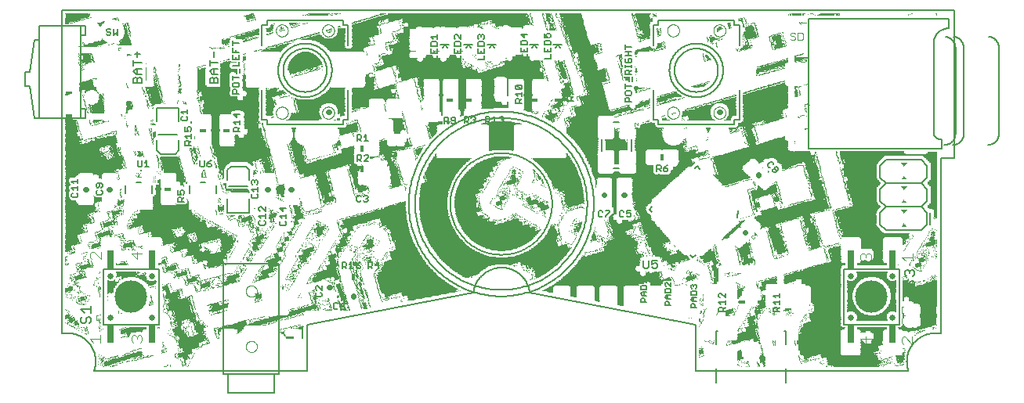
<source format=gto>
G75*
%MOIN*%
%OFA0B0*%
%FSLAX25Y25*%
%IPPOS*%
%LPD*%
%AMOC8*
5,1,8,0,0,1.08239X$1,22.5*
%
%ADD10C,0.00800*%
%ADD11C,0.00787*%
%ADD12R,0.00435X0.00218*%
%ADD13R,0.00654X0.00218*%
%ADD14R,0.01524X0.00218*%
%ADD15R,0.00218X0.00218*%
%ADD16R,0.19597X0.00218*%
%ADD17R,0.00435X0.00218*%
%ADD18R,0.00218X0.00218*%
%ADD19R,0.01089X0.00218*%
%ADD20R,0.00218X0.00218*%
%ADD21R,0.00653X0.00218*%
%ADD22R,0.00871X0.00218*%
%ADD23R,0.20032X0.00218*%
%ADD24R,0.19161X0.00218*%
%ADD25R,0.02395X0.00218*%
%ADD26R,0.00218X0.00218*%
%ADD27R,0.00653X0.00218*%
%ADD28R,0.00871X0.00218*%
%ADD29R,0.19379X0.00218*%
%ADD30R,0.00436X0.00218*%
%ADD31R,0.01089X0.00218*%
%ADD32R,0.00218X0.00218*%
%ADD33R,0.03048X0.00218*%
%ADD34R,0.00654X0.00218*%
%ADD35R,0.00218X0.00218*%
%ADD36R,0.00653X0.00218*%
%ADD37R,0.00871X0.00218*%
%ADD38R,0.21774X0.00218*%
%ADD39R,0.03702X0.00218*%
%ADD40R,0.21992X0.00218*%
%ADD41R,0.04572X0.00218*%
%ADD42R,0.22863X0.00218*%
%ADD43R,0.05443X0.00218*%
%ADD44R,0.23516X0.00218*%
%ADD45R,0.06096X0.00218*%
%ADD46R,0.01959X0.00218*%
%ADD47R,0.23080X0.00218*%
%ADD48R,0.02178X0.00218*%
%ADD49R,0.00871X0.00218*%
%ADD50R,0.06315X0.00218*%
%ADD51R,0.02177X0.00218*%
%ADD52R,0.00436X0.00218*%
%ADD53R,0.02395X0.00218*%
%ADD54R,0.00871X0.00218*%
%ADD55R,0.05661X0.00218*%
%ADD56R,0.02177X0.00218*%
%ADD57R,0.02831X0.00218*%
%ADD58R,0.01089X0.00218*%
%ADD59R,0.05661X0.00218*%
%ADD60R,0.02831X0.00218*%
%ADD61R,0.01089X0.00218*%
%ADD62R,0.06750X0.00218*%
%ADD63R,0.00871X0.00218*%
%ADD64R,0.00435X0.00218*%
%ADD65R,0.02177X0.00218*%
%ADD66R,0.01306X0.00218*%
%ADD67R,0.22863X0.00218*%
%ADD68R,0.02178X0.00218*%
%ADD69R,0.06532X0.00218*%
%ADD70R,0.01524X0.00218*%
%ADD71R,0.01307X0.00218*%
%ADD72R,0.02395X0.00218*%
%ADD73R,0.07185X0.00218*%
%ADD74R,0.01742X0.00218*%
%ADD75R,0.01960X0.00218*%
%ADD76R,0.01742X0.00218*%
%ADD77R,0.21992X0.00218*%
%ADD78R,0.00654X0.00218*%
%ADD79R,0.06097X0.00218*%
%ADD80R,0.01742X0.00218*%
%ADD81R,0.02613X0.00218*%
%ADD82R,0.01742X0.00218*%
%ADD83R,0.03484X0.00218*%
%ADD84R,0.02613X0.00218*%
%ADD85R,0.21774X0.00218*%
%ADD86R,0.03484X0.00218*%
%ADD87R,0.05661X0.00218*%
%ADD88R,0.01306X0.00218*%
%ADD89R,0.01089X0.00218*%
%ADD90R,0.05443X0.00218*%
%ADD91R,0.01960X0.00218*%
%ADD92R,0.01306X0.00218*%
%ADD93R,0.23952X0.00218*%
%ADD94R,0.04573X0.00218*%
%ADD95R,0.02178X0.00218*%
%ADD96R,0.23952X0.00218*%
%ADD97R,0.03702X0.00218*%
%ADD98R,0.04137X0.00218*%
%ADD99R,0.04355X0.00218*%
%ADD100R,0.06968X0.00218*%
%ADD101R,0.04137X0.00218*%
%ADD102R,0.01960X0.00218*%
%ADD103R,0.05226X0.00218*%
%ADD104R,0.09145X0.00218*%
%ADD105R,0.01307X0.00218*%
%ADD106R,0.06532X0.00218*%
%ADD107R,0.07403X0.00218*%
%ADD108R,0.08709X0.00218*%
%ADD109R,0.06750X0.00218*%
%ADD110R,0.04791X0.00218*%
%ADD111R,0.08274X0.00218*%
%ADD112R,0.08927X0.00218*%
%ADD113R,0.04790X0.00218*%
%ADD114R,0.17201X0.00218*%
%ADD115R,0.17419X0.00218*%
%ADD116R,0.05879X0.00218*%
%ADD117R,0.02830X0.00218*%
%ADD118R,0.01959X0.00218*%
%ADD119R,0.17419X0.00218*%
%ADD120R,0.06314X0.00218*%
%ADD121R,0.02395X0.00218*%
%ADD122R,0.04355X0.00218*%
%ADD123R,0.17637X0.00218*%
%ADD124R,0.03484X0.00218*%
%ADD125R,0.01742X0.00218*%
%ADD126R,0.01742X0.00218*%
%ADD127R,0.17637X0.00218*%
%ADD128R,0.06532X0.00218*%
%ADD129R,0.07403X0.00218*%
%ADD130R,0.01524X0.00218*%
%ADD131R,0.17637X0.00218*%
%ADD132R,0.07621X0.00218*%
%ADD133R,0.17855X0.00218*%
%ADD134R,0.07839X0.00218*%
%ADD135R,0.17855X0.00218*%
%ADD136R,0.07839X0.00218*%
%ADD137R,0.05008X0.00218*%
%ADD138R,0.07839X0.00218*%
%ADD139R,0.17855X0.00218*%
%ADD140R,0.07621X0.00218*%
%ADD141R,0.08709X0.00218*%
%ADD142R,0.18072X0.00218*%
%ADD143R,0.07621X0.00218*%
%ADD144R,0.18072X0.00218*%
%ADD145R,0.08928X0.00218*%
%ADD146R,0.18290X0.00218*%
%ADD147R,0.09145X0.00218*%
%ADD148R,0.18290X0.00218*%
%ADD149R,0.08492X0.00218*%
%ADD150R,0.09363X0.00218*%
%ADD151R,0.18508X0.00218*%
%ADD152R,0.09363X0.00218*%
%ADD153R,0.18508X0.00218*%
%ADD154R,0.05226X0.00218*%
%ADD155R,0.08492X0.00218*%
%ADD156R,0.04790X0.00218*%
%ADD157R,0.09145X0.00218*%
%ADD158R,0.18726X0.00218*%
%ADD159R,0.04790X0.00218*%
%ADD160R,0.10016X0.00218*%
%ADD161R,0.03920X0.00218*%
%ADD162R,0.18726X0.00218*%
%ADD163R,0.10452X0.00218*%
%ADD164R,0.03920X0.00218*%
%ADD165R,0.18726X0.00218*%
%ADD166R,0.11541X0.00218*%
%ADD167R,0.05008X0.00218*%
%ADD168R,0.11541X0.00218*%
%ADD169R,0.11323X0.00218*%
%ADD170R,0.03919X0.00218*%
%ADD171R,0.10669X0.00218*%
%ADD172R,0.10669X0.00218*%
%ADD173R,0.05879X0.00218*%
%ADD174R,0.10452X0.00218*%
%ADD175R,0.06532X0.00218*%
%ADD176R,0.03919X0.00218*%
%ADD177R,0.03266X0.00218*%
%ADD178R,0.03919X0.00218*%
%ADD179R,0.08710X0.00218*%
%ADD180R,0.05444X0.00218*%
%ADD181R,0.08274X0.00218*%
%ADD182R,0.05226X0.00218*%
%ADD183R,0.08056X0.00218*%
%ADD184R,0.04573X0.00218*%
%ADD185R,0.02395X0.00218*%
%ADD186R,0.08056X0.00218*%
%ADD187R,0.03702X0.00218*%
%ADD188R,0.04573X0.00218*%
%ADD189R,0.16983X0.00218*%
%ADD190R,0.05879X0.00218*%
%ADD191R,0.06750X0.00218*%
%ADD192R,0.02613X0.00218*%
%ADD193R,0.16983X0.00218*%
%ADD194R,0.05008X0.00218*%
%ADD195R,0.09145X0.00218*%
%ADD196R,0.04572X0.00218*%
%ADD197R,0.09580X0.00218*%
%ADD198R,0.01524X0.00218*%
%ADD199R,0.03483X0.00218*%
%ADD200R,0.09798X0.00218*%
%ADD201R,0.05661X0.00218*%
%ADD202R,0.09580X0.00218*%
%ADD203R,0.01524X0.00218*%
%ADD204R,0.17854X0.00218*%
%ADD205R,0.10669X0.00218*%
%ADD206R,0.09581X0.00218*%
%ADD207R,0.03266X0.00218*%
%ADD208R,0.18943X0.00218*%
%ADD209R,0.12847X0.00218*%
%ADD210R,0.09798X0.00218*%
%ADD211R,0.08710X0.00218*%
%ADD212R,0.12847X0.00218*%
%ADD213R,0.10234X0.00218*%
%ADD214R,0.08492X0.00218*%
%ADD215R,0.10452X0.00218*%
%ADD216R,0.10887X0.00218*%
%ADD217R,0.07185X0.00218*%
%ADD218R,0.11105X0.00218*%
%ADD219R,0.09145X0.00218*%
%ADD220R,0.04791X0.00218*%
%ADD221R,0.04355X0.00218*%
%ADD222R,0.04137X0.00218*%
%ADD223R,0.16330X0.00218*%
%ADD224R,0.05008X0.00218*%
%ADD225R,0.04791X0.00218*%
%ADD226R,0.01089X0.00218*%
%ADD227R,0.07403X0.00218*%
%ADD228R,0.01524X0.00218*%
%ADD229R,0.03048X0.00218*%
%ADD230R,0.16330X0.00218*%
%ADD231R,0.13718X0.00218*%
%ADD232R,0.02830X0.00218*%
%ADD233R,0.06314X0.00218*%
%ADD234R,0.12846X0.00218*%
%ADD235R,0.03048X0.00218*%
%ADD236R,0.16113X0.00218*%
%ADD237R,0.06968X0.00218*%
%ADD238R,0.03048X0.00218*%
%ADD239R,0.05444X0.00218*%
%ADD240R,0.06750X0.00218*%
%ADD241R,0.15677X0.00218*%
%ADD242R,0.06968X0.00218*%
%ADD243R,0.06097X0.00218*%
%ADD244R,0.15459X0.00218*%
%ADD245R,0.14589X0.00218*%
%ADD246R,0.03483X0.00218*%
%ADD247R,0.06532X0.00218*%
%ADD248R,0.14153X0.00218*%
%ADD249R,0.02613X0.00218*%
%ADD250R,0.13500X0.00218*%
%ADD251R,0.12846X0.00218*%
%ADD252R,0.03048X0.00218*%
%ADD253R,0.13282X0.00218*%
%ADD254R,0.13064X0.00218*%
%ADD255R,0.13282X0.00218*%
%ADD256R,0.06096X0.00218*%
%ADD257R,0.13064X0.00218*%
%ADD258R,0.13282X0.00218*%
%ADD259R,0.09145X0.00218*%
%ADD260R,0.13282X0.00218*%
%ADD261R,0.02395X0.00218*%
%ADD262R,0.06315X0.00218*%
%ADD263R,0.13064X0.00218*%
%ADD264R,0.12847X0.00218*%
%ADD265R,0.07185X0.00218*%
%ADD266R,0.07621X0.00218*%
%ADD267R,0.07621X0.00218*%
%ADD268R,0.09363X0.00218*%
%ADD269R,0.13500X0.00218*%
%ADD270R,0.08928X0.00218*%
%ADD271R,0.13500X0.00218*%
%ADD272R,0.04137X0.00218*%
%ADD273R,0.02831X0.00218*%
%ADD274R,0.12846X0.00218*%
%ADD275R,0.12193X0.00218*%
%ADD276R,0.11976X0.00218*%
%ADD277R,0.11540X0.00218*%
%ADD278R,0.11105X0.00218*%
%ADD279R,0.09581X0.00218*%
%ADD280R,0.09363X0.00218*%
%ADD281R,0.11322X0.00218*%
%ADD282R,0.09581X0.00218*%
%ADD283R,0.05444X0.00218*%
%ADD284R,0.00436X0.00218*%
%ADD285R,0.11322X0.00218*%
%ADD286R,0.11322X0.00218*%
%ADD287R,0.05879X0.00218*%
%ADD288R,0.06750X0.00218*%
%ADD289R,0.11540X0.00218*%
%ADD290R,0.03266X0.00218*%
%ADD291R,0.01307X0.00218*%
%ADD292R,0.11758X0.00218*%
%ADD293R,0.10887X0.00218*%
%ADD294R,0.02613X0.00218*%
%ADD295R,0.10887X0.00218*%
%ADD296R,0.08057X0.00218*%
%ADD297R,0.08274X0.00218*%
%ADD298R,0.10016X0.00218*%
%ADD299R,0.12629X0.00218*%
%ADD300R,0.11758X0.00218*%
%ADD301R,0.01959X0.00218*%
%ADD302R,0.11758X0.00218*%
%ADD303R,0.08492X0.00218*%
%ADD304R,0.08057X0.00218*%
%ADD305R,0.11758X0.00218*%
%ADD306R,0.11976X0.00218*%
%ADD307R,0.11976X0.00218*%
%ADD308R,0.12411X0.00218*%
%ADD309R,0.02830X0.00218*%
%ADD310R,0.14589X0.00218*%
%ADD311R,0.12194X0.00218*%
%ADD312R,0.14589X0.00218*%
%ADD313R,0.16548X0.00218*%
%ADD314R,0.19161X0.00218*%
%ADD315R,0.20250X0.00218*%
%ADD316R,0.21556X0.00218*%
%ADD317R,0.31355X0.00218*%
%ADD318R,0.31790X0.00218*%
%ADD319R,0.32226X0.00218*%
%ADD320R,0.31572X0.00218*%
%ADD321R,0.32008X0.00218*%
%ADD322R,0.04137X0.00218*%
%ADD323R,0.32661X0.00218*%
%ADD324R,0.33096X0.00218*%
%ADD325R,0.32661X0.00218*%
%ADD326R,0.32443X0.00218*%
%ADD327R,0.32008X0.00218*%
%ADD328R,0.31355X0.00218*%
%ADD329R,0.31137X0.00218*%
%ADD330R,0.30702X0.00218*%
%ADD331R,0.36581X0.00218*%
%ADD332R,0.14806X0.00218*%
%ADD333R,0.07839X0.00218*%
%ADD334R,0.30266X0.00218*%
%ADD335R,0.36363X0.00218*%
%ADD336R,0.15024X0.00218*%
%ADD337R,0.07839X0.00218*%
%ADD338R,0.30266X0.00218*%
%ADD339R,0.36145X0.00218*%
%ADD340R,0.15024X0.00218*%
%ADD341R,0.29830X0.00218*%
%ADD342R,0.36145X0.00218*%
%ADD343R,0.29613X0.00218*%
%ADD344R,0.37669X0.00218*%
%ADD345R,0.05008X0.00218*%
%ADD346R,0.16766X0.00218*%
%ADD347R,0.29177X0.00218*%
%ADD348R,0.37451X0.00218*%
%ADD349R,0.06532X0.00218*%
%ADD350R,0.16766X0.00218*%
%ADD351R,0.29177X0.00218*%
%ADD352R,0.37233X0.00218*%
%ADD353R,0.16766X0.00218*%
%ADD354R,0.28742X0.00218*%
%ADD355R,0.37233X0.00218*%
%ADD356R,0.06315X0.00218*%
%ADD357R,0.28524X0.00218*%
%ADD358R,0.44855X0.00218*%
%ADD359R,0.45072X0.00218*%
%ADD360R,0.28089X0.00218*%
%ADD361R,0.42677X0.00218*%
%ADD362R,0.05226X0.00218*%
%ADD363R,0.27871X0.00218*%
%ADD364R,0.42895X0.00218*%
%ADD365R,0.27653X0.00218*%
%ADD366R,0.02613X0.00218*%
%ADD367R,0.03266X0.00218*%
%ADD368R,0.27435X0.00218*%
%ADD369R,0.42024X0.00218*%
%ADD370R,0.24169X0.00218*%
%ADD371R,0.27217X0.00218*%
%ADD372R,0.41588X0.00218*%
%ADD373R,0.24169X0.00218*%
%ADD374R,0.27000X0.00218*%
%ADD375R,0.41153X0.00218*%
%ADD376R,0.24169X0.00218*%
%ADD377R,0.26346X0.00218*%
%ADD378R,0.40935X0.00218*%
%ADD379R,0.25911X0.00218*%
%ADD380R,0.40500X0.00218*%
%ADD381R,0.09798X0.00218*%
%ADD382R,0.25693X0.00218*%
%ADD383R,0.40282X0.00218*%
%ADD384R,0.26129X0.00218*%
%ADD385R,0.32443X0.00218*%
%ADD386R,0.26129X0.00218*%
%ADD387R,0.31790X0.00218*%
%ADD388R,0.23298X0.00218*%
%ADD389R,0.04355X0.00218*%
%ADD390R,0.25040X0.00218*%
%ADD391R,0.31572X0.00218*%
%ADD392R,0.06097X0.00218*%
%ADD393R,0.23080X0.00218*%
%ADD394R,0.09580X0.00218*%
%ADD395R,0.24822X0.00218*%
%ADD396R,0.08057X0.00218*%
%ADD397R,0.31137X0.00218*%
%ADD398R,0.21774X0.00218*%
%ADD399R,0.24605X0.00218*%
%ADD400R,0.30919X0.00218*%
%ADD401R,0.20903X0.00218*%
%ADD402R,0.30702X0.00218*%
%ADD403R,0.20467X0.00218*%
%ADD404R,0.24387X0.00218*%
%ADD405R,0.05226X0.00218*%
%ADD406R,0.30484X0.00218*%
%ADD407R,0.22863X0.00218*%
%ADD408R,0.10234X0.00218*%
%ADD409R,0.30266X0.00218*%
%ADD410R,0.19596X0.00218*%
%ADD411R,0.22428X0.00218*%
%ADD412R,0.30048X0.00218*%
%ADD413R,0.28524X0.00218*%
%ADD414R,0.05879X0.00218*%
%ADD415R,0.21992X0.00218*%
%ADD416R,0.11976X0.00218*%
%ADD417R,0.27870X0.00218*%
%ADD418R,0.21556X0.00218*%
%ADD419R,0.12411X0.00218*%
%ADD420R,0.27653X0.00218*%
%ADD421R,0.16113X0.00218*%
%ADD422R,0.13717X0.00218*%
%ADD423R,0.15459X0.00218*%
%ADD424R,0.21339X0.00218*%
%ADD425R,0.14371X0.00218*%
%ADD426R,0.26782X0.00218*%
%ADD427R,0.13935X0.00218*%
%ADD428R,0.20903X0.00218*%
%ADD429R,0.15024X0.00218*%
%ADD430R,0.26564X0.00218*%
%ADD431R,0.13717X0.00218*%
%ADD432R,0.20685X0.00218*%
%ADD433R,0.15678X0.00218*%
%ADD434R,0.26346X0.00218*%
%ADD435R,0.20250X0.00218*%
%ADD436R,0.16331X0.00218*%
%ADD437R,0.19379X0.00218*%
%ADD438R,0.16984X0.00218*%
%ADD439R,0.18508X0.00218*%
%ADD440R,0.11540X0.00218*%
%ADD441R,0.26564X0.00218*%
%ADD442R,0.11758X0.00218*%
%ADD443R,0.19597X0.00218*%
%ADD444R,0.27435X0.00218*%
%ADD445R,0.10016X0.00218*%
%ADD446R,0.18943X0.00218*%
%ADD447R,0.19814X0.00218*%
%ADD448R,0.27435X0.00218*%
%ADD449R,0.11758X0.00218*%
%ADD450R,0.27000X0.00218*%
%ADD451R,0.28524X0.00218*%
%ADD452R,0.26782X0.00218*%
%ADD453R,0.30048X0.00218*%
%ADD454R,0.26565X0.00218*%
%ADD455R,0.15242X0.00218*%
%ADD456R,0.31354X0.00218*%
%ADD457R,0.26347X0.00218*%
%ADD458R,0.17202X0.00218*%
%ADD459R,0.49427X0.00218*%
%ADD460R,0.26129X0.00218*%
%ADD461R,0.09798X0.00218*%
%ADD462R,0.49862X0.00218*%
%ADD463R,0.25911X0.00218*%
%ADD464R,0.15895X0.00218*%
%ADD465R,0.50298X0.00218*%
%ADD466R,0.25693X0.00218*%
%ADD467R,0.50733X0.00218*%
%ADD468R,0.25258X0.00218*%
%ADD469R,0.14371X0.00218*%
%ADD470R,0.51169X0.00218*%
%ADD471R,0.09798X0.00218*%
%ADD472R,0.51605X0.00218*%
%ADD473R,0.25476X0.00218*%
%ADD474R,0.12411X0.00218*%
%ADD475R,0.52040X0.00218*%
%ADD476R,0.52476X0.00218*%
%ADD477R,0.25258X0.00218*%
%ADD478R,0.11323X0.00218*%
%ADD479R,0.13935X0.00218*%
%ADD480R,0.13282X0.00218*%
%ADD481R,0.52911X0.00218*%
%ADD482R,0.25476X0.00218*%
%ADD483R,0.11105X0.00218*%
%ADD484R,0.04572X0.00218*%
%ADD485R,0.13935X0.00218*%
%ADD486R,0.25476X0.00218*%
%ADD487R,0.13718X0.00218*%
%ADD488R,0.13065X0.00218*%
%ADD489R,0.22427X0.00218*%
%ADD490R,0.22645X0.00218*%
%ADD491R,0.23298X0.00218*%
%ADD492R,0.13500X0.00218*%
%ADD493R,0.13065X0.00218*%
%ADD494R,0.20903X0.00218*%
%ADD495R,0.22863X0.00218*%
%ADD496R,0.13500X0.00218*%
%ADD497R,0.12629X0.00218*%
%ADD498R,0.20468X0.00218*%
%ADD499R,0.12629X0.00218*%
%ADD500R,0.20032X0.00218*%
%ADD501R,0.22209X0.00218*%
%ADD502R,0.16548X0.00218*%
%ADD503R,0.19379X0.00218*%
%ADD504R,0.10669X0.00218*%
%ADD505R,0.05661X0.00218*%
%ADD506R,0.12411X0.00218*%
%ADD507R,0.19161X0.00218*%
%ADD508R,0.18072X0.00218*%
%ADD509R,0.04137X0.00218*%
%ADD510R,0.15677X0.00218*%
%ADD511R,0.03702X0.00218*%
%ADD512R,0.15242X0.00218*%
%ADD513R,0.08056X0.00218*%
%ADD514R,0.12194X0.00218*%
%ADD515R,0.17637X0.00218*%
%ADD516R,0.03048X0.00218*%
%ADD517R,0.17419X0.00218*%
%ADD518R,0.16766X0.00218*%
%ADD519R,0.10234X0.00218*%
%ADD520R,0.05008X0.00218*%
%ADD521R,0.16548X0.00218*%
%ADD522R,0.16331X0.00218*%
%ADD523R,0.14153X0.00218*%
%ADD524R,0.14806X0.00218*%
%ADD525R,0.15895X0.00218*%
%ADD526R,0.15460X0.00218*%
%ADD527R,0.08927X0.00218*%
%ADD528R,0.15895X0.00218*%
%ADD529R,0.17202X0.00218*%
%ADD530R,0.08709X0.00218*%
%ADD531R,0.15459X0.00218*%
%ADD532R,0.18943X0.00218*%
%ADD533R,0.08927X0.00218*%
%ADD534R,0.13282X0.00218*%
%ADD535R,0.09363X0.00218*%
%ADD536R,0.20685X0.00218*%
%ADD537R,0.21120X0.00218*%
%ADD538R,0.21992X0.00218*%
%ADD539R,0.14153X0.00218*%
%ADD540R,0.22428X0.00218*%
%ADD541R,0.03266X0.00218*%
%ADD542R,0.23298X0.00218*%
%ADD543R,0.23734X0.00218*%
%ADD544R,0.05879X0.00218*%
%ADD545R,0.24169X0.00218*%
%ADD546R,0.05226X0.00218*%
%ADD547R,0.25040X0.00218*%
%ADD548R,0.27217X0.00218*%
%ADD549R,0.27653X0.00218*%
%ADD550R,0.13935X0.00218*%
%ADD551R,0.28306X0.00218*%
%ADD552R,0.27435X0.00218*%
%ADD553R,0.08710X0.00218*%
%ADD554R,0.13717X0.00218*%
%ADD555R,0.28524X0.00218*%
%ADD556R,0.08928X0.00218*%
%ADD557R,0.28524X0.00218*%
%ADD558R,0.28959X0.00218*%
%ADD559R,0.29395X0.00218*%
%ADD560R,0.29831X0.00218*%
%ADD561R,0.28306X0.00218*%
%ADD562R,0.30266X0.00218*%
%ADD563R,0.28306X0.00218*%
%ADD564R,0.08274X0.00218*%
%ADD565R,0.17201X0.00218*%
%ADD566R,0.09363X0.00218*%
%ADD567R,0.08274X0.00218*%
%ADD568R,0.13500X0.00218*%
%ADD569R,0.05661X0.00218*%
%ADD570R,0.08274X0.00218*%
%ADD571R,0.03266X0.00218*%
%ADD572R,0.16983X0.00218*%
%ADD573R,0.32008X0.00218*%
%ADD574R,0.15678X0.00218*%
%ADD575R,0.30919X0.00218*%
%ADD576R,0.30701X0.00218*%
%ADD577R,0.31137X0.00218*%
%ADD578R,0.31137X0.00218*%
%ADD579R,0.16113X0.00218*%
%ADD580R,0.16766X0.00218*%
%ADD581R,0.14806X0.00218*%
%ADD582R,0.31137X0.00218*%
%ADD583R,0.16548X0.00218*%
%ADD584R,0.29395X0.00218*%
%ADD585R,0.16766X0.00218*%
%ADD586R,0.29395X0.00218*%
%ADD587R,0.29613X0.00218*%
%ADD588R,0.27653X0.00218*%
%ADD589R,0.29613X0.00218*%
%ADD590R,0.16330X0.00218*%
%ADD591R,0.30919X0.00218*%
%ADD592R,0.12629X0.00218*%
%ADD593R,0.15242X0.00218*%
%ADD594R,0.09798X0.00218*%
%ADD595R,0.15460X0.00218*%
%ADD596R,0.12411X0.00218*%
%ADD597R,0.30484X0.00218*%
%ADD598R,0.16113X0.00218*%
%ADD599R,0.12193X0.00218*%
%ADD600R,0.12629X0.00218*%
%ADD601R,0.15242X0.00218*%
%ADD602R,0.28742X0.00218*%
%ADD603R,0.12411X0.00218*%
%ADD604R,0.15895X0.00218*%
%ADD605R,0.15895X0.00218*%
%ADD606R,0.25040X0.00218*%
%ADD607R,0.23951X0.00218*%
%ADD608R,0.24605X0.00218*%
%ADD609R,0.23951X0.00218*%
%ADD610R,0.11976X0.00218*%
%ADD611R,0.24822X0.00218*%
%ADD612R,0.24822X0.00218*%
%ADD613R,0.21339X0.00218*%
%ADD614R,0.18944X0.00218*%
%ADD615R,0.21121X0.00218*%
%ADD616R,0.24822X0.00218*%
%ADD617R,0.20250X0.00218*%
%ADD618R,0.12193X0.00218*%
%ADD619R,0.21556X0.00218*%
%ADD620R,0.16548X0.00218*%
%ADD621R,0.19161X0.00218*%
%ADD622R,0.17637X0.00218*%
%ADD623R,0.23733X0.00218*%
%ADD624R,0.17854X0.00218*%
%ADD625R,0.17854X0.00218*%
%ADD626R,0.18072X0.00218*%
%ADD627R,0.04355X0.00218*%
%ADD628R,0.22209X0.00218*%
%ADD629R,0.15242X0.00218*%
%ADD630R,0.17202X0.00218*%
%ADD631R,0.16331X0.00218*%
%ADD632R,0.10669X0.00218*%
%ADD633R,0.10669X0.00218*%
%ADD634R,0.12629X0.00218*%
%ADD635R,0.15024X0.00218*%
%ADD636R,0.03920X0.00218*%
%ADD637R,0.16984X0.00218*%
%ADD638R,0.08492X0.00218*%
%ADD639R,0.13718X0.00218*%
%ADD640R,0.34839X0.00218*%
%ADD641R,0.13065X0.00218*%
%ADD642R,0.35056X0.00218*%
%ADD643R,0.35274X0.00218*%
%ADD644R,0.35927X0.00218*%
%ADD645R,0.14370X0.00218*%
%ADD646R,0.36363X0.00218*%
%ADD647R,0.36798X0.00218*%
%ADD648R,0.13935X0.00218*%
%ADD649R,0.14153X0.00218*%
%ADD650R,0.21339X0.00218*%
%ADD651R,0.14153X0.00218*%
%ADD652R,0.14370X0.00218*%
%ADD653R,0.10233X0.00218*%
%ADD654R,0.23516X0.00218*%
%ADD655R,0.14153X0.00218*%
%ADD656R,0.13935X0.00218*%
%ADD657R,0.24169X0.00218*%
%ADD658R,0.24169X0.00218*%
%ADD659R,0.21121X0.00218*%
%ADD660R,0.23952X0.00218*%
%ADD661R,0.22645X0.00218*%
%ADD662R,0.14370X0.00218*%
%ADD663R,0.24387X0.00218*%
%ADD664R,0.16548X0.00218*%
%ADD665R,0.24387X0.00218*%
%ADD666R,0.08492X0.00218*%
%ADD667R,0.15460X0.00218*%
%ADD668R,0.42024X0.00218*%
%ADD669R,0.41153X0.00218*%
%ADD670R,0.23516X0.00218*%
%ADD671R,0.42677X0.00218*%
%ADD672R,0.15242X0.00218*%
%ADD673R,0.24387X0.00218*%
%ADD674R,0.41153X0.00218*%
%ADD675R,0.41153X0.00218*%
%ADD676R,0.24387X0.00218*%
%ADD677R,0.38322X0.00218*%
%ADD678R,0.41153X0.00218*%
%ADD679R,0.37452X0.00218*%
%ADD680R,0.41153X0.00218*%
%ADD681R,0.23080X0.00218*%
%ADD682R,0.35709X0.00218*%
%ADD683R,0.23298X0.00218*%
%ADD684R,0.35056X0.00218*%
%ADD685R,0.34185X0.00218*%
%ADD686R,0.33315X0.00218*%
%ADD687R,0.25911X0.00218*%
%ADD688R,0.27435X0.00218*%
%ADD689R,0.23733X0.00218*%
%ADD690R,0.20685X0.00218*%
%ADD691R,0.19814X0.00218*%
%ADD692R,0.20468X0.00218*%
%ADD693R,0.15895X0.00218*%
%ADD694R,0.20468X0.00218*%
%ADD695R,0.16984X0.00218*%
%ADD696R,0.06096X0.00218*%
%ADD697R,0.04355X0.00218*%
%ADD698R,0.06314X0.00218*%
%ADD699R,0.10016X0.00218*%
%ADD700R,0.17419X0.00218*%
%ADD701R,0.11976X0.00218*%
%ADD702R,0.19815X0.00218*%
%ADD703R,0.23734X0.00218*%
%ADD704R,0.23516X0.00218*%
%ADD705R,0.23516X0.00218*%
%ADD706R,0.23734X0.00218*%
%ADD707R,0.11323X0.00218*%
%ADD708R,0.20903X0.00218*%
%ADD709R,0.14589X0.00218*%
%ADD710R,0.07839X0.00218*%
%ADD711R,0.12194X0.00218*%
%ADD712R,0.07621X0.00218*%
%ADD713R,0.03702X0.00218*%
%ADD714R,0.41589X0.00218*%
%ADD715R,0.62274X0.00218*%
%ADD716R,0.62274X0.00218*%
%ADD717R,0.62056X0.00218*%
%ADD718R,0.62056X0.00218*%
%ADD719R,0.62056X0.00218*%
%ADD720R,0.61185X0.00218*%
%ADD721R,0.33532X0.00218*%
%ADD722R,0.33532X0.00218*%
%ADD723R,0.33097X0.00218*%
%ADD724R,0.22427X0.00218*%
%ADD725R,0.19815X0.00218*%
%ADD726R,0.28306X0.00218*%
%ADD727R,0.33532X0.00218*%
%ADD728R,0.33314X0.00218*%
%ADD729R,0.33314X0.00218*%
%ADD730R,0.33314X0.00218*%
%ADD731R,0.15677X0.00218*%
%ADD732R,0.14807X0.00218*%
%ADD733R,0.14371X0.00218*%
%ADD734R,0.10233X0.00218*%
%ADD735R,0.05443X0.00218*%
%ADD736R,0.28089X0.00218*%
%ADD737R,0.30266X0.00218*%
%ADD738R,0.33967X0.00218*%
%ADD739R,0.34185X0.00218*%
%ADD740R,0.38104X0.00218*%
%ADD741R,0.54435X0.00218*%
%ADD742R,0.54217X0.00218*%
%ADD743R,0.66411X0.00218*%
%ADD744R,0.65757X0.00218*%
%ADD745R,0.64451X0.00218*%
%ADD746R,0.63798X0.00218*%
%ADD747R,0.62491X0.00218*%
%ADD748R,0.61403X0.00218*%
%ADD749R,0.60531X0.00218*%
%ADD750R,0.59878X0.00218*%
%ADD751R,0.07404X0.00218*%
%ADD752R,0.59443X0.00218*%
%ADD753R,0.58572X0.00218*%
%ADD754R,0.58137X0.00218*%
%ADD755R,0.03000X0.01800*%
%ADD756C,0.00500*%
%ADD757C,0.02200*%
%ADD758R,0.01800X0.03000*%
%ADD759C,0.00100*%
%ADD760C,0.00600*%
%ADD761C,0.00000*%
%ADD762C,0.02520*%
%ADD763C,0.13773*%
%ADD764C,0.00400*%
%ADD765R,0.02756X0.07874*%
D10*
X0025762Y0030784D02*
X0026463Y0030784D01*
X0027164Y0031484D01*
X0027164Y0032886D01*
X0027864Y0033586D01*
X0028565Y0033586D01*
X0029265Y0032886D01*
X0029265Y0031484D01*
X0028565Y0030784D01*
X0025762Y0030784D02*
X0025062Y0031484D01*
X0025062Y0032886D01*
X0025762Y0033586D01*
X0026463Y0035388D02*
X0025062Y0036789D01*
X0029265Y0036789D01*
X0029265Y0035388D02*
X0029265Y0038190D01*
X0087303Y0077982D02*
X0087303Y0083888D01*
X0082628Y0086134D02*
X0082628Y0089515D01*
X0078084Y0091015D02*
X0075971Y0091015D01*
X0071428Y0089515D02*
X0071428Y0086134D01*
X0087303Y0091762D02*
X0087303Y0096093D01*
X0088878Y0097667D01*
X0095177Y0097667D01*
X0096752Y0096093D01*
X0096752Y0091762D01*
X0096752Y0083888D02*
X0096752Y0077982D01*
X0087303Y0077982D01*
X0055128Y0086134D02*
X0055128Y0089515D01*
X0050584Y0091015D02*
X0048471Y0091015D01*
X0043928Y0089515D02*
X0043928Y0086134D01*
X0058878Y0102982D02*
X0057303Y0104557D01*
X0057303Y0108888D01*
X0058878Y0102982D02*
X0065177Y0102982D01*
X0066752Y0104557D01*
X0066752Y0108888D01*
X0066752Y0116762D02*
X0066752Y0122667D01*
X0057303Y0122667D01*
X0057303Y0116762D01*
X0102106Y0117589D02*
X0102106Y0130187D01*
X0111161Y0138652D02*
X0111164Y0138879D01*
X0111172Y0139106D01*
X0111186Y0139333D01*
X0111206Y0139559D01*
X0111231Y0139785D01*
X0111261Y0140010D01*
X0111297Y0140234D01*
X0111339Y0140457D01*
X0111386Y0140679D01*
X0111438Y0140900D01*
X0111496Y0141120D01*
X0111559Y0141338D01*
X0111628Y0141554D01*
X0111702Y0141769D01*
X0111781Y0141982D01*
X0111865Y0142193D01*
X0111955Y0142401D01*
X0112049Y0142608D01*
X0112149Y0142812D01*
X0112253Y0143013D01*
X0112363Y0143212D01*
X0112477Y0143408D01*
X0112596Y0143602D01*
X0112720Y0143792D01*
X0112849Y0143979D01*
X0112982Y0144163D01*
X0113119Y0144344D01*
X0113261Y0144521D01*
X0113407Y0144695D01*
X0113558Y0144865D01*
X0113712Y0145032D01*
X0113871Y0145194D01*
X0114033Y0145353D01*
X0114200Y0145507D01*
X0114370Y0145658D01*
X0114544Y0145804D01*
X0114721Y0145946D01*
X0114902Y0146083D01*
X0115086Y0146216D01*
X0115273Y0146345D01*
X0115463Y0146469D01*
X0115657Y0146588D01*
X0115853Y0146702D01*
X0116052Y0146812D01*
X0116253Y0146916D01*
X0116457Y0147016D01*
X0116664Y0147110D01*
X0116872Y0147200D01*
X0117083Y0147284D01*
X0117296Y0147363D01*
X0117511Y0147437D01*
X0117727Y0147506D01*
X0117945Y0147569D01*
X0118165Y0147627D01*
X0118386Y0147679D01*
X0118608Y0147726D01*
X0118831Y0147768D01*
X0119055Y0147804D01*
X0119280Y0147834D01*
X0119506Y0147859D01*
X0119732Y0147879D01*
X0119959Y0147893D01*
X0120186Y0147901D01*
X0120413Y0147904D01*
X0120640Y0147901D01*
X0120867Y0147893D01*
X0121094Y0147879D01*
X0121320Y0147859D01*
X0121546Y0147834D01*
X0121771Y0147804D01*
X0121995Y0147768D01*
X0122218Y0147726D01*
X0122440Y0147679D01*
X0122661Y0147627D01*
X0122881Y0147569D01*
X0123099Y0147506D01*
X0123315Y0147437D01*
X0123530Y0147363D01*
X0123743Y0147284D01*
X0123954Y0147200D01*
X0124162Y0147110D01*
X0124369Y0147016D01*
X0124573Y0146916D01*
X0124774Y0146812D01*
X0124973Y0146702D01*
X0125169Y0146588D01*
X0125363Y0146469D01*
X0125553Y0146345D01*
X0125740Y0146216D01*
X0125924Y0146083D01*
X0126105Y0145946D01*
X0126282Y0145804D01*
X0126456Y0145658D01*
X0126626Y0145507D01*
X0126793Y0145353D01*
X0126955Y0145194D01*
X0127114Y0145032D01*
X0127268Y0144865D01*
X0127419Y0144695D01*
X0127565Y0144521D01*
X0127707Y0144344D01*
X0127844Y0144163D01*
X0127977Y0143979D01*
X0128106Y0143792D01*
X0128230Y0143602D01*
X0128349Y0143408D01*
X0128463Y0143212D01*
X0128573Y0143013D01*
X0128677Y0142812D01*
X0128777Y0142608D01*
X0128871Y0142401D01*
X0128961Y0142193D01*
X0129045Y0141982D01*
X0129124Y0141769D01*
X0129198Y0141554D01*
X0129267Y0141338D01*
X0129330Y0141120D01*
X0129388Y0140900D01*
X0129440Y0140679D01*
X0129487Y0140457D01*
X0129529Y0140234D01*
X0129565Y0140010D01*
X0129595Y0139785D01*
X0129620Y0139559D01*
X0129640Y0139333D01*
X0129654Y0139106D01*
X0129662Y0138879D01*
X0129665Y0138652D01*
X0129662Y0138425D01*
X0129654Y0138198D01*
X0129640Y0137971D01*
X0129620Y0137745D01*
X0129595Y0137519D01*
X0129565Y0137294D01*
X0129529Y0137070D01*
X0129487Y0136847D01*
X0129440Y0136625D01*
X0129388Y0136404D01*
X0129330Y0136184D01*
X0129267Y0135966D01*
X0129198Y0135750D01*
X0129124Y0135535D01*
X0129045Y0135322D01*
X0128961Y0135111D01*
X0128871Y0134903D01*
X0128777Y0134696D01*
X0128677Y0134492D01*
X0128573Y0134291D01*
X0128463Y0134092D01*
X0128349Y0133896D01*
X0128230Y0133702D01*
X0128106Y0133512D01*
X0127977Y0133325D01*
X0127844Y0133141D01*
X0127707Y0132960D01*
X0127565Y0132783D01*
X0127419Y0132609D01*
X0127268Y0132439D01*
X0127114Y0132272D01*
X0126955Y0132110D01*
X0126793Y0131951D01*
X0126626Y0131797D01*
X0126456Y0131646D01*
X0126282Y0131500D01*
X0126105Y0131358D01*
X0125924Y0131221D01*
X0125740Y0131088D01*
X0125553Y0130959D01*
X0125363Y0130835D01*
X0125169Y0130716D01*
X0124973Y0130602D01*
X0124774Y0130492D01*
X0124573Y0130388D01*
X0124369Y0130288D01*
X0124162Y0130194D01*
X0123954Y0130104D01*
X0123743Y0130020D01*
X0123530Y0129941D01*
X0123315Y0129867D01*
X0123099Y0129798D01*
X0122881Y0129735D01*
X0122661Y0129677D01*
X0122440Y0129625D01*
X0122218Y0129578D01*
X0121995Y0129536D01*
X0121771Y0129500D01*
X0121546Y0129470D01*
X0121320Y0129445D01*
X0121094Y0129425D01*
X0120867Y0129411D01*
X0120640Y0129403D01*
X0120413Y0129400D01*
X0120186Y0129403D01*
X0119959Y0129411D01*
X0119732Y0129425D01*
X0119506Y0129445D01*
X0119280Y0129470D01*
X0119055Y0129500D01*
X0118831Y0129536D01*
X0118608Y0129578D01*
X0118386Y0129625D01*
X0118165Y0129677D01*
X0117945Y0129735D01*
X0117727Y0129798D01*
X0117511Y0129867D01*
X0117296Y0129941D01*
X0117083Y0130020D01*
X0116872Y0130104D01*
X0116664Y0130194D01*
X0116457Y0130288D01*
X0116253Y0130388D01*
X0116052Y0130492D01*
X0115853Y0130602D01*
X0115657Y0130716D01*
X0115463Y0130835D01*
X0115273Y0130959D01*
X0115086Y0131088D01*
X0114902Y0131221D01*
X0114721Y0131358D01*
X0114544Y0131500D01*
X0114370Y0131646D01*
X0114200Y0131797D01*
X0114033Y0131951D01*
X0113871Y0132110D01*
X0113712Y0132272D01*
X0113558Y0132439D01*
X0113407Y0132609D01*
X0113261Y0132783D01*
X0113119Y0132960D01*
X0112982Y0133141D01*
X0112849Y0133325D01*
X0112720Y0133512D01*
X0112596Y0133702D01*
X0112477Y0133896D01*
X0112363Y0134092D01*
X0112253Y0134291D01*
X0112149Y0134492D01*
X0112049Y0134696D01*
X0111955Y0134903D01*
X0111865Y0135111D01*
X0111781Y0135322D01*
X0111702Y0135535D01*
X0111628Y0135750D01*
X0111559Y0135966D01*
X0111496Y0136184D01*
X0111438Y0136404D01*
X0111386Y0136625D01*
X0111339Y0136847D01*
X0111297Y0137070D01*
X0111261Y0137294D01*
X0111231Y0137519D01*
X0111206Y0137745D01*
X0111186Y0137971D01*
X0111172Y0138198D01*
X0111164Y0138425D01*
X0111161Y0138652D01*
X0108996Y0138652D02*
X0108999Y0138932D01*
X0109010Y0139212D01*
X0109027Y0139492D01*
X0109051Y0139771D01*
X0109082Y0140050D01*
X0109120Y0140327D01*
X0109164Y0140604D01*
X0109215Y0140879D01*
X0109273Y0141153D01*
X0109338Y0141426D01*
X0109410Y0141697D01*
X0109488Y0141966D01*
X0109572Y0142233D01*
X0109663Y0142498D01*
X0109761Y0142761D01*
X0109865Y0143021D01*
X0109975Y0143279D01*
X0110092Y0143533D01*
X0110215Y0143785D01*
X0110344Y0144034D01*
X0110479Y0144279D01*
X0110620Y0144522D01*
X0110767Y0144760D01*
X0110920Y0144995D01*
X0111079Y0145226D01*
X0111243Y0145453D01*
X0111412Y0145676D01*
X0111588Y0145895D01*
X0111768Y0146109D01*
X0111954Y0146319D01*
X0112144Y0146524D01*
X0112340Y0146725D01*
X0112541Y0146921D01*
X0112746Y0147111D01*
X0112956Y0147297D01*
X0113170Y0147477D01*
X0113389Y0147653D01*
X0113612Y0147822D01*
X0113839Y0147986D01*
X0114070Y0148145D01*
X0114305Y0148298D01*
X0114543Y0148445D01*
X0114786Y0148586D01*
X0115031Y0148721D01*
X0115280Y0148850D01*
X0115532Y0148973D01*
X0115786Y0149090D01*
X0116044Y0149200D01*
X0116304Y0149304D01*
X0116567Y0149402D01*
X0116832Y0149493D01*
X0117099Y0149577D01*
X0117368Y0149655D01*
X0117639Y0149727D01*
X0117912Y0149792D01*
X0118186Y0149850D01*
X0118461Y0149901D01*
X0118738Y0149945D01*
X0119015Y0149983D01*
X0119294Y0150014D01*
X0119573Y0150038D01*
X0119853Y0150055D01*
X0120133Y0150066D01*
X0120413Y0150069D01*
X0120693Y0150066D01*
X0120973Y0150055D01*
X0121253Y0150038D01*
X0121532Y0150014D01*
X0121811Y0149983D01*
X0122088Y0149945D01*
X0122365Y0149901D01*
X0122640Y0149850D01*
X0122914Y0149792D01*
X0123187Y0149727D01*
X0123458Y0149655D01*
X0123727Y0149577D01*
X0123994Y0149493D01*
X0124259Y0149402D01*
X0124522Y0149304D01*
X0124782Y0149200D01*
X0125040Y0149090D01*
X0125294Y0148973D01*
X0125546Y0148850D01*
X0125795Y0148721D01*
X0126040Y0148586D01*
X0126283Y0148445D01*
X0126521Y0148298D01*
X0126756Y0148145D01*
X0126987Y0147986D01*
X0127214Y0147822D01*
X0127437Y0147653D01*
X0127656Y0147477D01*
X0127870Y0147297D01*
X0128080Y0147111D01*
X0128285Y0146921D01*
X0128486Y0146725D01*
X0128682Y0146524D01*
X0128872Y0146319D01*
X0129058Y0146109D01*
X0129238Y0145895D01*
X0129414Y0145676D01*
X0129583Y0145453D01*
X0129747Y0145226D01*
X0129906Y0144995D01*
X0130059Y0144760D01*
X0130206Y0144522D01*
X0130347Y0144279D01*
X0130482Y0144034D01*
X0130611Y0143785D01*
X0130734Y0143533D01*
X0130851Y0143279D01*
X0130961Y0143021D01*
X0131065Y0142761D01*
X0131163Y0142498D01*
X0131254Y0142233D01*
X0131338Y0141966D01*
X0131416Y0141697D01*
X0131488Y0141426D01*
X0131553Y0141153D01*
X0131611Y0140879D01*
X0131662Y0140604D01*
X0131706Y0140327D01*
X0131744Y0140050D01*
X0131775Y0139771D01*
X0131799Y0139492D01*
X0131816Y0139212D01*
X0131827Y0138932D01*
X0131830Y0138652D01*
X0131827Y0138372D01*
X0131816Y0138092D01*
X0131799Y0137812D01*
X0131775Y0137533D01*
X0131744Y0137254D01*
X0131706Y0136977D01*
X0131662Y0136700D01*
X0131611Y0136425D01*
X0131553Y0136151D01*
X0131488Y0135878D01*
X0131416Y0135607D01*
X0131338Y0135338D01*
X0131254Y0135071D01*
X0131163Y0134806D01*
X0131065Y0134543D01*
X0130961Y0134283D01*
X0130851Y0134025D01*
X0130734Y0133771D01*
X0130611Y0133519D01*
X0130482Y0133270D01*
X0130347Y0133025D01*
X0130206Y0132782D01*
X0130059Y0132544D01*
X0129906Y0132309D01*
X0129747Y0132078D01*
X0129583Y0131851D01*
X0129414Y0131628D01*
X0129238Y0131409D01*
X0129058Y0131195D01*
X0128872Y0130985D01*
X0128682Y0130780D01*
X0128486Y0130579D01*
X0128285Y0130383D01*
X0128080Y0130193D01*
X0127870Y0130007D01*
X0127656Y0129827D01*
X0127437Y0129651D01*
X0127214Y0129482D01*
X0126987Y0129318D01*
X0126756Y0129159D01*
X0126521Y0129006D01*
X0126283Y0128859D01*
X0126040Y0128718D01*
X0125795Y0128583D01*
X0125546Y0128454D01*
X0125294Y0128331D01*
X0125040Y0128214D01*
X0124782Y0128104D01*
X0124522Y0128000D01*
X0124259Y0127902D01*
X0123994Y0127811D01*
X0123727Y0127727D01*
X0123458Y0127649D01*
X0123187Y0127577D01*
X0122914Y0127512D01*
X0122640Y0127454D01*
X0122365Y0127403D01*
X0122088Y0127359D01*
X0121811Y0127321D01*
X0121532Y0127290D01*
X0121253Y0127266D01*
X0120973Y0127249D01*
X0120693Y0127238D01*
X0120413Y0127235D01*
X0120133Y0127238D01*
X0119853Y0127249D01*
X0119573Y0127266D01*
X0119294Y0127290D01*
X0119015Y0127321D01*
X0118738Y0127359D01*
X0118461Y0127403D01*
X0118186Y0127454D01*
X0117912Y0127512D01*
X0117639Y0127577D01*
X0117368Y0127649D01*
X0117099Y0127727D01*
X0116832Y0127811D01*
X0116567Y0127902D01*
X0116304Y0128000D01*
X0116044Y0128104D01*
X0115786Y0128214D01*
X0115532Y0128331D01*
X0115280Y0128454D01*
X0115031Y0128583D01*
X0114786Y0128718D01*
X0114543Y0128859D01*
X0114305Y0129006D01*
X0114070Y0129159D01*
X0113839Y0129318D01*
X0113612Y0129482D01*
X0113389Y0129651D01*
X0113170Y0129827D01*
X0112956Y0130007D01*
X0112746Y0130193D01*
X0112541Y0130383D01*
X0112340Y0130579D01*
X0112144Y0130780D01*
X0111954Y0130985D01*
X0111768Y0131195D01*
X0111588Y0131409D01*
X0111412Y0131628D01*
X0111243Y0131851D01*
X0111079Y0132078D01*
X0110920Y0132309D01*
X0110767Y0132544D01*
X0110620Y0132782D01*
X0110479Y0133025D01*
X0110344Y0133270D01*
X0110215Y0133519D01*
X0110092Y0133771D01*
X0109975Y0134025D01*
X0109865Y0134283D01*
X0109761Y0134543D01*
X0109663Y0134806D01*
X0109572Y0135071D01*
X0109488Y0135338D01*
X0109410Y0135607D01*
X0109338Y0135878D01*
X0109273Y0136151D01*
X0109215Y0136425D01*
X0109164Y0136700D01*
X0109120Y0136977D01*
X0109082Y0137254D01*
X0109051Y0137533D01*
X0109027Y0137812D01*
X0109010Y0138092D01*
X0108999Y0138372D01*
X0108996Y0138652D01*
X0102106Y0149085D02*
X0102106Y0157746D01*
X0104272Y0157746D01*
X0104272Y0159911D01*
X0136555Y0159911D01*
X0136555Y0157746D01*
X0138720Y0157746D01*
X0138720Y0149085D01*
X0138720Y0130187D02*
X0138720Y0117589D01*
X0136555Y0117589D01*
X0136555Y0115423D01*
X0104272Y0115423D01*
X0104272Y0117589D01*
X0102106Y0117589D01*
X0178091Y0149526D02*
X0179902Y0149526D01*
X0180822Y0148305D01*
X0181713Y0149526D02*
X0179902Y0149526D01*
X0179802Y0149465D02*
X0179042Y0148305D01*
X0188091Y0149526D02*
X0189902Y0149526D01*
X0190822Y0148305D01*
X0191713Y0149526D02*
X0189902Y0149526D01*
X0189802Y0149465D02*
X0189042Y0148305D01*
X0198091Y0149526D02*
X0199902Y0149526D01*
X0200822Y0148305D01*
X0201713Y0149526D02*
X0199902Y0149526D01*
X0199802Y0149465D02*
X0199042Y0148305D01*
X0216091Y0149526D02*
X0217902Y0149526D01*
X0218822Y0148305D01*
X0219713Y0149526D02*
X0217902Y0149526D01*
X0217802Y0149465D02*
X0217042Y0148305D01*
X0226091Y0149526D02*
X0227902Y0149526D01*
X0228822Y0148305D01*
X0229713Y0149526D02*
X0227902Y0149526D01*
X0227802Y0149465D02*
X0227042Y0148305D01*
X0268563Y0149085D02*
X0268563Y0157746D01*
X0270728Y0157746D01*
X0270728Y0159911D01*
X0303012Y0159911D01*
X0303012Y0157746D01*
X0305177Y0157746D01*
X0305177Y0149085D01*
X0277618Y0138652D02*
X0277621Y0138879D01*
X0277629Y0139106D01*
X0277643Y0139333D01*
X0277663Y0139559D01*
X0277688Y0139785D01*
X0277718Y0140010D01*
X0277754Y0140234D01*
X0277796Y0140457D01*
X0277843Y0140679D01*
X0277895Y0140900D01*
X0277953Y0141120D01*
X0278016Y0141338D01*
X0278085Y0141554D01*
X0278159Y0141769D01*
X0278238Y0141982D01*
X0278322Y0142193D01*
X0278412Y0142401D01*
X0278506Y0142608D01*
X0278606Y0142812D01*
X0278710Y0143013D01*
X0278820Y0143212D01*
X0278934Y0143408D01*
X0279053Y0143602D01*
X0279177Y0143792D01*
X0279306Y0143979D01*
X0279439Y0144163D01*
X0279576Y0144344D01*
X0279718Y0144521D01*
X0279864Y0144695D01*
X0280015Y0144865D01*
X0280169Y0145032D01*
X0280328Y0145194D01*
X0280490Y0145353D01*
X0280657Y0145507D01*
X0280827Y0145658D01*
X0281001Y0145804D01*
X0281178Y0145946D01*
X0281359Y0146083D01*
X0281543Y0146216D01*
X0281730Y0146345D01*
X0281920Y0146469D01*
X0282114Y0146588D01*
X0282310Y0146702D01*
X0282509Y0146812D01*
X0282710Y0146916D01*
X0282914Y0147016D01*
X0283121Y0147110D01*
X0283329Y0147200D01*
X0283540Y0147284D01*
X0283753Y0147363D01*
X0283968Y0147437D01*
X0284184Y0147506D01*
X0284402Y0147569D01*
X0284622Y0147627D01*
X0284843Y0147679D01*
X0285065Y0147726D01*
X0285288Y0147768D01*
X0285512Y0147804D01*
X0285737Y0147834D01*
X0285963Y0147859D01*
X0286189Y0147879D01*
X0286416Y0147893D01*
X0286643Y0147901D01*
X0286870Y0147904D01*
X0287097Y0147901D01*
X0287324Y0147893D01*
X0287551Y0147879D01*
X0287777Y0147859D01*
X0288003Y0147834D01*
X0288228Y0147804D01*
X0288452Y0147768D01*
X0288675Y0147726D01*
X0288897Y0147679D01*
X0289118Y0147627D01*
X0289338Y0147569D01*
X0289556Y0147506D01*
X0289772Y0147437D01*
X0289987Y0147363D01*
X0290200Y0147284D01*
X0290411Y0147200D01*
X0290619Y0147110D01*
X0290826Y0147016D01*
X0291030Y0146916D01*
X0291231Y0146812D01*
X0291430Y0146702D01*
X0291626Y0146588D01*
X0291820Y0146469D01*
X0292010Y0146345D01*
X0292197Y0146216D01*
X0292381Y0146083D01*
X0292562Y0145946D01*
X0292739Y0145804D01*
X0292913Y0145658D01*
X0293083Y0145507D01*
X0293250Y0145353D01*
X0293412Y0145194D01*
X0293571Y0145032D01*
X0293725Y0144865D01*
X0293876Y0144695D01*
X0294022Y0144521D01*
X0294164Y0144344D01*
X0294301Y0144163D01*
X0294434Y0143979D01*
X0294563Y0143792D01*
X0294687Y0143602D01*
X0294806Y0143408D01*
X0294920Y0143212D01*
X0295030Y0143013D01*
X0295134Y0142812D01*
X0295234Y0142608D01*
X0295328Y0142401D01*
X0295418Y0142193D01*
X0295502Y0141982D01*
X0295581Y0141769D01*
X0295655Y0141554D01*
X0295724Y0141338D01*
X0295787Y0141120D01*
X0295845Y0140900D01*
X0295897Y0140679D01*
X0295944Y0140457D01*
X0295986Y0140234D01*
X0296022Y0140010D01*
X0296052Y0139785D01*
X0296077Y0139559D01*
X0296097Y0139333D01*
X0296111Y0139106D01*
X0296119Y0138879D01*
X0296122Y0138652D01*
X0296119Y0138425D01*
X0296111Y0138198D01*
X0296097Y0137971D01*
X0296077Y0137745D01*
X0296052Y0137519D01*
X0296022Y0137294D01*
X0295986Y0137070D01*
X0295944Y0136847D01*
X0295897Y0136625D01*
X0295845Y0136404D01*
X0295787Y0136184D01*
X0295724Y0135966D01*
X0295655Y0135750D01*
X0295581Y0135535D01*
X0295502Y0135322D01*
X0295418Y0135111D01*
X0295328Y0134903D01*
X0295234Y0134696D01*
X0295134Y0134492D01*
X0295030Y0134291D01*
X0294920Y0134092D01*
X0294806Y0133896D01*
X0294687Y0133702D01*
X0294563Y0133512D01*
X0294434Y0133325D01*
X0294301Y0133141D01*
X0294164Y0132960D01*
X0294022Y0132783D01*
X0293876Y0132609D01*
X0293725Y0132439D01*
X0293571Y0132272D01*
X0293412Y0132110D01*
X0293250Y0131951D01*
X0293083Y0131797D01*
X0292913Y0131646D01*
X0292739Y0131500D01*
X0292562Y0131358D01*
X0292381Y0131221D01*
X0292197Y0131088D01*
X0292010Y0130959D01*
X0291820Y0130835D01*
X0291626Y0130716D01*
X0291430Y0130602D01*
X0291231Y0130492D01*
X0291030Y0130388D01*
X0290826Y0130288D01*
X0290619Y0130194D01*
X0290411Y0130104D01*
X0290200Y0130020D01*
X0289987Y0129941D01*
X0289772Y0129867D01*
X0289556Y0129798D01*
X0289338Y0129735D01*
X0289118Y0129677D01*
X0288897Y0129625D01*
X0288675Y0129578D01*
X0288452Y0129536D01*
X0288228Y0129500D01*
X0288003Y0129470D01*
X0287777Y0129445D01*
X0287551Y0129425D01*
X0287324Y0129411D01*
X0287097Y0129403D01*
X0286870Y0129400D01*
X0286643Y0129403D01*
X0286416Y0129411D01*
X0286189Y0129425D01*
X0285963Y0129445D01*
X0285737Y0129470D01*
X0285512Y0129500D01*
X0285288Y0129536D01*
X0285065Y0129578D01*
X0284843Y0129625D01*
X0284622Y0129677D01*
X0284402Y0129735D01*
X0284184Y0129798D01*
X0283968Y0129867D01*
X0283753Y0129941D01*
X0283540Y0130020D01*
X0283329Y0130104D01*
X0283121Y0130194D01*
X0282914Y0130288D01*
X0282710Y0130388D01*
X0282509Y0130492D01*
X0282310Y0130602D01*
X0282114Y0130716D01*
X0281920Y0130835D01*
X0281730Y0130959D01*
X0281543Y0131088D01*
X0281359Y0131221D01*
X0281178Y0131358D01*
X0281001Y0131500D01*
X0280827Y0131646D01*
X0280657Y0131797D01*
X0280490Y0131951D01*
X0280328Y0132110D01*
X0280169Y0132272D01*
X0280015Y0132439D01*
X0279864Y0132609D01*
X0279718Y0132783D01*
X0279576Y0132960D01*
X0279439Y0133141D01*
X0279306Y0133325D01*
X0279177Y0133512D01*
X0279053Y0133702D01*
X0278934Y0133896D01*
X0278820Y0134092D01*
X0278710Y0134291D01*
X0278606Y0134492D01*
X0278506Y0134696D01*
X0278412Y0134903D01*
X0278322Y0135111D01*
X0278238Y0135322D01*
X0278159Y0135535D01*
X0278085Y0135750D01*
X0278016Y0135966D01*
X0277953Y0136184D01*
X0277895Y0136404D01*
X0277843Y0136625D01*
X0277796Y0136847D01*
X0277754Y0137070D01*
X0277718Y0137294D01*
X0277688Y0137519D01*
X0277663Y0137745D01*
X0277643Y0137971D01*
X0277629Y0138198D01*
X0277621Y0138425D01*
X0277618Y0138652D01*
X0275453Y0138652D02*
X0275456Y0138932D01*
X0275467Y0139212D01*
X0275484Y0139492D01*
X0275508Y0139771D01*
X0275539Y0140050D01*
X0275577Y0140327D01*
X0275621Y0140604D01*
X0275672Y0140879D01*
X0275730Y0141153D01*
X0275795Y0141426D01*
X0275867Y0141697D01*
X0275945Y0141966D01*
X0276029Y0142233D01*
X0276120Y0142498D01*
X0276218Y0142761D01*
X0276322Y0143021D01*
X0276432Y0143279D01*
X0276549Y0143533D01*
X0276672Y0143785D01*
X0276801Y0144034D01*
X0276936Y0144279D01*
X0277077Y0144522D01*
X0277224Y0144760D01*
X0277377Y0144995D01*
X0277536Y0145226D01*
X0277700Y0145453D01*
X0277869Y0145676D01*
X0278045Y0145895D01*
X0278225Y0146109D01*
X0278411Y0146319D01*
X0278601Y0146524D01*
X0278797Y0146725D01*
X0278998Y0146921D01*
X0279203Y0147111D01*
X0279413Y0147297D01*
X0279627Y0147477D01*
X0279846Y0147653D01*
X0280069Y0147822D01*
X0280296Y0147986D01*
X0280527Y0148145D01*
X0280762Y0148298D01*
X0281000Y0148445D01*
X0281243Y0148586D01*
X0281488Y0148721D01*
X0281737Y0148850D01*
X0281989Y0148973D01*
X0282243Y0149090D01*
X0282501Y0149200D01*
X0282761Y0149304D01*
X0283024Y0149402D01*
X0283289Y0149493D01*
X0283556Y0149577D01*
X0283825Y0149655D01*
X0284096Y0149727D01*
X0284369Y0149792D01*
X0284643Y0149850D01*
X0284918Y0149901D01*
X0285195Y0149945D01*
X0285472Y0149983D01*
X0285751Y0150014D01*
X0286030Y0150038D01*
X0286310Y0150055D01*
X0286590Y0150066D01*
X0286870Y0150069D01*
X0287150Y0150066D01*
X0287430Y0150055D01*
X0287710Y0150038D01*
X0287989Y0150014D01*
X0288268Y0149983D01*
X0288545Y0149945D01*
X0288822Y0149901D01*
X0289097Y0149850D01*
X0289371Y0149792D01*
X0289644Y0149727D01*
X0289915Y0149655D01*
X0290184Y0149577D01*
X0290451Y0149493D01*
X0290716Y0149402D01*
X0290979Y0149304D01*
X0291239Y0149200D01*
X0291497Y0149090D01*
X0291751Y0148973D01*
X0292003Y0148850D01*
X0292252Y0148721D01*
X0292497Y0148586D01*
X0292740Y0148445D01*
X0292978Y0148298D01*
X0293213Y0148145D01*
X0293444Y0147986D01*
X0293671Y0147822D01*
X0293894Y0147653D01*
X0294113Y0147477D01*
X0294327Y0147297D01*
X0294537Y0147111D01*
X0294742Y0146921D01*
X0294943Y0146725D01*
X0295139Y0146524D01*
X0295329Y0146319D01*
X0295515Y0146109D01*
X0295695Y0145895D01*
X0295871Y0145676D01*
X0296040Y0145453D01*
X0296204Y0145226D01*
X0296363Y0144995D01*
X0296516Y0144760D01*
X0296663Y0144522D01*
X0296804Y0144279D01*
X0296939Y0144034D01*
X0297068Y0143785D01*
X0297191Y0143533D01*
X0297308Y0143279D01*
X0297418Y0143021D01*
X0297522Y0142761D01*
X0297620Y0142498D01*
X0297711Y0142233D01*
X0297795Y0141966D01*
X0297873Y0141697D01*
X0297945Y0141426D01*
X0298010Y0141153D01*
X0298068Y0140879D01*
X0298119Y0140604D01*
X0298163Y0140327D01*
X0298201Y0140050D01*
X0298232Y0139771D01*
X0298256Y0139492D01*
X0298273Y0139212D01*
X0298284Y0138932D01*
X0298287Y0138652D01*
X0298284Y0138372D01*
X0298273Y0138092D01*
X0298256Y0137812D01*
X0298232Y0137533D01*
X0298201Y0137254D01*
X0298163Y0136977D01*
X0298119Y0136700D01*
X0298068Y0136425D01*
X0298010Y0136151D01*
X0297945Y0135878D01*
X0297873Y0135607D01*
X0297795Y0135338D01*
X0297711Y0135071D01*
X0297620Y0134806D01*
X0297522Y0134543D01*
X0297418Y0134283D01*
X0297308Y0134025D01*
X0297191Y0133771D01*
X0297068Y0133519D01*
X0296939Y0133270D01*
X0296804Y0133025D01*
X0296663Y0132782D01*
X0296516Y0132544D01*
X0296363Y0132309D01*
X0296204Y0132078D01*
X0296040Y0131851D01*
X0295871Y0131628D01*
X0295695Y0131409D01*
X0295515Y0131195D01*
X0295329Y0130985D01*
X0295139Y0130780D01*
X0294943Y0130579D01*
X0294742Y0130383D01*
X0294537Y0130193D01*
X0294327Y0130007D01*
X0294113Y0129827D01*
X0293894Y0129651D01*
X0293671Y0129482D01*
X0293444Y0129318D01*
X0293213Y0129159D01*
X0292978Y0129006D01*
X0292740Y0128859D01*
X0292497Y0128718D01*
X0292252Y0128583D01*
X0292003Y0128454D01*
X0291751Y0128331D01*
X0291497Y0128214D01*
X0291239Y0128104D01*
X0290979Y0128000D01*
X0290716Y0127902D01*
X0290451Y0127811D01*
X0290184Y0127727D01*
X0289915Y0127649D01*
X0289644Y0127577D01*
X0289371Y0127512D01*
X0289097Y0127454D01*
X0288822Y0127403D01*
X0288545Y0127359D01*
X0288268Y0127321D01*
X0287989Y0127290D01*
X0287710Y0127266D01*
X0287430Y0127249D01*
X0287150Y0127238D01*
X0286870Y0127235D01*
X0286590Y0127238D01*
X0286310Y0127249D01*
X0286030Y0127266D01*
X0285751Y0127290D01*
X0285472Y0127321D01*
X0285195Y0127359D01*
X0284918Y0127403D01*
X0284643Y0127454D01*
X0284369Y0127512D01*
X0284096Y0127577D01*
X0283825Y0127649D01*
X0283556Y0127727D01*
X0283289Y0127811D01*
X0283024Y0127902D01*
X0282761Y0128000D01*
X0282501Y0128104D01*
X0282243Y0128214D01*
X0281989Y0128331D01*
X0281737Y0128454D01*
X0281488Y0128583D01*
X0281243Y0128718D01*
X0281000Y0128859D01*
X0280762Y0129006D01*
X0280527Y0129159D01*
X0280296Y0129318D01*
X0280069Y0129482D01*
X0279846Y0129651D01*
X0279627Y0129827D01*
X0279413Y0130007D01*
X0279203Y0130193D01*
X0278998Y0130383D01*
X0278797Y0130579D01*
X0278601Y0130780D01*
X0278411Y0130985D01*
X0278225Y0131195D01*
X0278045Y0131409D01*
X0277869Y0131628D01*
X0277700Y0131851D01*
X0277536Y0132078D01*
X0277377Y0132309D01*
X0277224Y0132544D01*
X0277077Y0132782D01*
X0276936Y0133025D01*
X0276801Y0133270D01*
X0276672Y0133519D01*
X0276549Y0133771D01*
X0276432Y0134025D01*
X0276322Y0134283D01*
X0276218Y0134543D01*
X0276120Y0134806D01*
X0276029Y0135071D01*
X0275945Y0135338D01*
X0275867Y0135607D01*
X0275795Y0135878D01*
X0275730Y0136151D01*
X0275672Y0136425D01*
X0275621Y0136700D01*
X0275577Y0136977D01*
X0275539Y0137254D01*
X0275508Y0137533D01*
X0275484Y0137812D01*
X0275467Y0138092D01*
X0275456Y0138372D01*
X0275453Y0138652D01*
X0268563Y0130187D02*
X0268563Y0117589D01*
X0270728Y0117589D01*
X0270728Y0115423D01*
X0303012Y0115423D01*
X0303012Y0117589D01*
X0305177Y0117589D01*
X0305177Y0130187D01*
X0259232Y0109124D02*
X0259232Y0104400D01*
X0254114Y0096919D02*
X0251752Y0096919D01*
X0246634Y0104400D02*
X0246634Y0109124D01*
X0251752Y0116604D02*
X0254114Y0116604D01*
X0286188Y0096763D02*
X0287358Y0097817D01*
X0288412Y0096646D01*
X0268048Y0080430D02*
X0266878Y0079376D01*
X0267932Y0078206D01*
X0284265Y0060066D02*
X0285319Y0058896D01*
X0286489Y0059950D01*
X0304336Y0076019D02*
X0304482Y0078799D01*
X0365059Y0077923D02*
X0365059Y0072923D01*
X0367559Y0070423D01*
X0382559Y0070423D01*
X0385059Y0072923D01*
X0385059Y0077923D01*
X0382559Y0080423D01*
X0367559Y0080423D01*
X0365059Y0082923D01*
X0365059Y0087923D01*
X0367559Y0090423D01*
X0382559Y0090423D01*
X0385059Y0092923D01*
X0385059Y0097923D01*
X0382559Y0100423D01*
X0367559Y0100423D01*
X0365059Y0097923D01*
X0365059Y0092923D01*
X0367559Y0090423D01*
X0382559Y0090423D02*
X0385059Y0087923D01*
X0385059Y0082923D01*
X0382559Y0080423D01*
X0386378Y0077923D02*
X0386378Y0072923D01*
X0367559Y0080423D02*
X0365059Y0077923D01*
X0376188Y0053604D02*
X0376888Y0053604D01*
X0377589Y0052904D01*
X0378289Y0053604D01*
X0378990Y0053604D01*
X0379691Y0052904D01*
X0379691Y0051503D01*
X0378990Y0050802D01*
X0378990Y0049000D02*
X0379691Y0048300D01*
X0379691Y0046899D01*
X0378990Y0046198D01*
X0377589Y0046899D02*
X0377589Y0048300D01*
X0378289Y0049000D01*
X0378990Y0049000D01*
X0377589Y0046899D02*
X0376888Y0046198D01*
X0376188Y0046198D01*
X0375487Y0046899D01*
X0375487Y0048300D01*
X0376188Y0049000D01*
X0376188Y0050802D02*
X0375487Y0051503D01*
X0375487Y0052904D01*
X0376188Y0053604D01*
X0377589Y0052904D02*
X0377589Y0052203D01*
X0396791Y0164242D02*
X0016870Y0164242D01*
D11*
X0016870Y0026446D02*
X0017157Y0026502D01*
X0017444Y0026551D01*
X0017733Y0026593D01*
X0018023Y0026628D01*
X0018314Y0026656D01*
X0018605Y0026677D01*
X0018896Y0026691D01*
X0019188Y0026697D01*
X0019480Y0026697D01*
X0019772Y0026689D01*
X0020064Y0026675D01*
X0020355Y0026653D01*
X0020645Y0026624D01*
X0020935Y0026588D01*
X0021224Y0026546D01*
X0021511Y0026496D01*
X0021798Y0026439D01*
X0022082Y0026375D01*
X0022366Y0026304D01*
X0022647Y0026227D01*
X0022927Y0026143D01*
X0023204Y0026052D01*
X0023479Y0025954D01*
X0023752Y0025849D01*
X0024021Y0025738D01*
X0024289Y0025621D01*
X0024553Y0025497D01*
X0024814Y0025366D01*
X0025072Y0025229D01*
X0025327Y0025086D01*
X0025577Y0024937D01*
X0025825Y0024782D01*
X0026068Y0024621D01*
X0026308Y0024454D01*
X0026543Y0024281D01*
X0026774Y0024103D01*
X0027001Y0023919D01*
X0027223Y0023729D01*
X0027440Y0023535D01*
X0027653Y0023335D01*
X0027860Y0023130D01*
X0028063Y0022919D01*
X0028261Y0022705D01*
X0028453Y0022485D01*
X0028640Y0022261D01*
X0028821Y0022032D01*
X0028997Y0021799D01*
X0029167Y0021561D01*
X0029331Y0021320D01*
X0029489Y0021075D01*
X0029642Y0020826D01*
X0029788Y0020573D01*
X0029928Y0020317D01*
X0030061Y0020057D01*
X0030189Y0019795D01*
X0030310Y0019529D01*
X0030424Y0019260D01*
X0030532Y0018989D01*
X0030633Y0018715D01*
X0030728Y0018439D01*
X0030816Y0018161D01*
X0030897Y0017880D01*
X0030971Y0017598D01*
X0031039Y0017314D01*
X0031099Y0017029D01*
X0031152Y0016742D01*
X0031199Y0016453D01*
X0031238Y0016164D01*
X0031271Y0015874D01*
X0031296Y0015583D01*
X0031315Y0015292D01*
X0031326Y0015000D01*
X0031330Y0014708D01*
X0031327Y0014416D01*
X0031317Y0014125D01*
X0031300Y0013833D01*
X0031276Y0013542D01*
X0031244Y0013252D01*
X0031206Y0012963D01*
X0031161Y0012674D01*
X0031108Y0012387D01*
X0031049Y0012101D01*
X0030983Y0011817D01*
X0030910Y0011534D01*
X0030830Y0011254D01*
X0030743Y0010975D01*
X0030650Y0010698D01*
X0030650Y0010699D02*
X0121201Y0010699D01*
X0121201Y0030384D01*
X0192028Y0043825D01*
X0192064Y0044119D01*
X0192108Y0044412D01*
X0192158Y0044704D01*
X0192216Y0044995D01*
X0192281Y0045284D01*
X0192353Y0045571D01*
X0192432Y0045857D01*
X0192518Y0046140D01*
X0192611Y0046421D01*
X0192711Y0046700D01*
X0192818Y0046977D01*
X0192931Y0047251D01*
X0193051Y0047521D01*
X0193178Y0047789D01*
X0193311Y0048054D01*
X0193451Y0048315D01*
X0193597Y0048573D01*
X0193750Y0048827D01*
X0193908Y0049077D01*
X0194073Y0049324D01*
X0194243Y0049566D01*
X0194420Y0049804D01*
X0194602Y0050038D01*
X0194790Y0050267D01*
X0194984Y0050491D01*
X0195183Y0050710D01*
X0195387Y0050925D01*
X0195597Y0051135D01*
X0195811Y0051339D01*
X0196031Y0051538D01*
X0196255Y0051731D01*
X0196484Y0051919D01*
X0196718Y0052102D01*
X0196956Y0052278D01*
X0197198Y0052449D01*
X0197444Y0052613D01*
X0197695Y0052772D01*
X0197949Y0052924D01*
X0198207Y0053070D01*
X0198468Y0053210D01*
X0198733Y0053343D01*
X0199001Y0053470D01*
X0199271Y0053590D01*
X0199545Y0053703D01*
X0199822Y0053810D01*
X0200101Y0053909D01*
X0200382Y0054002D01*
X0200666Y0054088D01*
X0200951Y0054167D01*
X0201239Y0054239D01*
X0201528Y0054304D01*
X0201818Y0054362D01*
X0202110Y0054413D01*
X0202403Y0054456D01*
X0202697Y0054492D01*
X0202992Y0054521D01*
X0203288Y0054543D01*
X0203584Y0054558D01*
X0203880Y0054565D01*
X0204176Y0054565D01*
X0204472Y0054558D01*
X0204768Y0054543D01*
X0205064Y0054521D01*
X0205359Y0054492D01*
X0205653Y0054456D01*
X0205946Y0054413D01*
X0206238Y0054362D01*
X0206528Y0054304D01*
X0206817Y0054239D01*
X0207105Y0054167D01*
X0207390Y0054088D01*
X0207674Y0054002D01*
X0207955Y0053909D01*
X0208234Y0053810D01*
X0208511Y0053703D01*
X0208785Y0053590D01*
X0209055Y0053470D01*
X0209323Y0053343D01*
X0209588Y0053210D01*
X0209849Y0053070D01*
X0210107Y0052924D01*
X0210361Y0052772D01*
X0210612Y0052613D01*
X0210858Y0052449D01*
X0211100Y0052278D01*
X0211338Y0052102D01*
X0211572Y0051919D01*
X0211801Y0051731D01*
X0212025Y0051538D01*
X0212245Y0051339D01*
X0212459Y0051135D01*
X0212669Y0050925D01*
X0212873Y0050710D01*
X0213072Y0050491D01*
X0213266Y0050267D01*
X0213454Y0050038D01*
X0213636Y0049804D01*
X0213813Y0049566D01*
X0213983Y0049324D01*
X0214148Y0049077D01*
X0214306Y0048827D01*
X0214459Y0048573D01*
X0214605Y0048315D01*
X0214745Y0048054D01*
X0214878Y0047789D01*
X0215005Y0047521D01*
X0215125Y0047251D01*
X0215238Y0046977D01*
X0215345Y0046700D01*
X0215445Y0046421D01*
X0215538Y0046140D01*
X0215624Y0045857D01*
X0215703Y0045571D01*
X0215775Y0045284D01*
X0215840Y0044995D01*
X0215898Y0044704D01*
X0215948Y0044412D01*
X0215992Y0044119D01*
X0216028Y0043825D01*
X0286555Y0030384D01*
X0286555Y0010699D01*
X0377106Y0010699D01*
X0377015Y0010978D01*
X0376930Y0011260D01*
X0376851Y0011544D01*
X0376780Y0011830D01*
X0376716Y0012117D01*
X0376659Y0012406D01*
X0376609Y0012696D01*
X0376566Y0012987D01*
X0376530Y0013279D01*
X0376501Y0013572D01*
X0376480Y0013865D01*
X0376465Y0014159D01*
X0376458Y0014454D01*
X0376458Y0014748D01*
X0376465Y0015042D01*
X0376479Y0015336D01*
X0376501Y0015630D01*
X0376529Y0015923D01*
X0376565Y0016215D01*
X0376608Y0016506D01*
X0376658Y0016796D01*
X0376714Y0017085D01*
X0376778Y0017372D01*
X0376849Y0017658D01*
X0376927Y0017942D01*
X0377012Y0018224D01*
X0377104Y0018503D01*
X0377202Y0018781D01*
X0377307Y0019056D01*
X0377419Y0019328D01*
X0377538Y0019597D01*
X0377662Y0019864D01*
X0377794Y0020127D01*
X0377932Y0020387D01*
X0378076Y0020644D01*
X0378226Y0020897D01*
X0378383Y0021146D01*
X0378545Y0021392D01*
X0378713Y0021633D01*
X0378888Y0021871D01*
X0379068Y0022103D01*
X0379253Y0022332D01*
X0379444Y0022556D01*
X0379641Y0022775D01*
X0379843Y0022989D01*
X0380050Y0023198D01*
X0380262Y0023403D01*
X0380479Y0023602D01*
X0380700Y0023795D01*
X0380927Y0023983D01*
X0381157Y0024166D01*
X0381393Y0024343D01*
X0381632Y0024514D01*
X0381876Y0024679D01*
X0382123Y0024838D01*
X0382375Y0024992D01*
X0382630Y0025139D01*
X0382888Y0025279D01*
X0383150Y0025414D01*
X0383415Y0025542D01*
X0383683Y0025663D01*
X0383954Y0025778D01*
X0384228Y0025886D01*
X0384504Y0025988D01*
X0384783Y0026083D01*
X0385064Y0026170D01*
X0385347Y0026252D01*
X0385632Y0026326D01*
X0385918Y0026393D01*
X0386206Y0026453D01*
X0386496Y0026506D01*
X0386787Y0026552D01*
X0387078Y0026591D01*
X0387371Y0026623D01*
X0387664Y0026648D01*
X0387958Y0026665D01*
X0388252Y0026676D01*
X0388547Y0026679D01*
X0388841Y0026675D01*
X0389135Y0026664D01*
X0389429Y0026646D01*
X0389722Y0026620D01*
X0390015Y0026588D01*
X0390306Y0026548D01*
X0390597Y0026501D01*
X0390886Y0026447D01*
X0390886Y0101250D01*
X0396791Y0101250D01*
X0396791Y0164242D01*
X0016870Y0164242D02*
X0016870Y0026447D01*
D12*
X0021072Y0030913D03*
X0022160Y0032655D03*
X0021943Y0033091D03*
X0026951Y0028300D03*
X0027169Y0026123D03*
X0033265Y0030913D03*
X0042193Y0026123D03*
X0043717Y0028300D03*
X0046983Y0018938D03*
X0045459Y0017849D03*
X0050467Y0016325D03*
X0050684Y0016760D03*
X0053515Y0016760D03*
X0059830Y0018502D03*
X0060265Y0021115D03*
X0064184Y0025034D03*
X0065273Y0025470D03*
X0065055Y0026123D03*
X0064402Y0027647D03*
X0069628Y0027647D03*
X0069628Y0028300D03*
X0073983Y0031567D03*
X0072676Y0036357D03*
X0073112Y0039623D03*
X0067451Y0044631D03*
X0069628Y0047897D03*
X0069628Y0048332D03*
X0064838Y0050074D03*
X0065708Y0052687D03*
X0066144Y0055518D03*
X0064838Y0055518D03*
X0064402Y0055953D03*
X0062442Y0054865D03*
X0061354Y0054865D03*
X0063967Y0060961D03*
X0067015Y0061615D03*
X0072241Y0065316D03*
X0072023Y0068147D03*
X0067233Y0070324D03*
X0064620Y0069671D03*
X0074201Y0076203D03*
X0079208Y0073590D03*
X0082257Y0072937D03*
X0083345Y0072502D03*
X0083563Y0071413D03*
X0089007Y0068147D03*
X0090966Y0068147D03*
X0090749Y0067058D03*
X0090531Y0066405D03*
X0090531Y0065969D03*
X0089442Y0063139D03*
X0088571Y0061615D03*
X0083563Y0060961D03*
X0092708Y0055953D03*
X0094232Y0053776D03*
X0097063Y0058349D03*
X0096845Y0059873D03*
X0096845Y0061615D03*
X0102289Y0064881D03*
X0100329Y0068147D03*
X0099894Y0069671D03*
X0103595Y0069671D03*
X0103595Y0068582D03*
X0096845Y0072502D03*
X0097934Y0074679D03*
X0092708Y0074026D03*
X0087700Y0075768D03*
X0085305Y0077292D03*
X0085741Y0080558D03*
X0083781Y0080558D03*
X0087047Y0087090D03*
X0085523Y0087743D03*
X0086612Y0088832D03*
X0086612Y0090356D03*
X0084216Y0092098D03*
X0082692Y0096889D03*
X0082475Y0097542D03*
X0082475Y0097977D03*
X0082257Y0098630D03*
X0074418Y0098630D03*
X0073329Y0098630D03*
X0073329Y0099066D03*
X0072458Y0102332D03*
X0072241Y0102985D03*
X0072241Y0104074D03*
X0072241Y0104509D03*
X0072023Y0105163D03*
X0074418Y0102332D03*
X0068321Y0096453D03*
X0058305Y0099066D03*
X0057870Y0100808D03*
X0057652Y0101243D03*
X0050684Y0095800D03*
X0044152Y0096889D03*
X0043281Y0096453D03*
X0042410Y0096453D03*
X0040233Y0095364D03*
X0038927Y0102332D03*
X0038273Y0102985D03*
X0037838Y0102332D03*
X0036967Y0102985D03*
X0041322Y0104074D03*
X0041540Y0103421D03*
X0041975Y0102985D03*
X0042193Y0102332D03*
X0035007Y0109953D03*
X0031523Y0109517D03*
X0031306Y0108864D03*
X0029564Y0108429D03*
X0024120Y0114526D03*
X0023685Y0116050D03*
X0029128Y0121493D03*
X0029128Y0122582D03*
X0028257Y0122582D03*
X0034790Y0126501D03*
X0034572Y0128025D03*
X0045023Y0131292D03*
X0052862Y0130203D03*
X0052862Y0129767D03*
X0052644Y0127590D03*
X0053297Y0125413D03*
X0053297Y0124759D03*
X0053515Y0123671D03*
X0054168Y0123235D03*
X0055257Y0123235D03*
X0046983Y0123235D03*
X0046765Y0124324D03*
X0034790Y0116703D03*
X0054604Y0112130D03*
X0055039Y0113437D03*
X0055039Y0110606D03*
X0056128Y0109953D03*
X0072023Y0116050D03*
X0069628Y0124324D03*
X0068975Y0124324D03*
X0074854Y0126937D03*
X0074854Y0128679D03*
X0075071Y0129114D03*
X0067668Y0130203D03*
X0067451Y0133033D03*
X0067015Y0133469D03*
X0067015Y0135211D03*
X0066797Y0135646D03*
X0066797Y0140654D03*
X0074854Y0138912D03*
X0077902Y0140654D03*
X0086829Y0142179D03*
X0087918Y0142832D03*
X0094886Y0145445D03*
X0094232Y0150453D03*
X0095757Y0151977D03*
X0097934Y0152630D03*
X0087918Y0148711D03*
X0086829Y0149364D03*
X0115136Y0150453D03*
X0114700Y0156985D03*
X0117531Y0157420D03*
X0144966Y0147187D03*
X0152151Y0143267D03*
X0159554Y0139566D03*
X0158684Y0136300D03*
X0168264Y0135211D03*
X0168700Y0134122D03*
X0169135Y0131945D03*
X0169353Y0131292D03*
X0168482Y0131292D03*
X0168917Y0127590D03*
X0170659Y0126501D03*
X0169788Y0125413D03*
X0159990Y0127590D03*
X0159990Y0128025D03*
X0149538Y0135646D03*
X0145184Y0122146D03*
X0141482Y0117138D03*
X0143877Y0113872D03*
X0135603Y0118880D03*
X0133426Y0117138D03*
X0132990Y0106687D03*
X0133861Y0106251D03*
X0132555Y0105598D03*
X0122103Y0100155D03*
X0122756Y0099719D03*
X0114700Y0103421D03*
X0114047Y0106687D03*
X0116442Y0113872D03*
X0115353Y0119969D03*
X0116006Y0124759D03*
X0116006Y0125413D03*
X0116224Y0126501D03*
X0110999Y0129767D03*
X0114918Y0135646D03*
X0116660Y0136735D03*
X0117966Y0137388D03*
X0121450Y0138477D03*
X0123410Y0138477D03*
X0124934Y0138912D03*
X0126458Y0138912D03*
X0127547Y0140001D03*
X0152587Y0154154D03*
X0152804Y0158074D03*
X0152804Y0159162D03*
X0152804Y0159598D03*
X0159554Y0155243D03*
X0162167Y0157420D03*
X0162167Y0158509D03*
X0157595Y0150888D03*
X0178062Y0156985D03*
X0194611Y0157420D03*
X0195482Y0156332D03*
X0197659Y0158074D03*
X0199183Y0158074D03*
X0215296Y0161340D03*
X0216385Y0162428D03*
X0216820Y0160686D03*
X0216603Y0158074D03*
X0222917Y0158074D03*
X0225094Y0158509D03*
X0225530Y0160251D03*
X0225312Y0160686D03*
X0224223Y0160686D03*
X0224006Y0161340D03*
X0223353Y0161340D03*
X0223135Y0160686D03*
X0227272Y0162428D03*
X0228578Y0159162D03*
X0231409Y0154154D03*
X0231627Y0153719D03*
X0231409Y0153066D03*
X0230538Y0153719D03*
X0223353Y0155896D03*
X0234893Y0143920D03*
X0235981Y0140001D03*
X0232715Y0136300D03*
X0228796Y0135646D03*
X0223788Y0134122D03*
X0223353Y0135211D03*
X0223353Y0135646D03*
X0221610Y0137824D03*
X0221610Y0140654D03*
X0227490Y0140654D03*
X0227490Y0141090D03*
X0228143Y0138912D03*
X0230973Y0140001D03*
X0234022Y0130856D03*
X0234022Y0130203D03*
X0240990Y0128679D03*
X0249699Y0134122D03*
X0254271Y0140001D03*
X0255143Y0140001D03*
X0246651Y0147187D03*
X0246433Y0147622D03*
X0246433Y0148711D03*
X0245127Y0146098D03*
X0244909Y0145445D03*
X0261457Y0155896D03*
X0261021Y0159598D03*
X0270384Y0154807D03*
X0271473Y0156332D03*
X0273651Y0148711D03*
X0271908Y0147622D03*
X0269949Y0147622D03*
X0266901Y0148711D03*
X0263417Y0150888D03*
X0290852Y0145009D03*
X0293900Y0149799D03*
X0293682Y0150453D03*
X0291941Y0151541D03*
X0291723Y0151977D03*
X0293900Y0152630D03*
X0304134Y0147187D03*
X0307836Y0149364D03*
X0308053Y0150453D03*
X0308706Y0150453D03*
X0312626Y0155896D03*
X0312408Y0156332D03*
X0312190Y0157420D03*
X0306965Y0157420D03*
X0306529Y0159162D03*
X0306312Y0160686D03*
X0318505Y0153066D03*
X0318723Y0150453D03*
X0319593Y0150453D03*
X0319376Y0149364D03*
X0328956Y0144356D03*
X0325690Y0142832D03*
X0318505Y0138912D03*
X0316110Y0137824D03*
X0307618Y0128679D03*
X0306965Y0128679D03*
X0303481Y0127590D03*
X0303481Y0126937D03*
X0289328Y0123235D03*
X0281271Y0121058D03*
X0281054Y0117792D03*
X0272344Y0113872D03*
X0271691Y0113872D03*
X0281707Y0108864D03*
X0289328Y0103421D03*
X0290199Y0102985D03*
X0289981Y0101897D03*
X0294336Y0099066D03*
X0294336Y0098630D03*
X0295425Y0094276D03*
X0304134Y0090356D03*
X0308053Y0092098D03*
X0311319Y0091010D03*
X0313279Y0089268D03*
X0318505Y0085566D03*
X0322424Y0085566D03*
X0323077Y0083389D03*
X0322642Y0082735D03*
X0323295Y0082300D03*
X0326997Y0081211D03*
X0336360Y0074679D03*
X0337013Y0074679D03*
X0338973Y0077945D03*
X0344198Y0080123D03*
X0343763Y0081647D03*
X0342892Y0084477D03*
X0350513Y0088179D03*
X0351601Y0084477D03*
X0341150Y0091010D03*
X0333964Y0092534D03*
X0333747Y0093187D03*
X0338755Y0100155D03*
X0347247Y0101243D03*
X0348117Y0099066D03*
X0330480Y0118227D03*
X0333529Y0122146D03*
X0323295Y0121058D03*
X0312408Y0115614D03*
X0310231Y0113437D03*
X0307182Y0113437D03*
X0306965Y0113872D03*
X0305876Y0113872D03*
X0306965Y0110606D03*
X0308271Y0109953D03*
X0308271Y0109517D03*
X0308924Y0106687D03*
X0311755Y0107776D03*
X0301739Y0111695D03*
X0301739Y0112130D03*
X0291723Y0108864D03*
X0266901Y0122582D03*
X0266030Y0123235D03*
X0264941Y0123235D03*
X0262764Y0122582D03*
X0261457Y0121058D03*
X0260586Y0121058D03*
X0259933Y0121493D03*
X0259062Y0121493D03*
X0252312Y0112784D03*
X0231191Y0116703D03*
X0227707Y0119316D03*
X0227272Y0119969D03*
X0227490Y0120405D03*
X0229885Y0121058D03*
X0226401Y0117138D03*
X0226401Y0116703D03*
X0224223Y0120405D03*
X0224006Y0121058D03*
X0206586Y0124324D03*
X0206586Y0124759D03*
X0206586Y0128679D03*
X0206586Y0129114D03*
X0206586Y0129767D03*
X0206586Y0130203D03*
X0206586Y0130856D03*
X0206586Y0131292D03*
X0206586Y0131945D03*
X0206586Y0132380D03*
X0206586Y0133033D03*
X0206586Y0133469D03*
X0206586Y0134122D03*
X0204627Y0142179D03*
X0199836Y0141090D03*
X0191345Y0140654D03*
X0187643Y0143267D03*
X0186772Y0118880D03*
X0172184Y0114526D03*
X0172837Y0112130D03*
X0173708Y0109517D03*
X0168917Y0102985D03*
X0168482Y0102332D03*
X0161514Y0104509D03*
X0158466Y0102332D03*
X0158248Y0100155D03*
X0148232Y0100808D03*
X0139305Y0094276D03*
X0140393Y0090356D03*
X0140393Y0089921D03*
X0140611Y0089268D03*
X0140611Y0088832D03*
X0140829Y0088179D03*
X0141047Y0087743D03*
X0143877Y0084913D03*
X0152804Y0079469D03*
X0155853Y0080558D03*
X0156724Y0089268D03*
X0161950Y0092098D03*
X0163038Y0089921D03*
X0171095Y0092534D03*
X0171095Y0093187D03*
X0171966Y0091010D03*
X0195482Y0088179D03*
X0197441Y0091445D03*
X0204627Y0086655D03*
X0205498Y0085566D03*
X0205933Y0083824D03*
X0207457Y0086002D03*
X0210506Y0085566D03*
X0212248Y0086655D03*
X0212683Y0085566D03*
X0212030Y0083824D03*
X0215949Y0084477D03*
X0217691Y0084913D03*
X0218127Y0083389D03*
X0216820Y0080558D03*
X0216820Y0079034D03*
X0223570Y0080558D03*
X0221393Y0082300D03*
X0229231Y0085566D03*
X0229885Y0082735D03*
X0231409Y0081647D03*
X0231844Y0081211D03*
X0230973Y0081211D03*
X0232280Y0080123D03*
X0233586Y0079469D03*
X0236417Y0080123D03*
X0237941Y0080123D03*
X0235328Y0072937D03*
X0234893Y0070760D03*
X0235328Y0069671D03*
X0233586Y0064228D03*
X0231627Y0064228D03*
X0230973Y0064228D03*
X0231409Y0065316D03*
X0227925Y0065969D03*
X0228360Y0070760D03*
X0217691Y0072937D03*
X0213554Y0074026D03*
X0209417Y0075115D03*
X0209417Y0076203D03*
X0203103Y0079469D03*
X0197441Y0076856D03*
X0195264Y0079469D03*
X0194393Y0080123D03*
X0201361Y0074679D03*
X0198748Y0074026D03*
X0210506Y0087743D03*
X0209417Y0090356D03*
X0210941Y0091445D03*
X0210723Y0092098D03*
X0208764Y0094711D03*
X0217691Y0091445D03*
X0219433Y0091445D03*
X0221610Y0091010D03*
X0221610Y0090356D03*
X0218344Y0095364D03*
X0244256Y0090356D03*
X0244256Y0089921D03*
X0261675Y0077292D03*
X0263417Y0071413D03*
X0262981Y0070760D03*
X0263199Y0070324D03*
X0262981Y0067494D03*
X0261239Y0063139D03*
X0265158Y0060526D03*
X0271473Y0052687D03*
X0272344Y0051163D03*
X0271691Y0050074D03*
X0283231Y0050510D03*
X0284538Y0051163D03*
X0284320Y0051599D03*
X0284320Y0052252D03*
X0286715Y0050510D03*
X0285191Y0048986D03*
X0292376Y0054429D03*
X0296949Y0055953D03*
X0297166Y0055518D03*
X0296513Y0057260D03*
X0296078Y0058784D03*
X0300650Y0051599D03*
X0303263Y0051163D03*
X0303916Y0047897D03*
X0304569Y0046155D03*
X0304569Y0041365D03*
X0312408Y0037010D03*
X0312626Y0034179D03*
X0312626Y0033744D03*
X0307400Y0030478D03*
X0313715Y0024381D03*
X0313715Y0023292D03*
X0313715Y0022204D03*
X0308924Y0014147D03*
X0315674Y0012405D03*
X0330698Y0016325D03*
X0332876Y0015671D03*
X0333529Y0015236D03*
X0333747Y0015671D03*
X0332876Y0014147D03*
X0332223Y0014583D03*
X0336577Y0015236D03*
X0342239Y0012405D03*
X0364884Y0017849D03*
X0365754Y0015671D03*
X0366625Y0014583D03*
X0372287Y0015236D03*
X0380125Y0025470D03*
X0380561Y0026123D03*
X0387746Y0028300D03*
X0374900Y0033091D03*
X0374900Y0034833D03*
X0374900Y0040276D03*
X0374900Y0040712D03*
X0374900Y0041365D03*
X0377077Y0047897D03*
X0379690Y0048332D03*
X0384045Y0048986D03*
X0375771Y0050510D03*
X0374900Y0049421D03*
X0380125Y0058784D03*
X0383827Y0059437D03*
X0386004Y0060526D03*
X0383391Y0063139D03*
X0375771Y0065316D03*
X0374900Y0065969D03*
X0374900Y0064228D03*
X0387093Y0068147D03*
X0387093Y0068582D03*
X0387964Y0068582D03*
X0348771Y0069671D03*
X0346811Y0071413D03*
X0346376Y0072937D03*
X0346158Y0074026D03*
X0338755Y0070760D03*
X0333529Y0067494D03*
X0332876Y0068147D03*
X0333964Y0064228D03*
X0334836Y0063792D03*
X0335271Y0062703D03*
X0342892Y0063139D03*
X0342239Y0059437D03*
X0342456Y0058784D03*
X0325690Y0059873D03*
X0325690Y0061615D03*
X0325037Y0063792D03*
X0319158Y0062050D03*
X0318940Y0062703D03*
X0318723Y0063792D03*
X0318069Y0066405D03*
X0319376Y0060961D03*
X0311755Y0057260D03*
X0306965Y0055518D03*
X0305223Y0057260D03*
X0306094Y0058784D03*
X0308271Y0064881D03*
X0297819Y0066405D03*
X0307182Y0074679D03*
X0311319Y0080123D03*
X0312190Y0080123D03*
X0310449Y0081211D03*
X0310231Y0081647D03*
X0310013Y0082300D03*
X0310013Y0082735D03*
X0323077Y0069671D03*
X0332005Y0074026D03*
X0332876Y0071848D03*
X0320900Y0050074D03*
X0319158Y0050074D03*
X0315021Y0048986D03*
X0314803Y0041800D03*
X0324819Y0035921D03*
X0325908Y0035921D03*
X0326779Y0034833D03*
X0332005Y0031567D03*
X0333747Y0032655D03*
X0336577Y0039187D03*
X0291941Y0022857D03*
X0288675Y0017413D03*
X0289110Y0035921D03*
X0279747Y0056607D03*
X0250788Y0069236D03*
X0247957Y0065316D03*
X0247957Y0064228D03*
X0243167Y0069236D03*
X0217256Y0053776D03*
X0213554Y0055518D03*
X0191345Y0050074D03*
X0157377Y0041365D03*
X0153022Y0040712D03*
X0152587Y0041800D03*
X0147361Y0040276D03*
X0148014Y0038099D03*
X0144966Y0039187D03*
X0144530Y0037445D03*
X0138434Y0039623D03*
X0137998Y0041365D03*
X0137563Y0042454D03*
X0130377Y0040712D03*
X0131248Y0038099D03*
X0125587Y0038099D03*
X0124934Y0039187D03*
X0124934Y0039623D03*
X0122756Y0042454D03*
X0122539Y0047897D03*
X0116006Y0048986D03*
X0115789Y0048332D03*
X0112958Y0050510D03*
X0114265Y0051599D03*
X0115353Y0051599D03*
X0116442Y0053341D03*
X0117531Y0055518D03*
X0118402Y0055518D03*
X0118619Y0054865D03*
X0118184Y0058349D03*
X0118184Y0058784D03*
X0117966Y0061615D03*
X0118619Y0062703D03*
X0124063Y0063139D03*
X0123192Y0066405D03*
X0122321Y0067058D03*
X0126676Y0066405D03*
X0134297Y0063139D03*
X0134297Y0060526D03*
X0134297Y0056607D03*
X0139523Y0062050D03*
X0139740Y0063139D03*
X0141700Y0063139D03*
X0144966Y0060526D03*
X0144313Y0055953D03*
X0143660Y0053776D03*
X0142135Y0053341D03*
X0141482Y0052252D03*
X0144095Y0050074D03*
X0142789Y0045720D03*
X0143006Y0043978D03*
X0143224Y0043542D03*
X0146708Y0042889D03*
X0136474Y0046155D03*
X0131248Y0048986D03*
X0130813Y0048332D03*
X0137345Y0036357D03*
X0119926Y0037445D03*
X0119490Y0034179D03*
X0118619Y0034179D03*
X0114482Y0033744D03*
X0117531Y0029825D03*
X0114700Y0028736D03*
X0111869Y0025470D03*
X0104031Y0030478D03*
X0101200Y0029825D03*
X0096845Y0032002D03*
X0099458Y0039623D03*
X0099458Y0040276D03*
X0101418Y0041365D03*
X0100765Y0043542D03*
X0105990Y0050510D03*
X0107732Y0053341D03*
X0109039Y0060961D03*
X0110781Y0062050D03*
X0111434Y0065316D03*
X0115571Y0071413D03*
X0119926Y0075115D03*
X0119708Y0076856D03*
X0119490Y0077945D03*
X0122321Y0077945D03*
X0117966Y0080558D03*
X0118619Y0082300D03*
X0109039Y0077945D03*
X0108386Y0077292D03*
X0105990Y0077945D03*
X0105990Y0078381D03*
X0106862Y0075115D03*
X0107079Y0074679D03*
X0125369Y0072937D03*
X0126893Y0072937D03*
X0127111Y0073590D03*
X0129071Y0071848D03*
X0136039Y0075115D03*
X0139305Y0076203D03*
X0148232Y0072937D03*
X0153022Y0071848D03*
X0153893Y0070760D03*
X0154547Y0071848D03*
X0155853Y0068582D03*
X0146926Y0068147D03*
X0138216Y0066405D03*
X0136692Y0067494D03*
X0136474Y0068147D03*
X0150410Y0055953D03*
X0133426Y0083824D03*
X0131902Y0084913D03*
X0131030Y0090356D03*
X0130595Y0093622D03*
X0111216Y0089921D03*
X0108386Y0092534D03*
X0107515Y0096453D03*
X0098587Y0094276D03*
X0070717Y0082300D03*
X0070717Y0081647D03*
X0070717Y0081211D03*
X0056781Y0091010D03*
X0041540Y0079469D03*
X0040015Y0080558D03*
X0042193Y0076856D03*
X0040668Y0076203D03*
X0038927Y0074679D03*
X0038273Y0070324D03*
X0038056Y0068147D03*
X0042628Y0067494D03*
X0042846Y0065969D03*
X0043281Y0065316D03*
X0042193Y0064881D03*
X0047418Y0064881D03*
X0047636Y0064228D03*
X0049596Y0063139D03*
X0050902Y0062703D03*
X0046983Y0062050D03*
X0040451Y0055953D03*
X0040451Y0050510D03*
X0039362Y0048986D03*
X0042628Y0050074D03*
X0052427Y0052252D03*
X0060047Y0044631D03*
X0060265Y0042454D03*
X0060483Y0041800D03*
X0061354Y0040276D03*
X0062007Y0036357D03*
X0060918Y0035268D03*
X0063967Y0034179D03*
X0064402Y0032655D03*
X0064838Y0032002D03*
X0064620Y0030913D03*
X0063314Y0032655D03*
X0078991Y0023292D03*
X0076595Y0021115D03*
X0076160Y0020680D03*
X0070717Y0016325D03*
X0071152Y0015671D03*
X0068975Y0013059D03*
X0065273Y0016325D03*
X0082475Y0026123D03*
X0082257Y0027212D03*
X0082039Y0027647D03*
X0082257Y0034833D03*
X0083128Y0035268D03*
X0084870Y0039187D03*
X0087482Y0040712D03*
X0081386Y0045720D03*
X0079208Y0045066D03*
X0074854Y0047244D03*
X0078991Y0049421D03*
X0071370Y0052252D03*
X0083563Y0050074D03*
X0055039Y0041800D03*
X0033265Y0045720D03*
X0024556Y0046155D03*
X0023249Y0046808D03*
X0024556Y0049421D03*
X0025427Y0051599D03*
X0023685Y0053776D03*
X0023903Y0054865D03*
X0029128Y0054429D03*
X0027604Y0060961D03*
X0030435Y0065316D03*
X0033265Y0065969D03*
X0032177Y0069671D03*
X0029346Y0073590D03*
X0028475Y0076856D03*
X0031306Y0077945D03*
X0031088Y0079469D03*
X0030653Y0081211D03*
X0045894Y0071413D03*
X0018677Y0058784D03*
X0024338Y0040276D03*
X0023249Y0039623D03*
X0025862Y0038534D03*
X0035660Y0015671D03*
X0036096Y0014583D03*
X0034572Y0012405D03*
X0038491Y0012405D03*
X0164998Y0109517D03*
X0156288Y0117792D03*
X0103160Y0112784D03*
X0102942Y0113437D03*
X0102289Y0115614D03*
X0100329Y0117138D03*
X0056346Y0134122D03*
X0056346Y0134558D03*
X0056999Y0138477D03*
X0041757Y0150888D03*
X0036967Y0149364D03*
X0032612Y0150888D03*
X0029781Y0143267D03*
X0029781Y0142832D03*
X0030653Y0142179D03*
X0027169Y0141090D03*
X0026297Y0138912D03*
X0024773Y0142832D03*
X0045241Y0157420D03*
X0255578Y0038099D03*
X0271038Y0094276D03*
X0313715Y0099066D03*
X0281489Y0126937D03*
X0278223Y0129114D03*
X0274739Y0125848D03*
X0330698Y0131292D03*
D13*
X0334509Y0142832D03*
X0319920Y0150888D03*
X0276808Y0129114D03*
X0283558Y0121493D03*
X0276590Y0119969D03*
X0265703Y0130203D03*
X0255034Y0137824D03*
X0255034Y0140654D03*
X0255034Y0141090D03*
X0254816Y0141743D03*
X0254816Y0142179D03*
X0254598Y0142832D03*
X0255034Y0143920D03*
X0269187Y0147187D03*
X0273106Y0150453D03*
X0261784Y0154154D03*
X0225856Y0156985D03*
X0225639Y0159162D03*
X0193195Y0138912D03*
X0193195Y0138477D03*
X0160534Y0133469D03*
X0150083Y0138912D03*
X0157051Y0147187D03*
X0113503Y0127590D03*
X0088027Y0143267D03*
X0080841Y0147622D03*
X0088462Y0152630D03*
X0110019Y0149799D03*
X0059285Y0128679D03*
X0044697Y0121493D03*
X0055584Y0117138D03*
X0040995Y0105598D03*
X0041213Y0104509D03*
X0033592Y0110606D03*
X0059285Y0097542D03*
X0073874Y0102985D03*
X0077358Y0095800D03*
X0099132Y0095800D03*
X0106317Y0097977D03*
X0102398Y0109953D03*
X0127873Y0084913D03*
X0127873Y0084477D03*
X0128091Y0083824D03*
X0131575Y0081647D03*
X0124607Y0069671D03*
X0113720Y0068147D03*
X0106099Y0074679D03*
X0098914Y0079469D03*
X0084543Y0063139D03*
X0066471Y0050510D03*
X0066688Y0045066D03*
X0055366Y0046155D03*
X0073438Y0029825D03*
X0098914Y0048332D03*
X0113285Y0032655D03*
X0124390Y0042454D03*
X0135059Y0039623D03*
X0142680Y0046808D03*
X0146381Y0077945D03*
X0171639Y0091445D03*
X0214752Y0080123D03*
X0222373Y0077945D03*
X0222373Y0077292D03*
X0236526Y0069671D03*
X0214752Y0054865D03*
X0214969Y0054429D03*
X0269622Y0059437D03*
X0273106Y0057260D03*
X0276372Y0055518D03*
X0276590Y0054429D03*
X0309251Y0055953D03*
X0316654Y0049421D03*
X0320356Y0061615D03*
X0320356Y0062050D03*
X0320138Y0062703D03*
X0334727Y0064881D03*
X0349097Y0067494D03*
X0345396Y0079034D03*
X0341912Y0083824D03*
X0334509Y0083389D03*
X0319920Y0083389D03*
X0349315Y0099719D03*
X0349097Y0100155D03*
X0301848Y0112784D03*
X0244147Y0091445D03*
X0244147Y0091010D03*
X0233260Y0114961D03*
X0233042Y0116050D03*
X0312735Y0033091D03*
X0312735Y0030913D03*
X0313170Y0025470D03*
X0331025Y0029389D03*
X0044479Y0158509D03*
X0022923Y0159162D03*
X0026842Y0129114D03*
X0030326Y0073590D03*
X0041213Y0068582D03*
X0022705Y0047244D03*
X0033810Y0015236D03*
X0037511Y0012405D03*
D14*
X0061027Y0012405D03*
X0061898Y0041365D03*
X0060374Y0057260D03*
X0085850Y0046808D03*
X0100003Y0041365D03*
X0114591Y0050510D03*
X0119381Y0056607D03*
X0126131Y0068147D03*
X0137454Y0067058D03*
X0134188Y0060961D03*
X0147470Y0058349D03*
X0147688Y0057695D03*
X0110890Y0026558D03*
X0096954Y0074026D03*
X0096737Y0076203D03*
X0097607Y0098630D03*
X0115680Y0108864D03*
X0115462Y0113437D03*
X0115244Y0113872D03*
X0130486Y0121493D03*
X0133752Y0105598D03*
X0158575Y0128679D03*
X0162276Y0134122D03*
X0170115Y0130856D03*
X0187316Y0121058D03*
X0187316Y0120405D03*
X0187316Y0119969D03*
X0187316Y0119316D03*
X0220413Y0092098D03*
X0252203Y0077292D03*
X0279420Y0060961D03*
X0292703Y0061615D03*
X0295533Y0050510D03*
X0295533Y0050074D03*
X0300106Y0034179D03*
X0288783Y0017849D03*
X0343654Y0013059D03*
X0314912Y0071413D03*
X0321227Y0084477D03*
X0336904Y0102332D03*
X0296840Y0121493D03*
X0308162Y0129114D03*
X0290307Y0132380D03*
X0292267Y0143267D03*
X0300759Y0158074D03*
X0329501Y0127590D03*
X0375226Y0082300D03*
X0375226Y0078381D03*
X0230647Y0126937D03*
X0223897Y0160251D03*
X0118075Y0151977D03*
X0104140Y0147622D03*
X0094559Y0131292D03*
X0056890Y0131945D03*
X0056890Y0132380D03*
X0027495Y0129767D03*
X0034898Y0101897D03*
X0031415Y0082300D03*
X0024665Y0064881D03*
X0028366Y0055953D03*
X0025753Y0041800D03*
D15*
X0024011Y0041365D03*
X0023794Y0041800D03*
X0024229Y0043542D03*
X0023576Y0043978D03*
X0022705Y0045066D03*
X0024011Y0046155D03*
X0024665Y0045720D03*
X0025318Y0043978D03*
X0025971Y0043978D03*
X0028802Y0042454D03*
X0028148Y0040276D03*
X0025535Y0039187D03*
X0025318Y0039623D03*
X0025318Y0038534D03*
X0023794Y0039187D03*
X0021398Y0042889D03*
X0020745Y0042889D03*
X0020745Y0043978D03*
X0019439Y0042889D03*
X0020310Y0046155D03*
X0021834Y0047244D03*
X0022487Y0047897D03*
X0023576Y0047897D03*
X0023794Y0048332D03*
X0024229Y0047897D03*
X0021834Y0049421D03*
X0021181Y0048986D03*
X0020528Y0050074D03*
X0020528Y0051163D03*
X0021616Y0050510D03*
X0023576Y0052687D03*
X0023794Y0053341D03*
X0024447Y0052687D03*
X0024665Y0052252D03*
X0024882Y0051599D03*
X0025318Y0052687D03*
X0025971Y0052687D03*
X0025971Y0052252D03*
X0026842Y0052252D03*
X0027060Y0051163D03*
X0027278Y0050510D03*
X0025100Y0053341D03*
X0023358Y0054429D03*
X0023576Y0055518D03*
X0023141Y0055953D03*
X0024665Y0055518D03*
X0027060Y0057260D03*
X0028366Y0057260D03*
X0029672Y0057260D03*
X0029890Y0056607D03*
X0027713Y0059873D03*
X0028802Y0062703D03*
X0029019Y0063139D03*
X0028584Y0063139D03*
X0028366Y0063792D03*
X0028366Y0064228D03*
X0028802Y0064228D03*
X0028584Y0064881D03*
X0025318Y0065969D03*
X0025318Y0066405D03*
X0024882Y0067494D03*
X0027278Y0070760D03*
X0027713Y0070760D03*
X0027931Y0070324D03*
X0027495Y0071413D03*
X0027495Y0072502D03*
X0026842Y0072502D03*
X0026842Y0072937D03*
X0028584Y0075768D03*
X0029672Y0075768D03*
X0029890Y0076203D03*
X0030326Y0075768D03*
X0030544Y0075115D03*
X0030761Y0074679D03*
X0030979Y0074026D03*
X0029455Y0075115D03*
X0030326Y0076856D03*
X0032939Y0079469D03*
X0032721Y0080558D03*
X0032503Y0081211D03*
X0030761Y0081647D03*
X0036422Y0077945D03*
X0036640Y0077292D03*
X0037076Y0077292D03*
X0036858Y0076856D03*
X0037076Y0076203D03*
X0037076Y0075115D03*
X0037729Y0075115D03*
X0038165Y0074679D03*
X0040342Y0075115D03*
X0040342Y0074026D03*
X0040559Y0073590D03*
X0040777Y0072937D03*
X0040777Y0072502D03*
X0038382Y0071848D03*
X0036858Y0071413D03*
X0037076Y0070760D03*
X0035334Y0070324D03*
X0035116Y0069671D03*
X0034245Y0070760D03*
X0034028Y0071413D03*
X0034245Y0071848D03*
X0034028Y0072937D03*
X0033592Y0072937D03*
X0033592Y0073590D03*
X0035116Y0073590D03*
X0032285Y0069236D03*
X0031197Y0069236D03*
X0031632Y0068147D03*
X0031632Y0067494D03*
X0031850Y0067058D03*
X0031850Y0066405D03*
X0032503Y0067058D03*
X0033374Y0066405D03*
X0033374Y0065316D03*
X0032285Y0063139D03*
X0038165Y0068582D03*
X0038600Y0068582D03*
X0038818Y0069236D03*
X0038165Y0069236D03*
X0039689Y0068147D03*
X0039471Y0067494D03*
X0041866Y0067058D03*
X0043172Y0067494D03*
X0043390Y0067058D03*
X0043390Y0068147D03*
X0042955Y0068147D03*
X0043172Y0068582D03*
X0045132Y0071413D03*
X0044915Y0071848D03*
X0045568Y0071848D03*
X0045568Y0072937D03*
X0046439Y0075768D03*
X0046874Y0076203D03*
X0047309Y0076856D03*
X0047963Y0076856D03*
X0047963Y0077292D03*
X0047963Y0077945D03*
X0048398Y0078381D03*
X0043390Y0077945D03*
X0043390Y0077292D03*
X0042737Y0078381D03*
X0041648Y0080123D03*
X0042519Y0080558D03*
X0042955Y0080558D03*
X0043390Y0081211D03*
X0043172Y0081647D03*
X0043390Y0083389D03*
X0042519Y0083389D03*
X0042302Y0084913D03*
X0042084Y0085566D03*
X0041866Y0086002D03*
X0041866Y0087090D03*
X0042302Y0087743D03*
X0041648Y0092098D03*
X0041648Y0092534D03*
X0041431Y0093187D03*
X0041213Y0093622D03*
X0040777Y0092534D03*
X0040342Y0094711D03*
X0042955Y0097542D03*
X0043172Y0097977D03*
X0043826Y0097977D03*
X0044043Y0097542D03*
X0043826Y0099066D03*
X0043390Y0099066D03*
X0043608Y0099719D03*
X0043608Y0100155D03*
X0043390Y0100808D03*
X0043172Y0101243D03*
X0042955Y0101897D03*
X0042084Y0104509D03*
X0042084Y0105163D03*
X0042084Y0105598D03*
X0048398Y0103421D03*
X0048616Y0102985D03*
X0051664Y0102985D03*
X0052100Y0101897D03*
X0057543Y0101897D03*
X0057979Y0100155D03*
X0057979Y0099719D03*
X0058196Y0097542D03*
X0058196Y0096889D03*
X0057761Y0095364D03*
X0058196Y0094711D03*
X0058850Y0095364D03*
X0059503Y0095800D03*
X0056890Y0093187D03*
X0056890Y0092534D03*
X0057108Y0091445D03*
X0056237Y0091445D03*
X0056019Y0091010D03*
X0050576Y0094711D03*
X0049705Y0094276D03*
X0049922Y0093187D03*
X0049052Y0093187D03*
X0048616Y0093622D03*
X0037947Y0101243D03*
X0038165Y0101897D03*
X0036858Y0102332D03*
X0036205Y0102332D03*
X0036858Y0101243D03*
X0037076Y0100808D03*
X0036858Y0104074D03*
X0034028Y0104509D03*
X0034028Y0105163D03*
X0033156Y0109953D03*
X0036422Y0111042D03*
X0037293Y0111695D03*
X0039035Y0111695D03*
X0039471Y0111042D03*
X0040342Y0111695D03*
X0040342Y0112130D03*
X0044915Y0114526D03*
X0044479Y0115614D03*
X0044479Y0116050D03*
X0043826Y0118880D03*
X0042737Y0119316D03*
X0042519Y0118880D03*
X0037076Y0116703D03*
X0036205Y0116703D03*
X0029237Y0115614D03*
X0029019Y0116050D03*
X0028802Y0116703D03*
X0028802Y0117138D03*
X0023794Y0115614D03*
X0024011Y0114961D03*
X0024229Y0113872D03*
X0024447Y0113437D03*
X0024665Y0112784D03*
X0024882Y0112130D03*
X0025100Y0111695D03*
X0025318Y0111042D03*
X0025535Y0109517D03*
X0025971Y0108864D03*
X0028148Y0107776D03*
X0023576Y0116703D03*
X0023358Y0117138D03*
X0028148Y0120405D03*
X0028148Y0121493D03*
X0027713Y0121493D03*
X0027495Y0122146D03*
X0027495Y0122582D03*
X0027278Y0123235D03*
X0027060Y0123671D03*
X0027060Y0124324D03*
X0026842Y0124759D03*
X0026189Y0126937D03*
X0025971Y0127590D03*
X0025535Y0129114D03*
X0025753Y0129767D03*
X0032285Y0129114D03*
X0032503Y0128679D03*
X0034463Y0128679D03*
X0034681Y0126937D03*
X0034245Y0126937D03*
X0034898Y0125848D03*
X0029019Y0122146D03*
X0045132Y0130856D03*
X0044915Y0131945D03*
X0051446Y0130856D03*
X0051664Y0130203D03*
X0051664Y0129767D03*
X0052100Y0129767D03*
X0052318Y0129114D03*
X0052100Y0128679D03*
X0052971Y0125848D03*
X0053624Y0124324D03*
X0053624Y0123235D03*
X0053842Y0122582D03*
X0053842Y0122146D03*
X0055802Y0122582D03*
X0059939Y0125413D03*
X0059721Y0125848D03*
X0059721Y0126501D03*
X0059721Y0126937D03*
X0059503Y0127590D03*
X0059285Y0128025D03*
X0059721Y0128025D03*
X0059503Y0129114D03*
X0059285Y0129767D03*
X0058850Y0129767D03*
X0058632Y0130203D03*
X0058414Y0130856D03*
X0058196Y0131292D03*
X0058850Y0131292D03*
X0058632Y0131945D03*
X0058632Y0132380D03*
X0057979Y0132380D03*
X0057979Y0131945D03*
X0057761Y0133033D03*
X0057326Y0133033D03*
X0058196Y0133469D03*
X0058414Y0133033D03*
X0057979Y0134122D03*
X0057979Y0134558D03*
X0057761Y0135211D03*
X0057543Y0135646D03*
X0057108Y0135646D03*
X0056672Y0135211D03*
X0056237Y0135211D03*
X0057326Y0134122D03*
X0057543Y0136300D03*
X0057326Y0136735D03*
X0056890Y0136735D03*
X0057108Y0137388D03*
X0057108Y0137824D03*
X0056237Y0137824D03*
X0056455Y0138477D03*
X0056237Y0138912D03*
X0056890Y0138912D03*
X0056672Y0139566D03*
X0056237Y0139566D03*
X0056672Y0140001D03*
X0052971Y0139566D03*
X0052971Y0138912D03*
X0052971Y0138477D03*
X0052971Y0137824D03*
X0052971Y0137388D03*
X0052971Y0136735D03*
X0052971Y0136300D03*
X0052971Y0135646D03*
X0052971Y0135211D03*
X0052971Y0134558D03*
X0052971Y0141090D03*
X0041431Y0147187D03*
X0041213Y0147622D03*
X0033592Y0148711D03*
X0032721Y0148711D03*
X0034245Y0151541D03*
X0044479Y0156985D03*
X0045568Y0156985D03*
X0045785Y0156332D03*
X0045350Y0156332D03*
X0045350Y0155896D03*
X0045785Y0155896D03*
X0045568Y0155243D03*
X0046003Y0155243D03*
X0046221Y0154807D03*
X0046221Y0154154D03*
X0046221Y0153719D03*
X0046439Y0153066D03*
X0045568Y0154154D03*
X0045350Y0158074D03*
X0045132Y0158509D03*
X0041213Y0159598D03*
X0029019Y0161775D03*
X0028802Y0162428D03*
X0018568Y0162428D03*
X0024447Y0145445D03*
X0024447Y0144356D03*
X0024665Y0143920D03*
X0024882Y0142179D03*
X0024447Y0141743D03*
X0025318Y0141090D03*
X0025318Y0140654D03*
X0025971Y0140654D03*
X0025971Y0140001D03*
X0025971Y0139566D03*
X0025318Y0139566D03*
X0024882Y0140001D03*
X0024665Y0140654D03*
X0025100Y0138912D03*
X0027060Y0140654D03*
X0030761Y0141743D03*
X0030544Y0142832D03*
X0030326Y0143267D03*
X0029890Y0145009D03*
X0029455Y0145009D03*
X0029672Y0145445D03*
X0029672Y0134558D03*
X0029237Y0134558D03*
X0031632Y0134558D03*
X0046874Y0123671D03*
X0054930Y0115614D03*
X0054277Y0113437D03*
X0054495Y0112784D03*
X0055148Y0112784D03*
X0055366Y0112130D03*
X0055148Y0111695D03*
X0054713Y0111695D03*
X0054930Y0111042D03*
X0055366Y0111042D03*
X0055148Y0109953D03*
X0055366Y0109517D03*
X0056019Y0109517D03*
X0055802Y0108429D03*
X0055366Y0108429D03*
X0055802Y0107340D03*
X0049487Y0111042D03*
X0049269Y0111695D03*
X0049269Y0112130D03*
X0048616Y0112130D03*
X0049052Y0112784D03*
X0048834Y0113437D03*
X0048834Y0113872D03*
X0048398Y0113872D03*
X0048616Y0114526D03*
X0048398Y0114961D03*
X0061027Y0124324D03*
X0066253Y0124324D03*
X0066253Y0124759D03*
X0068866Y0124759D03*
X0069737Y0124759D03*
X0074745Y0126501D03*
X0075398Y0125848D03*
X0075833Y0125848D03*
X0075616Y0125413D03*
X0076487Y0125413D03*
X0076487Y0124759D03*
X0076269Y0124324D03*
X0075616Y0123235D03*
X0075833Y0122582D03*
X0075833Y0122146D03*
X0076051Y0121493D03*
X0076051Y0121058D03*
X0076269Y0120405D03*
X0076487Y0119969D03*
X0076487Y0122582D03*
X0075180Y0127590D03*
X0074963Y0128025D03*
X0074745Y0129767D03*
X0067777Y0128679D03*
X0066689Y0128679D03*
X0067124Y0131292D03*
X0067342Y0131945D03*
X0067777Y0131945D03*
X0067559Y0132380D03*
X0066689Y0133033D03*
X0067559Y0133469D03*
X0067342Y0134122D03*
X0067124Y0134558D03*
X0066689Y0134558D03*
X0066689Y0136300D03*
X0066689Y0136735D03*
X0067124Y0138912D03*
X0066906Y0140001D03*
X0074745Y0139566D03*
X0076269Y0139566D03*
X0078011Y0139566D03*
X0084761Y0147622D03*
X0085850Y0148711D03*
X0094994Y0144356D03*
X0094341Y0141743D03*
X0094777Y0140001D03*
X0094777Y0139566D03*
X0094994Y0138912D03*
X0094559Y0137824D03*
X0094559Y0137388D03*
X0104140Y0130856D03*
X0104357Y0130203D03*
X0109148Y0130856D03*
X0109583Y0129767D03*
X0110237Y0129767D03*
X0109583Y0127590D03*
X0107841Y0125413D03*
X0107841Y0124759D03*
X0107841Y0124324D03*
X0115027Y0126937D03*
X0115462Y0126501D03*
X0115680Y0125848D03*
X0115898Y0124324D03*
X0116115Y0123671D03*
X0116333Y0123235D03*
X0116551Y0122582D03*
X0116551Y0122146D03*
X0116768Y0121493D03*
X0115898Y0120405D03*
X0114591Y0119969D03*
X0102180Y0116050D03*
X0101744Y0116050D03*
X0101527Y0113872D03*
X0102833Y0113872D03*
X0103269Y0112130D03*
X0103487Y0111695D03*
X0103487Y0111042D03*
X0103487Y0110606D03*
X0103704Y0109953D03*
X0103922Y0109517D03*
X0104140Y0108864D03*
X0104140Y0108429D03*
X0104357Y0107776D03*
X0104575Y0107340D03*
X0104575Y0106687D03*
X0104793Y0106251D03*
X0105011Y0105598D03*
X0106099Y0101897D03*
X0106099Y0101243D03*
X0106535Y0100155D03*
X0106535Y0099719D03*
X0106753Y0099066D03*
X0106970Y0098630D03*
X0107188Y0097977D03*
X0107188Y0097542D03*
X0107406Y0096889D03*
X0107841Y0095364D03*
X0108059Y0094711D03*
X0108059Y0094276D03*
X0108277Y0093622D03*
X0108494Y0092098D03*
X0108712Y0091445D03*
X0108494Y0089921D03*
X0109365Y0089921D03*
X0109148Y0085566D03*
X0109365Y0084913D03*
X0113938Y0080558D03*
X0114156Y0079469D03*
X0114591Y0079469D03*
X0114374Y0079034D03*
X0114809Y0079034D03*
X0115027Y0078381D03*
X0114591Y0078381D03*
X0114591Y0077945D03*
X0115027Y0077945D03*
X0114809Y0077292D03*
X0115027Y0075768D03*
X0116115Y0072502D03*
X0116768Y0071413D03*
X0117640Y0071413D03*
X0116768Y0069671D03*
X0116551Y0069236D03*
X0116115Y0068582D03*
X0114374Y0068147D03*
X0114591Y0067494D03*
X0114374Y0066405D03*
X0114156Y0065969D03*
X0111978Y0064228D03*
X0112849Y0063139D03*
X0112196Y0062050D03*
X0111978Y0061615D03*
X0111761Y0060961D03*
X0111978Y0060526D03*
X0111978Y0059873D03*
X0112196Y0059437D03*
X0111543Y0058349D03*
X0110890Y0057260D03*
X0110237Y0057695D03*
X0106753Y0058349D03*
X0105881Y0058784D03*
X0105011Y0058784D03*
X0103704Y0057695D03*
X0102833Y0055953D03*
X0102180Y0054429D03*
X0101091Y0053341D03*
X0100874Y0052687D03*
X0101527Y0051599D03*
X0101744Y0051163D03*
X0100003Y0051599D03*
X0099785Y0051163D03*
X0100003Y0048986D03*
X0099350Y0048986D03*
X0098696Y0048986D03*
X0094124Y0051599D03*
X0094559Y0052252D03*
X0094777Y0052687D03*
X0095212Y0053341D03*
X0095212Y0054865D03*
X0095648Y0055953D03*
X0096737Y0057260D03*
X0097607Y0057260D03*
X0098261Y0058349D03*
X0097825Y0058784D03*
X0096737Y0058784D03*
X0095866Y0058784D03*
X0094994Y0059873D03*
X0094341Y0058349D03*
X0096737Y0060961D03*
X0096083Y0061615D03*
X0096737Y0062703D03*
X0097172Y0063139D03*
X0096954Y0064228D03*
X0099132Y0065969D03*
X0098261Y0067494D03*
X0098696Y0069236D03*
X0098261Y0069671D03*
X0097390Y0069671D03*
X0096954Y0070760D03*
X0096737Y0071413D03*
X0097607Y0071413D03*
X0098261Y0072937D03*
X0099350Y0074026D03*
X0099132Y0074679D03*
X0098696Y0075768D03*
X0098696Y0076203D03*
X0094994Y0075768D03*
X0094559Y0076203D03*
X0092817Y0075115D03*
X0092382Y0074679D03*
X0092164Y0075115D03*
X0091075Y0075115D03*
X0091946Y0074026D03*
X0092164Y0073590D03*
X0092382Y0072937D03*
X0092382Y0072502D03*
X0092600Y0071848D03*
X0093253Y0072937D03*
X0093035Y0073590D03*
X0093688Y0073590D03*
X0094124Y0072937D03*
X0094777Y0072502D03*
X0094994Y0073590D03*
X0100003Y0071848D03*
X0101527Y0070324D03*
X0101744Y0069671D03*
X0102398Y0070324D03*
X0102180Y0068582D03*
X0103922Y0069236D03*
X0104357Y0070324D03*
X0104575Y0070760D03*
X0105011Y0070324D03*
X0105446Y0069236D03*
X0106753Y0070760D03*
X0106970Y0071413D03*
X0106099Y0071413D03*
X0105664Y0071848D03*
X0106753Y0072502D03*
X0108059Y0075768D03*
X0108277Y0076856D03*
X0107188Y0077945D03*
X0105664Y0077292D03*
X0105446Y0078381D03*
X0105228Y0079469D03*
X0118728Y0081647D03*
X0118946Y0081211D03*
X0118946Y0080558D03*
X0119164Y0079469D03*
X0119599Y0079469D03*
X0119381Y0078381D03*
X0123083Y0077292D03*
X0126131Y0078381D03*
X0127655Y0079034D03*
X0128962Y0081211D03*
X0127438Y0081647D03*
X0127220Y0082300D03*
X0127220Y0082735D03*
X0127002Y0083389D03*
X0126785Y0083824D03*
X0126567Y0084477D03*
X0126785Y0084913D03*
X0126567Y0085566D03*
X0126349Y0086002D03*
X0126131Y0086655D03*
X0126131Y0087090D03*
X0125914Y0087743D03*
X0125914Y0088179D03*
X0125478Y0089268D03*
X0125043Y0091010D03*
X0125914Y0091445D03*
X0125261Y0092098D03*
X0124172Y0093187D03*
X0123954Y0093622D03*
X0118293Y0093187D03*
X0116333Y0095364D03*
X0116333Y0095800D03*
X0116551Y0096453D03*
X0116115Y0097542D03*
X0115898Y0097977D03*
X0115680Y0098630D03*
X0115680Y0099066D03*
X0115027Y0099066D03*
X0115244Y0100155D03*
X0114809Y0100155D03*
X0114591Y0100808D03*
X0114591Y0101243D03*
X0114374Y0101897D03*
X0114156Y0102332D03*
X0114809Y0102332D03*
X0114591Y0102985D03*
X0113938Y0102985D03*
X0113938Y0103421D03*
X0114156Y0104074D03*
X0113938Y0104509D03*
X0113720Y0105163D03*
X0114156Y0105598D03*
X0113285Y0106251D03*
X0113285Y0106687D03*
X0113938Y0107340D03*
X0120035Y0106251D03*
X0120035Y0105598D03*
X0120252Y0105163D03*
X0120470Y0104509D03*
X0120470Y0104074D03*
X0120035Y0102985D03*
X0120470Y0102332D03*
X0120906Y0102332D03*
X0120906Y0101897D03*
X0121124Y0101243D03*
X0120252Y0101243D03*
X0120906Y0099719D03*
X0121124Y0099066D03*
X0124172Y0099719D03*
X0128527Y0101897D03*
X0130051Y0102332D03*
X0132228Y0102985D03*
X0132664Y0103421D03*
X0133317Y0103421D03*
X0133752Y0103421D03*
X0132881Y0104074D03*
X0132881Y0104509D03*
X0132664Y0105163D03*
X0132446Y0106251D03*
X0133099Y0106251D03*
X0135059Y0106251D03*
X0135494Y0107340D03*
X0135494Y0107776D03*
X0134841Y0108429D03*
X0135059Y0109517D03*
X0136801Y0105163D03*
X0134405Y0104509D03*
X0141155Y0106251D03*
X0141155Y0110606D03*
X0140938Y0111042D03*
X0141155Y0111695D03*
X0143333Y0112784D03*
X0144204Y0112784D03*
X0143986Y0113437D03*
X0143768Y0114526D03*
X0143551Y0114961D03*
X0143115Y0114526D03*
X0142680Y0114961D03*
X0142680Y0115614D03*
X0143333Y0115614D03*
X0143333Y0116050D03*
X0143115Y0116703D03*
X0142898Y0117138D03*
X0142244Y0117138D03*
X0141373Y0116703D03*
X0140502Y0116703D03*
X0139849Y0115614D03*
X0138325Y0115614D03*
X0138325Y0116050D03*
X0132881Y0117138D03*
X0154873Y0121058D03*
X0154873Y0121493D03*
X0154655Y0122146D03*
X0154655Y0122582D03*
X0154655Y0123235D03*
X0154438Y0123671D03*
X0154873Y0124759D03*
X0154873Y0125413D03*
X0159663Y0126937D03*
X0159881Y0126501D03*
X0160316Y0126937D03*
X0159663Y0129767D03*
X0159228Y0129767D03*
X0159228Y0130856D03*
X0159228Y0131945D03*
X0159663Y0133033D03*
X0159228Y0133469D03*
X0159228Y0134122D03*
X0158792Y0135646D03*
X0158575Y0136735D03*
X0158792Y0137388D03*
X0158357Y0137388D03*
X0158139Y0137824D03*
X0157922Y0138477D03*
X0157922Y0138912D03*
X0157704Y0139566D03*
X0152042Y0141743D03*
X0152260Y0142832D03*
X0152478Y0143920D03*
X0155309Y0147187D03*
X0155309Y0147622D03*
X0155091Y0148275D03*
X0155309Y0148711D03*
X0155744Y0148711D03*
X0154873Y0148711D03*
X0154873Y0149364D03*
X0156833Y0149799D03*
X0158139Y0151541D03*
X0158357Y0151977D03*
X0158139Y0152630D03*
X0157922Y0153066D03*
X0157922Y0153719D03*
X0157704Y0154154D03*
X0160099Y0154154D03*
X0160970Y0155896D03*
X0161188Y0156985D03*
X0161188Y0159162D03*
X0154002Y0159598D03*
X0152042Y0157420D03*
X0152260Y0156985D03*
X0152478Y0156332D03*
X0152478Y0155896D03*
X0152696Y0155243D03*
X0152913Y0154807D03*
X0152042Y0155243D03*
X0151607Y0156332D03*
X0149429Y0152630D03*
X0149647Y0151977D03*
X0146599Y0146098D03*
X0146817Y0145445D03*
X0147035Y0145009D03*
X0149429Y0140654D03*
X0149647Y0140001D03*
X0150083Y0138477D03*
X0150301Y0137824D03*
X0150301Y0135646D03*
X0150301Y0135211D03*
X0150518Y0134558D03*
X0150518Y0133469D03*
X0150954Y0133033D03*
X0151172Y0132380D03*
X0151389Y0131292D03*
X0151825Y0130856D03*
X0161841Y0121058D03*
X0162059Y0120405D03*
X0162059Y0119969D03*
X0162276Y0119316D03*
X0161841Y0119316D03*
X0162494Y0118880D03*
X0162712Y0118227D03*
X0162712Y0117792D03*
X0162929Y0117138D03*
X0163147Y0116050D03*
X0163365Y0115614D03*
X0163583Y0114961D03*
X0163583Y0114526D03*
X0163800Y0113872D03*
X0164018Y0113437D03*
X0164018Y0112784D03*
X0165107Y0108864D03*
X0165325Y0108429D03*
X0165542Y0107776D03*
X0165542Y0107340D03*
X0165760Y0106687D03*
X0165978Y0106251D03*
X0163800Y0105598D03*
X0166849Y0104074D03*
X0167066Y0103421D03*
X0167284Y0102985D03*
X0167502Y0101897D03*
X0168155Y0101243D03*
X0168373Y0105163D03*
X0170768Y0105598D03*
X0174470Y0109953D03*
X0173381Y0110606D03*
X0173163Y0111042D03*
X0172946Y0111695D03*
X0173381Y0112130D03*
X0173599Y0111695D03*
X0181220Y0115614D03*
X0170333Y0121493D03*
X0170333Y0122146D03*
X0170115Y0122582D03*
X0170115Y0123235D03*
X0169679Y0124759D03*
X0169897Y0125848D03*
X0169462Y0126501D03*
X0169026Y0126501D03*
X0168591Y0128025D03*
X0168373Y0128679D03*
X0168373Y0129114D03*
X0168155Y0129767D03*
X0168591Y0129767D03*
X0168373Y0130203D03*
X0167720Y0131945D03*
X0167720Y0132380D03*
X0167502Y0133033D03*
X0167284Y0133469D03*
X0167066Y0134122D03*
X0167066Y0134558D03*
X0170768Y0125848D03*
X0170768Y0125413D03*
X0189058Y0140001D03*
X0188187Y0141090D03*
X0188841Y0141743D03*
X0188623Y0142179D03*
X0187752Y0142179D03*
X0187970Y0142832D03*
X0190147Y0141090D03*
X0193849Y0139566D03*
X0196461Y0138477D03*
X0198857Y0138912D03*
X0199728Y0139566D03*
X0200381Y0140001D03*
X0199728Y0141743D03*
X0199728Y0142179D03*
X0198203Y0142179D03*
X0198203Y0141090D03*
X0197768Y0140654D03*
X0202341Y0140654D03*
X0203865Y0141743D03*
X0204953Y0140654D03*
X0213010Y0145445D03*
X0221284Y0141743D03*
X0221719Y0141743D03*
X0221284Y0141090D03*
X0221502Y0139566D03*
X0221502Y0138477D03*
X0222373Y0138477D03*
X0223244Y0136300D03*
X0222591Y0135646D03*
X0223679Y0134558D03*
X0228469Y0136735D03*
X0228687Y0136300D03*
X0229122Y0134558D03*
X0229122Y0134122D03*
X0229340Y0133469D03*
X0230211Y0134122D03*
X0232171Y0134558D03*
X0233260Y0134558D03*
X0233260Y0134122D03*
X0233260Y0133469D03*
X0233478Y0133033D03*
X0233695Y0132380D03*
X0233695Y0131945D03*
X0233260Y0131945D03*
X0233913Y0131292D03*
X0234348Y0129767D03*
X0234566Y0129114D03*
X0234348Y0128025D03*
X0233695Y0126937D03*
X0233478Y0126501D03*
X0232389Y0126937D03*
X0231735Y0125413D03*
X0232389Y0124759D03*
X0232171Y0124324D03*
X0231735Y0123671D03*
X0230211Y0121493D03*
X0229776Y0120405D03*
X0229122Y0119316D03*
X0228469Y0118227D03*
X0227816Y0117792D03*
X0227816Y0117138D03*
X0231082Y0117138D03*
X0231082Y0117792D03*
X0231735Y0116703D03*
X0231953Y0116050D03*
X0231953Y0115614D03*
X0232171Y0114961D03*
X0232389Y0114526D03*
X0231300Y0116050D03*
X0235002Y0118880D03*
X0233695Y0121058D03*
X0233695Y0121493D03*
X0234348Y0122146D03*
X0236526Y0125848D03*
X0236308Y0126501D03*
X0236308Y0126937D03*
X0239139Y0129114D03*
X0239139Y0130203D03*
X0239139Y0130856D03*
X0239139Y0131292D03*
X0238921Y0131945D03*
X0238703Y0132380D03*
X0238485Y0133033D03*
X0238485Y0133469D03*
X0238268Y0134122D03*
X0237397Y0136300D03*
X0238268Y0136735D03*
X0236308Y0138477D03*
X0236308Y0138912D03*
X0236090Y0139566D03*
X0235437Y0141090D03*
X0235219Y0141743D03*
X0235872Y0141743D03*
X0236961Y0142179D03*
X0234784Y0142832D03*
X0234566Y0143267D03*
X0234348Y0143920D03*
X0234348Y0144356D03*
X0233913Y0145009D03*
X0230865Y0142179D03*
X0231082Y0141743D03*
X0230429Y0141743D03*
X0230647Y0141090D03*
X0231300Y0140654D03*
X0231518Y0140001D03*
X0231735Y0138912D03*
X0232171Y0138477D03*
X0232389Y0137824D03*
X0232389Y0137388D03*
X0232606Y0136735D03*
X0232824Y0135646D03*
X0228469Y0138477D03*
X0227598Y0138912D03*
X0227381Y0139566D03*
X0227381Y0140001D03*
X0228034Y0140001D03*
X0227163Y0141743D03*
X0226945Y0142179D03*
X0227598Y0142179D03*
X0232171Y0149364D03*
X0232606Y0149364D03*
X0232606Y0150453D03*
X0232171Y0150888D03*
X0231735Y0150453D03*
X0231518Y0150888D03*
X0231300Y0151541D03*
X0231300Y0151977D03*
X0231735Y0151977D03*
X0231953Y0151541D03*
X0231518Y0152630D03*
X0231082Y0152630D03*
X0230647Y0153066D03*
X0230429Y0154154D03*
X0230211Y0154807D03*
X0229994Y0155243D03*
X0229776Y0155896D03*
X0229340Y0156985D03*
X0228687Y0158509D03*
X0228469Y0159598D03*
X0229776Y0159162D03*
X0227598Y0161340D03*
X0227381Y0161775D03*
X0225639Y0161775D03*
X0225421Y0162428D03*
X0226074Y0160251D03*
X0226292Y0159598D03*
X0226292Y0159162D03*
X0226728Y0158074D03*
X0226945Y0157420D03*
X0227163Y0156332D03*
X0223461Y0156985D03*
X0223026Y0156985D03*
X0223244Y0156332D03*
X0223026Y0158509D03*
X0222591Y0158509D03*
X0222373Y0159598D03*
X0221937Y0160686D03*
X0221719Y0161775D03*
X0221502Y0162428D03*
X0221937Y0162428D03*
X0216929Y0160251D03*
X0217147Y0159598D03*
X0217365Y0159162D03*
X0216276Y0161775D03*
X0213010Y0156332D03*
X0204518Y0157420D03*
X0202123Y0156332D03*
X0198421Y0159598D03*
X0196244Y0158074D03*
X0195373Y0158074D03*
X0192324Y0157420D03*
X0192324Y0156985D03*
X0190583Y0156985D03*
X0184703Y0145009D03*
X0174687Y0145009D03*
X0160099Y0150888D03*
X0144422Y0159598D03*
X0149429Y0161340D03*
X0132446Y0162428D03*
X0130051Y0154807D03*
X0118293Y0158509D03*
X0113720Y0150453D03*
X0113285Y0150453D03*
X0107406Y0148711D03*
X0106535Y0155243D03*
X0099350Y0160251D03*
X0099132Y0160686D03*
X0098696Y0162428D03*
X0098261Y0162428D03*
X0094994Y0154154D03*
X0113285Y0138477D03*
X0114374Y0136735D03*
X0120252Y0137824D03*
X0126131Y0140001D03*
X0126785Y0139566D03*
X0080406Y0105598D03*
X0080624Y0105163D03*
X0081059Y0103421D03*
X0081277Y0102332D03*
X0081277Y0101897D03*
X0081930Y0101243D03*
X0082148Y0100808D03*
X0081930Y0099719D03*
X0082148Y0099066D03*
X0077793Y0095364D03*
X0077793Y0094711D03*
X0078011Y0094276D03*
X0078229Y0093622D03*
X0083672Y0093622D03*
X0083672Y0093187D03*
X0085414Y0092098D03*
X0084761Y0089921D03*
X0084979Y0089268D03*
X0085196Y0088832D03*
X0085196Y0088179D03*
X0086067Y0086655D03*
X0087591Y0087090D03*
X0084325Y0082300D03*
X0083672Y0082300D03*
X0084979Y0081211D03*
X0084979Y0078381D03*
X0084325Y0077292D03*
X0083019Y0076856D03*
X0082801Y0077945D03*
X0082583Y0078381D03*
X0076704Y0074679D03*
X0075398Y0075768D03*
X0075833Y0076203D03*
X0075616Y0076856D03*
X0080406Y0074026D03*
X0081495Y0073590D03*
X0081059Y0072502D03*
X0083237Y0071848D03*
X0084107Y0071848D03*
X0085414Y0071413D03*
X0086285Y0070760D03*
X0086285Y0069671D03*
X0089116Y0069236D03*
X0090422Y0068582D03*
X0091293Y0067494D03*
X0091946Y0065316D03*
X0090422Y0063792D03*
X0090640Y0062703D03*
X0089333Y0060526D03*
X0089116Y0059873D03*
X0087156Y0059437D03*
X0085632Y0057695D03*
X0085632Y0057260D03*
X0085850Y0056607D03*
X0091511Y0053776D03*
X0090640Y0052687D03*
X0090640Y0051599D03*
X0089116Y0051599D03*
X0086720Y0050510D03*
X0085850Y0050074D03*
X0085632Y0049421D03*
X0084761Y0048986D03*
X0084107Y0048986D03*
X0084979Y0048332D03*
X0086067Y0048332D03*
X0086938Y0048986D03*
X0081277Y0048332D03*
X0081059Y0047897D03*
X0081277Y0047244D03*
X0080188Y0045720D03*
X0079317Y0046155D03*
X0078882Y0045720D03*
X0078229Y0048332D03*
X0077793Y0048986D03*
X0076922Y0048986D03*
X0076051Y0048986D03*
X0076051Y0049421D03*
X0075616Y0050074D03*
X0073438Y0046808D03*
X0073874Y0045720D03*
X0074092Y0045066D03*
X0074092Y0044631D03*
X0074527Y0044631D03*
X0074963Y0045066D03*
X0074527Y0043978D03*
X0072785Y0041800D03*
X0072785Y0041365D03*
X0073003Y0040276D03*
X0073220Y0039187D03*
X0073438Y0038534D03*
X0072567Y0035921D03*
X0074309Y0035268D03*
X0074527Y0034833D03*
X0074745Y0034179D03*
X0074963Y0033744D03*
X0075180Y0033091D03*
X0075398Y0032002D03*
X0076051Y0032002D03*
X0076051Y0031567D03*
X0077140Y0030913D03*
X0076922Y0030478D03*
X0077576Y0030478D03*
X0078446Y0029825D03*
X0078229Y0027212D03*
X0078446Y0026123D03*
X0079100Y0024381D03*
X0079317Y0023946D03*
X0079535Y0023292D03*
X0079753Y0022857D03*
X0079970Y0022204D03*
X0079535Y0022204D03*
X0082801Y0025034D03*
X0082583Y0025470D03*
X0082366Y0026558D03*
X0073220Y0026558D03*
X0073003Y0026123D03*
X0073003Y0025470D03*
X0071696Y0025034D03*
X0071043Y0026123D03*
X0070826Y0026558D03*
X0070608Y0027212D03*
X0069737Y0026558D03*
X0068866Y0028736D03*
X0069083Y0029389D03*
X0069083Y0030478D03*
X0068648Y0030478D03*
X0068866Y0030913D03*
X0070608Y0032002D03*
X0071261Y0030913D03*
X0071696Y0030478D03*
X0072350Y0028300D03*
X0072567Y0027647D03*
X0072567Y0027212D03*
X0065817Y0025034D03*
X0065164Y0025034D03*
X0065382Y0023946D03*
X0065817Y0022857D03*
X0066689Y0020026D03*
X0067559Y0020026D03*
X0067777Y0018938D03*
X0065382Y0017413D03*
X0065164Y0016760D03*
X0067777Y0015236D03*
X0067995Y0014583D03*
X0068213Y0013494D03*
X0068430Y0013059D03*
X0068648Y0012405D03*
X0069519Y0013059D03*
X0070608Y0012405D03*
X0071043Y0013059D03*
X0072785Y0016325D03*
X0073003Y0016760D03*
X0073438Y0017413D03*
X0072350Y0017413D03*
X0074745Y0019591D03*
X0075398Y0020026D03*
X0063422Y0025470D03*
X0063640Y0026123D03*
X0062333Y0026123D03*
X0063422Y0028300D03*
X0063858Y0029389D03*
X0064729Y0029389D03*
X0063640Y0030478D03*
X0063422Y0030913D03*
X0063858Y0030913D03*
X0065382Y0030913D03*
X0063640Y0033091D03*
X0062987Y0033091D03*
X0062551Y0034179D03*
X0062116Y0034833D03*
X0062333Y0035268D03*
X0060374Y0036357D03*
X0060374Y0037445D03*
X0060156Y0038099D03*
X0060592Y0038534D03*
X0060809Y0039187D03*
X0061027Y0039623D03*
X0060809Y0040276D03*
X0060809Y0040712D03*
X0060592Y0041365D03*
X0060156Y0042889D03*
X0056890Y0045720D03*
X0056237Y0046155D03*
X0056890Y0048986D03*
X0053842Y0048986D03*
X0052753Y0051163D03*
X0052753Y0051599D03*
X0058196Y0055518D03*
X0059939Y0054429D03*
X0060156Y0053776D03*
X0060156Y0053341D03*
X0060592Y0053776D03*
X0060809Y0053341D03*
X0060374Y0052687D03*
X0062551Y0052687D03*
X0063422Y0052687D03*
X0064076Y0052252D03*
X0064946Y0051599D03*
X0064946Y0051163D03*
X0065382Y0050510D03*
X0065382Y0050074D03*
X0066035Y0052252D03*
X0067124Y0052252D03*
X0066906Y0053776D03*
X0066253Y0054865D03*
X0065382Y0055518D03*
X0066035Y0055953D03*
X0068430Y0053341D03*
X0069301Y0053341D03*
X0070608Y0053341D03*
X0071043Y0053341D03*
X0071043Y0053776D03*
X0071261Y0052687D03*
X0068213Y0050074D03*
X0069301Y0048986D03*
X0069737Y0047244D03*
X0071043Y0047244D03*
X0067995Y0044631D03*
X0068213Y0043978D03*
X0068430Y0043542D03*
X0068648Y0042454D03*
X0068648Y0041365D03*
X0069737Y0041800D03*
X0067342Y0041365D03*
X0065382Y0044631D03*
X0064729Y0044631D03*
X0064511Y0043978D03*
X0063640Y0046155D03*
X0063422Y0046808D03*
X0059939Y0047244D03*
X0054930Y0042454D03*
X0055148Y0041365D03*
X0055366Y0040712D03*
X0061463Y0038099D03*
X0058632Y0028736D03*
X0057979Y0028736D03*
X0059939Y0020680D03*
X0060374Y0020680D03*
X0060809Y0020680D03*
X0061027Y0020026D03*
X0061245Y0019591D03*
X0060592Y0019591D03*
X0060809Y0018938D03*
X0060374Y0018938D03*
X0060374Y0018502D03*
X0059721Y0018938D03*
X0061463Y0018938D03*
X0062333Y0013059D03*
X0063205Y0012405D03*
X0052971Y0016325D03*
X0049269Y0015671D03*
X0049052Y0016325D03*
X0047527Y0015671D03*
X0047092Y0014583D03*
X0041648Y0013494D03*
X0040777Y0013059D03*
X0040559Y0013494D03*
X0039035Y0013059D03*
X0037729Y0013059D03*
X0039471Y0015671D03*
X0034681Y0015671D03*
X0034681Y0016325D03*
X0034028Y0016760D03*
X0033156Y0016325D03*
X0033374Y0015671D03*
X0033592Y0013494D03*
X0034245Y0013494D03*
X0034245Y0013059D03*
X0044915Y0025034D03*
X0044043Y0026123D03*
X0044915Y0028736D03*
X0041431Y0035268D03*
X0041213Y0035921D03*
X0033374Y0032655D03*
X0033374Y0032002D03*
X0032939Y0031567D03*
X0032721Y0032002D03*
X0032068Y0032002D03*
X0031850Y0032655D03*
X0031850Y0033744D03*
X0032939Y0029389D03*
X0032939Y0028736D03*
X0033156Y0028300D03*
X0033374Y0027647D03*
X0033374Y0027212D03*
X0028366Y0026558D03*
X0028148Y0027212D03*
X0027931Y0027647D03*
X0027713Y0028300D03*
X0027713Y0028736D03*
X0027060Y0027647D03*
X0027278Y0027212D03*
X0025971Y0027647D03*
X0024447Y0027647D03*
X0024665Y0028736D03*
X0023794Y0029389D03*
X0024447Y0029825D03*
X0023358Y0028300D03*
X0022705Y0028736D03*
X0022487Y0029825D03*
X0021834Y0030478D03*
X0021398Y0029389D03*
X0020528Y0029825D03*
X0020092Y0030913D03*
X0019657Y0030913D03*
X0018785Y0030913D03*
X0021616Y0033744D03*
X0020092Y0034833D03*
X0019657Y0035268D03*
X0019874Y0035921D03*
X0033156Y0042889D03*
X0033374Y0042454D03*
X0032939Y0043542D03*
X0032939Y0043978D03*
X0032721Y0044631D03*
X0032939Y0045066D03*
X0033374Y0045066D03*
X0032503Y0045066D03*
X0032068Y0046155D03*
X0030979Y0046808D03*
X0030544Y0047244D03*
X0030979Y0048332D03*
X0031197Y0048986D03*
X0031850Y0048986D03*
X0032068Y0049421D03*
X0033374Y0050074D03*
X0033156Y0052252D03*
X0033374Y0052687D03*
X0040342Y0050074D03*
X0041648Y0049421D03*
X0042519Y0049421D03*
X0045132Y0055518D03*
X0045568Y0062050D03*
X0044043Y0062703D03*
X0043390Y0062703D03*
X0044043Y0064881D03*
X0044915Y0064881D03*
X0046221Y0065316D03*
X0046874Y0064881D03*
X0047309Y0065316D03*
X0047745Y0065316D03*
X0047963Y0064881D03*
X0047092Y0064228D03*
X0047745Y0063139D03*
X0048834Y0063139D03*
X0047309Y0065969D03*
X0050140Y0068582D03*
X0049705Y0069671D03*
X0049487Y0070324D03*
X0050358Y0070760D03*
X0050358Y0071413D03*
X0053842Y0068582D03*
X0054059Y0067494D03*
X0059721Y0063792D03*
X0063205Y0062703D03*
X0063422Y0062050D03*
X0063422Y0061615D03*
X0067777Y0062050D03*
X0067995Y0060961D03*
X0068213Y0059873D03*
X0068430Y0059437D03*
X0072350Y0058784D03*
X0072567Y0058349D03*
X0072785Y0057695D03*
X0072785Y0057260D03*
X0073003Y0056607D03*
X0077576Y0054865D03*
X0077793Y0054429D03*
X0078229Y0054865D03*
X0078229Y0053776D03*
X0077793Y0053776D03*
X0080188Y0049421D03*
X0091946Y0048986D03*
X0092164Y0049421D03*
X0092600Y0048986D03*
X0092817Y0049421D03*
X0093253Y0052252D03*
X0092817Y0054429D03*
X0093035Y0054865D03*
X0099132Y0059873D03*
X0099350Y0061615D03*
X0100003Y0061615D03*
X0100220Y0062050D03*
X0100874Y0062050D03*
X0101962Y0063139D03*
X0101962Y0063792D03*
X0101091Y0063792D03*
X0103051Y0064881D03*
X0103269Y0065316D03*
X0102180Y0065969D03*
X0102180Y0066405D03*
X0098696Y0061615D03*
X0108277Y0063139D03*
X0108494Y0063792D03*
X0109365Y0063139D03*
X0110019Y0063139D03*
X0109148Y0064881D03*
X0109365Y0065316D03*
X0110019Y0066405D03*
X0110454Y0067058D03*
X0111325Y0067058D03*
X0111761Y0067494D03*
X0111761Y0069236D03*
X0118946Y0073590D03*
X0123736Y0071413D03*
X0123083Y0070324D03*
X0122648Y0069671D03*
X0122430Y0069236D03*
X0123083Y0069236D03*
X0123518Y0068582D03*
X0124825Y0069236D03*
X0127220Y0068147D03*
X0127873Y0066405D03*
X0126567Y0065969D03*
X0126349Y0063792D03*
X0126131Y0063139D03*
X0125043Y0063139D03*
X0124607Y0063792D03*
X0123518Y0064228D03*
X0123736Y0066405D03*
X0121341Y0067058D03*
X0121341Y0067494D03*
X0121777Y0068147D03*
X0121994Y0068582D03*
X0121124Y0064881D03*
X0121124Y0064228D03*
X0121124Y0063139D03*
X0119381Y0064228D03*
X0119164Y0063792D03*
X0119817Y0064881D03*
X0119381Y0062050D03*
X0119164Y0061615D03*
X0118293Y0062050D03*
X0117640Y0060961D03*
X0116768Y0059437D03*
X0117422Y0058349D03*
X0116986Y0057260D03*
X0117857Y0056607D03*
X0117857Y0055953D03*
X0118946Y0055953D03*
X0120252Y0055953D03*
X0118946Y0054429D03*
X0118728Y0053776D03*
X0118075Y0052252D03*
X0116768Y0051163D03*
X0116986Y0050510D03*
X0116333Y0049421D03*
X0115680Y0050074D03*
X0114374Y0048986D03*
X0115027Y0047244D03*
X0114809Y0046808D03*
X0113720Y0047244D03*
X0112196Y0047244D03*
X0113285Y0045720D03*
X0113720Y0045066D03*
X0112631Y0044631D03*
X0118075Y0042454D03*
X0122430Y0043542D03*
X0122430Y0043978D03*
X0123083Y0043978D03*
X0123736Y0043978D03*
X0124172Y0044631D03*
X0122648Y0042889D03*
X0122865Y0041800D03*
X0123083Y0041365D03*
X0123301Y0040712D03*
X0123301Y0040276D03*
X0123736Y0040276D03*
X0123518Y0039623D03*
X0123954Y0039623D03*
X0123301Y0039187D03*
X0126131Y0039623D03*
X0126785Y0039187D03*
X0127220Y0038534D03*
X0126785Y0038099D03*
X0127002Y0037445D03*
X0127002Y0037010D03*
X0125914Y0037445D03*
X0124607Y0036357D03*
X0123954Y0036357D03*
X0119599Y0034833D03*
X0116333Y0036357D03*
X0110454Y0032002D03*
X0109583Y0032002D03*
X0105446Y0030913D03*
X0100220Y0032655D03*
X0099785Y0032655D03*
X0098261Y0031567D03*
X0098043Y0030913D03*
X0097390Y0031567D03*
X0099132Y0040712D03*
X0101091Y0040276D03*
X0106753Y0050510D03*
X0106753Y0051163D03*
X0107406Y0051163D03*
X0107624Y0051599D03*
X0107406Y0052687D03*
X0105881Y0052252D03*
X0108712Y0053776D03*
X0114809Y0053776D03*
X0115898Y0053341D03*
X0116333Y0053776D03*
X0116551Y0055518D03*
X0115898Y0055518D03*
X0118511Y0057260D03*
X0123083Y0058349D03*
X0122865Y0059873D03*
X0122648Y0060961D03*
X0124172Y0059873D03*
X0124825Y0060961D03*
X0125043Y0061615D03*
X0125261Y0062050D03*
X0130051Y0059873D03*
X0130704Y0060961D03*
X0131793Y0060526D03*
X0131357Y0062050D03*
X0132881Y0063792D03*
X0133317Y0065316D03*
X0135930Y0067058D03*
X0136365Y0068582D03*
X0135930Y0069236D03*
X0135494Y0069671D03*
X0135712Y0070324D03*
X0136365Y0070760D03*
X0135059Y0071413D03*
X0134841Y0071848D03*
X0135059Y0072937D03*
X0134623Y0072937D03*
X0134405Y0073590D03*
X0134841Y0073590D03*
X0134188Y0074679D03*
X0136148Y0074679D03*
X0140720Y0076203D03*
X0141373Y0076203D03*
X0142898Y0071848D03*
X0147035Y0073590D03*
X0148123Y0073590D03*
X0150083Y0073590D03*
X0150083Y0074026D03*
X0150736Y0073590D03*
X0150083Y0072937D03*
X0151607Y0072937D03*
X0152260Y0072937D03*
X0152260Y0073590D03*
X0152478Y0071848D03*
X0152478Y0071413D03*
X0154655Y0070324D03*
X0155526Y0069236D03*
X0156179Y0067494D03*
X0156397Y0067058D03*
X0156615Y0066405D03*
X0156615Y0065969D03*
X0158357Y0065316D03*
X0156615Y0062703D03*
X0155526Y0060961D03*
X0155091Y0060526D03*
X0154655Y0059873D03*
X0154438Y0059437D03*
X0153785Y0058349D03*
X0151172Y0057260D03*
X0150954Y0056607D03*
X0151825Y0055518D03*
X0151825Y0054865D03*
X0152696Y0054865D03*
X0151825Y0053776D03*
X0152042Y0053341D03*
X0150083Y0051163D03*
X0150083Y0050510D03*
X0150301Y0050074D03*
X0150736Y0050510D03*
X0150518Y0049421D03*
X0150518Y0048986D03*
X0150736Y0048332D03*
X0150954Y0047897D03*
X0151172Y0047244D03*
X0151172Y0046808D03*
X0151172Y0046155D03*
X0151389Y0045720D03*
X0151607Y0045066D03*
X0151825Y0044631D03*
X0152042Y0043978D03*
X0152042Y0043542D03*
X0152260Y0042889D03*
X0152478Y0042454D03*
X0152696Y0041365D03*
X0155526Y0041800D03*
X0156397Y0041365D03*
X0158792Y0042454D03*
X0159446Y0041365D03*
X0160970Y0041800D03*
X0161623Y0040712D03*
X0161188Y0040276D03*
X0148123Y0038534D03*
X0147688Y0039187D03*
X0147470Y0039623D03*
X0146381Y0039623D03*
X0145510Y0039623D03*
X0144857Y0039623D03*
X0144422Y0040276D03*
X0143768Y0040276D03*
X0143551Y0040712D03*
X0143986Y0041365D03*
X0143333Y0041800D03*
X0143333Y0042454D03*
X0143115Y0042889D03*
X0143768Y0042889D03*
X0144422Y0042454D03*
X0145075Y0040712D03*
X0145292Y0040276D03*
X0143986Y0039623D03*
X0143986Y0039187D03*
X0144204Y0038534D03*
X0144422Y0038099D03*
X0144639Y0037010D03*
X0147470Y0040712D03*
X0147252Y0041800D03*
X0146817Y0041800D03*
X0146817Y0043542D03*
X0146381Y0043542D03*
X0146599Y0043978D03*
X0145946Y0045066D03*
X0145510Y0047244D03*
X0145292Y0048332D03*
X0145075Y0048986D03*
X0144857Y0049421D03*
X0144639Y0050074D03*
X0144639Y0050510D03*
X0144422Y0051163D03*
X0144204Y0051599D03*
X0144204Y0052687D03*
X0141373Y0052687D03*
X0141155Y0053341D03*
X0140938Y0053776D03*
X0140502Y0053776D03*
X0140067Y0053776D03*
X0140067Y0053341D03*
X0140285Y0052687D03*
X0140285Y0052252D03*
X0140502Y0051599D03*
X0140720Y0051163D03*
X0140938Y0050510D03*
X0140938Y0050074D03*
X0141155Y0049421D03*
X0141373Y0048986D03*
X0141809Y0048986D03*
X0142244Y0048986D03*
X0142244Y0049421D03*
X0141591Y0048332D03*
X0141591Y0047897D03*
X0141809Y0047244D03*
X0142026Y0046808D03*
X0142244Y0045720D03*
X0143115Y0046155D03*
X0142680Y0044631D03*
X0137672Y0042889D03*
X0137236Y0042889D03*
X0137236Y0043978D03*
X0136801Y0044631D03*
X0136583Y0045720D03*
X0136365Y0046808D03*
X0136148Y0047244D03*
X0135930Y0048332D03*
X0135494Y0048332D03*
X0135712Y0048986D03*
X0135712Y0049421D03*
X0135494Y0050074D03*
X0133317Y0048986D03*
X0133099Y0047897D03*
X0132446Y0047897D03*
X0132446Y0047244D03*
X0132881Y0047244D03*
X0132881Y0046155D03*
X0132881Y0045720D03*
X0133099Y0045066D03*
X0133535Y0045066D03*
X0134623Y0042454D03*
X0134623Y0040712D03*
X0134623Y0040276D03*
X0136148Y0038099D03*
X0136365Y0037445D03*
X0135494Y0037445D03*
X0135494Y0037010D03*
X0135494Y0036357D03*
X0136801Y0036357D03*
X0138542Y0036357D03*
X0139414Y0036357D03*
X0139196Y0037445D03*
X0138760Y0037445D03*
X0138760Y0038534D03*
X0138325Y0040276D03*
X0138325Y0040712D03*
X0130922Y0039623D03*
X0130922Y0039187D03*
X0131139Y0038534D03*
X0129833Y0038534D03*
X0128962Y0038099D03*
X0128309Y0038534D03*
X0128744Y0040276D03*
X0129398Y0040712D03*
X0130051Y0040276D03*
X0130704Y0040276D03*
X0130268Y0041365D03*
X0126567Y0040712D03*
X0131793Y0036357D03*
X0121559Y0047897D03*
X0121777Y0048332D03*
X0121994Y0048986D03*
X0122212Y0049421D03*
X0122648Y0048986D03*
X0122865Y0049421D03*
X0122648Y0050074D03*
X0122865Y0050510D03*
X0124172Y0051599D03*
X0124607Y0050510D03*
X0126785Y0052687D03*
X0125914Y0053341D03*
X0126349Y0053776D03*
X0126785Y0054429D03*
X0127002Y0054865D03*
X0127438Y0055518D03*
X0127873Y0053776D03*
X0128744Y0057695D03*
X0134623Y0055953D03*
X0135059Y0054865D03*
X0134841Y0054429D03*
X0134623Y0053776D03*
X0139414Y0055518D03*
X0139631Y0054865D03*
X0139849Y0054429D03*
X0140720Y0054865D03*
X0140938Y0054429D03*
X0140938Y0058349D03*
X0141373Y0058784D03*
X0142026Y0058349D03*
X0141809Y0059437D03*
X0141809Y0059873D03*
X0142026Y0060961D03*
X0141373Y0060961D03*
X0141809Y0061615D03*
X0142244Y0062050D03*
X0143115Y0061615D03*
X0142680Y0060961D03*
X0143115Y0062703D03*
X0144204Y0062050D03*
X0145728Y0062050D03*
X0147470Y0060961D03*
X0147035Y0059437D03*
X0146817Y0058784D03*
X0145728Y0058784D03*
X0145292Y0058349D03*
X0145946Y0057260D03*
X0146381Y0056607D03*
X0146381Y0055953D03*
X0149429Y0056607D03*
X0150083Y0058784D03*
X0148776Y0059873D03*
X0148994Y0061615D03*
X0148994Y0062703D03*
X0148123Y0062703D03*
X0151172Y0063792D03*
X0151825Y0064881D03*
X0150954Y0066405D03*
X0149429Y0067058D03*
X0147688Y0067058D03*
X0147035Y0067058D03*
X0146599Y0067494D03*
X0145946Y0066405D03*
X0146817Y0065969D03*
X0144857Y0064881D03*
X0140285Y0062703D03*
X0140285Y0062050D03*
X0140285Y0061615D03*
X0139196Y0063792D03*
X0138107Y0063792D03*
X0138325Y0064881D03*
X0139631Y0065969D03*
X0137236Y0062050D03*
X0136801Y0061615D03*
X0143115Y0057695D03*
X0131357Y0049421D03*
X0115244Y0052252D03*
X0113285Y0051163D03*
X0112414Y0049421D03*
X0086938Y0036357D03*
X0083237Y0035921D03*
X0081277Y0035268D03*
X0079753Y0036357D03*
X0079100Y0038099D03*
X0060592Y0055953D03*
X0061898Y0057260D03*
X0061680Y0057695D03*
X0061463Y0058784D03*
X0073220Y0066405D03*
X0073003Y0067058D03*
X0073874Y0067058D03*
X0071261Y0067058D03*
X0070826Y0068147D03*
X0068213Y0068582D03*
X0067559Y0070760D03*
X0067559Y0071413D03*
X0064293Y0070324D03*
X0065164Y0068147D03*
X0075833Y0064228D03*
X0078446Y0062050D03*
X0078229Y0061615D03*
X0079535Y0062050D03*
X0080406Y0061615D03*
X0083237Y0062050D03*
X0083672Y0062703D03*
X0083890Y0063792D03*
X0083454Y0065316D03*
X0082801Y0065316D03*
X0083237Y0065969D03*
X0083019Y0066405D03*
X0083890Y0065969D03*
X0081277Y0065969D03*
X0084761Y0062050D03*
X0100003Y0069236D03*
X0087591Y0076203D03*
X0070826Y0080558D03*
X0070608Y0082735D03*
X0070608Y0083389D03*
X0068866Y0089268D03*
X0069519Y0092534D03*
X0069301Y0093187D03*
X0069083Y0093622D03*
X0068866Y0094711D03*
X0068648Y0095364D03*
X0068430Y0095800D03*
X0068213Y0096889D03*
X0067995Y0097542D03*
X0067995Y0097977D03*
X0067777Y0098630D03*
X0067559Y0099066D03*
X0067342Y0099719D03*
X0067342Y0100155D03*
X0066906Y0101243D03*
X0066906Y0101897D03*
X0071914Y0103421D03*
X0072350Y0103421D03*
X0073220Y0103421D03*
X0071696Y0104074D03*
X0071696Y0104509D03*
X0071479Y0105163D03*
X0073438Y0105598D03*
X0074745Y0105163D03*
X0075180Y0105163D03*
X0074963Y0104509D03*
X0075398Y0104509D03*
X0075398Y0104074D03*
X0075616Y0103421D03*
X0075616Y0102985D03*
X0075180Y0102985D03*
X0074963Y0103421D03*
X0075833Y0102332D03*
X0075833Y0101897D03*
X0074527Y0100155D03*
X0073874Y0099719D03*
X0073438Y0099719D03*
X0073003Y0099719D03*
X0072785Y0100155D03*
X0072785Y0100808D03*
X0073220Y0100808D03*
X0073003Y0101243D03*
X0072567Y0101243D03*
X0072350Y0101897D03*
X0071914Y0116703D03*
X0100003Y0100155D03*
X0100438Y0099719D03*
X0099350Y0099719D03*
X0099350Y0099066D03*
X0099567Y0097977D03*
X0099785Y0097542D03*
X0100003Y0096889D03*
X0100220Y0095364D03*
X0099350Y0094276D03*
X0101744Y0094711D03*
X0102833Y0095364D03*
X0102398Y0096453D03*
X0101744Y0098630D03*
X0101527Y0099066D03*
X0118293Y0083824D03*
X0127873Y0083389D03*
X0132228Y0082735D03*
X0133535Y0083389D03*
X0133752Y0082735D03*
X0133752Y0082300D03*
X0133099Y0084477D03*
X0131793Y0085566D03*
X0132228Y0087090D03*
X0132664Y0087090D03*
X0132446Y0087743D03*
X0132011Y0087743D03*
X0132228Y0088179D03*
X0132011Y0089268D03*
X0131793Y0089921D03*
X0131357Y0091445D03*
X0131139Y0092098D03*
X0131139Y0092534D03*
X0130486Y0092534D03*
X0130486Y0092098D03*
X0130922Y0093187D03*
X0130486Y0094276D03*
X0130486Y0094711D03*
X0130486Y0095364D03*
X0130486Y0095800D03*
X0129615Y0094711D03*
X0137889Y0097542D03*
X0144857Y0097542D03*
X0139196Y0094711D03*
X0139414Y0093622D03*
X0139631Y0093187D03*
X0139849Y0092534D03*
X0139849Y0092098D03*
X0140067Y0091445D03*
X0140285Y0091010D03*
X0141155Y0087090D03*
X0141155Y0086655D03*
X0141373Y0086002D03*
X0141591Y0085566D03*
X0142680Y0086002D03*
X0142898Y0084913D03*
X0143986Y0086002D03*
X0146817Y0088179D03*
X0147470Y0088179D03*
X0147470Y0087743D03*
X0147252Y0088832D03*
X0146599Y0088832D03*
X0146599Y0089268D03*
X0156179Y0088832D03*
X0161188Y0091010D03*
X0162059Y0091445D03*
X0162276Y0091010D03*
X0162494Y0090356D03*
X0162929Y0088832D03*
X0163147Y0088179D03*
X0163583Y0088179D03*
X0163365Y0087743D03*
X0164018Y0089921D03*
X0161405Y0092098D03*
X0161188Y0092534D03*
X0161841Y0092534D03*
X0161623Y0093187D03*
X0161188Y0093187D03*
X0160970Y0093622D03*
X0161623Y0093622D03*
X0161405Y0094276D03*
X0161188Y0094711D03*
X0160752Y0094711D03*
X0160752Y0094276D03*
X0160970Y0095364D03*
X0160970Y0095800D03*
X0160316Y0095800D03*
X0160099Y0096453D03*
X0160099Y0096889D03*
X0160099Y0097542D03*
X0160316Y0097977D03*
X0160099Y0098630D03*
X0159228Y0098630D03*
X0159228Y0097977D03*
X0159446Y0097542D03*
X0160752Y0096453D03*
X0159228Y0099719D03*
X0159228Y0101243D03*
X0159010Y0101897D03*
X0159010Y0102985D03*
X0158575Y0104074D03*
X0160099Y0104074D03*
X0152913Y0102332D03*
X0152913Y0100808D03*
X0153131Y0100155D03*
X0151172Y0101897D03*
X0155744Y0097542D03*
X0171203Y0093622D03*
X0194720Y0087743D03*
X0195155Y0087090D03*
X0196244Y0086655D03*
X0197333Y0088179D03*
X0197550Y0088832D03*
X0198421Y0089921D03*
X0199292Y0091445D03*
X0201034Y0094276D03*
X0201687Y0095364D03*
X0201905Y0095800D03*
X0202341Y0096453D03*
X0202558Y0096889D03*
X0201252Y0097542D03*
X0202558Y0099066D03*
X0203647Y0098630D03*
X0200381Y0095364D03*
X0206478Y0093622D03*
X0207131Y0094276D03*
X0207131Y0094711D03*
X0207566Y0095364D03*
X0208220Y0096453D03*
X0209091Y0096453D03*
X0210179Y0096889D03*
X0211050Y0096453D03*
X0212357Y0095800D03*
X0213010Y0095364D03*
X0213228Y0094711D03*
X0212357Y0094276D03*
X0212574Y0093622D03*
X0212357Y0092534D03*
X0211486Y0093187D03*
X0210832Y0092534D03*
X0210832Y0091010D03*
X0211486Y0091010D03*
X0210832Y0089921D03*
X0209744Y0089921D03*
X0209961Y0089268D03*
X0210179Y0088832D03*
X0210179Y0088179D03*
X0209308Y0089268D03*
X0206913Y0088832D03*
X0206695Y0088179D03*
X0206478Y0087090D03*
X0206042Y0086655D03*
X0205607Y0086655D03*
X0205171Y0087090D03*
X0205389Y0087743D03*
X0205171Y0088179D03*
X0203647Y0088832D03*
X0203865Y0089268D03*
X0204300Y0089921D03*
X0205171Y0089921D03*
X0206042Y0091010D03*
X0205607Y0092098D03*
X0208002Y0092534D03*
X0211486Y0087090D03*
X0213881Y0086002D03*
X0213881Y0085566D03*
X0214752Y0085566D03*
X0216058Y0085566D03*
X0217147Y0086002D03*
X0218235Y0084913D03*
X0219324Y0083824D03*
X0220413Y0083389D03*
X0221066Y0083824D03*
X0221937Y0083389D03*
X0222591Y0082300D03*
X0223244Y0082735D03*
X0224115Y0082300D03*
X0223461Y0081211D03*
X0219324Y0078381D03*
X0218018Y0078381D03*
X0216276Y0079469D03*
X0214098Y0080558D03*
X0213881Y0081211D03*
X0213445Y0081211D03*
X0213663Y0081647D03*
X0214534Y0081647D03*
X0213663Y0082735D03*
X0212792Y0083389D03*
X0213228Y0083824D03*
X0210615Y0084477D03*
X0209091Y0085566D03*
X0207566Y0086655D03*
X0206695Y0086002D03*
X0206695Y0083824D03*
X0206478Y0082735D03*
X0205171Y0081647D03*
X0204736Y0081647D03*
X0205607Y0081211D03*
X0205171Y0080558D03*
X0202776Y0082735D03*
X0202123Y0084477D03*
X0202558Y0084913D03*
X0201252Y0083824D03*
X0200381Y0083824D03*
X0199728Y0082735D03*
X0199510Y0082300D03*
X0199510Y0081647D03*
X0201470Y0080558D03*
X0201905Y0080123D03*
X0196026Y0077945D03*
X0195373Y0079034D03*
X0194720Y0078381D03*
X0195155Y0080123D03*
X0195155Y0080558D03*
X0194502Y0080558D03*
X0194284Y0081211D03*
X0194720Y0081647D03*
X0194937Y0081211D03*
X0194502Y0082735D03*
X0194502Y0083824D03*
X0194720Y0084477D03*
X0202558Y0087090D03*
X0202776Y0086655D03*
X0202994Y0087743D03*
X0209091Y0077292D03*
X0208873Y0076856D03*
X0209526Y0076856D03*
X0210179Y0076856D03*
X0210179Y0077292D03*
X0210832Y0076856D03*
X0211921Y0076203D03*
X0211921Y0075768D03*
X0212792Y0075768D03*
X0213881Y0075115D03*
X0214316Y0074026D03*
X0214752Y0074026D03*
X0214098Y0073590D03*
X0212574Y0074026D03*
X0212139Y0074026D03*
X0209744Y0075768D03*
X0208873Y0075768D03*
X0215623Y0072937D03*
X0216711Y0072937D03*
X0217147Y0071848D03*
X0218018Y0071848D03*
X0219107Y0070760D03*
X0222591Y0076203D03*
X0225421Y0072502D03*
X0227381Y0072502D03*
X0228034Y0072937D03*
X0228252Y0072502D03*
X0228252Y0071848D03*
X0228469Y0070324D03*
X0228687Y0069671D03*
X0228905Y0069236D03*
X0228469Y0069236D03*
X0228905Y0068582D03*
X0229122Y0068147D03*
X0229340Y0067494D03*
X0228252Y0067058D03*
X0227816Y0066405D03*
X0228905Y0066405D03*
X0228905Y0065969D03*
X0229994Y0064228D03*
X0234784Y0065316D03*
X0235437Y0066405D03*
X0236090Y0068147D03*
X0235437Y0068582D03*
X0234131Y0069236D03*
X0236090Y0074026D03*
X0235219Y0074679D03*
X0231735Y0077945D03*
X0231082Y0079034D03*
X0230647Y0079469D03*
X0230429Y0080123D03*
X0230211Y0081211D03*
X0229994Y0081647D03*
X0229776Y0082300D03*
X0231735Y0080558D03*
X0230429Y0076203D03*
X0229994Y0075115D03*
X0229122Y0074026D03*
X0228905Y0073590D03*
X0238485Y0080123D03*
X0239139Y0081647D03*
X0230429Y0085566D03*
X0229122Y0084913D03*
X0228687Y0086002D03*
X0226292Y0088179D03*
X0226074Y0088832D03*
X0222373Y0088832D03*
X0221502Y0089268D03*
X0219107Y0092098D03*
X0218235Y0093187D03*
X0218453Y0093622D03*
X0218889Y0093622D03*
X0218235Y0094276D03*
X0218018Y0094711D03*
X0217800Y0095364D03*
X0219107Y0094711D03*
X0217365Y0091010D03*
X0216929Y0100808D03*
X0231735Y0102985D03*
X0252203Y0113437D03*
X0252203Y0113872D03*
X0257646Y0108864D03*
X0257646Y0107776D03*
X0267009Y0116703D03*
X0266792Y0117138D03*
X0261348Y0121493D03*
X0258082Y0120405D03*
X0250896Y0121493D03*
X0260913Y0129767D03*
X0264179Y0130203D03*
X0265921Y0130856D03*
X0267227Y0130856D03*
X0267009Y0125848D03*
X0264396Y0125413D03*
X0270276Y0124324D03*
X0270711Y0124759D03*
X0273977Y0118227D03*
X0273106Y0113437D03*
X0272453Y0112130D03*
X0280945Y0117138D03*
X0281816Y0117138D03*
X0282251Y0108864D03*
X0282469Y0108429D03*
X0282687Y0107340D03*
X0282687Y0106687D03*
X0282687Y0106251D03*
X0282033Y0105598D03*
X0282251Y0105163D03*
X0282469Y0104509D03*
X0284646Y0105598D03*
X0285082Y0105598D03*
X0284864Y0105163D03*
X0287259Y0105598D03*
X0287913Y0103421D03*
X0288566Y0103421D03*
X0287913Y0101243D03*
X0285735Y0100808D03*
X0285953Y0099719D03*
X0285300Y0099719D03*
X0286170Y0099066D03*
X0293356Y0100808D03*
X0293791Y0100155D03*
X0294009Y0099719D03*
X0294227Y0097977D03*
X0294444Y0097542D03*
X0294880Y0095800D03*
X0295098Y0095364D03*
X0309687Y0092534D03*
X0311428Y0090356D03*
X0311646Y0089921D03*
X0312081Y0089921D03*
X0311864Y0089268D03*
X0310993Y0088179D03*
X0311211Y0087743D03*
X0311864Y0087743D03*
X0309687Y0087743D03*
X0308815Y0087090D03*
X0309033Y0086655D03*
X0309904Y0086002D03*
X0310122Y0084913D03*
X0310122Y0084477D03*
X0309687Y0084477D03*
X0309469Y0084913D03*
X0309687Y0083824D03*
X0312517Y0083824D03*
X0313388Y0083824D03*
X0313388Y0083389D03*
X0313606Y0082300D03*
X0313606Y0081647D03*
X0313824Y0081211D03*
X0314041Y0080558D03*
X0313388Y0080123D03*
X0311646Y0079034D03*
X0310993Y0079034D03*
X0310775Y0079469D03*
X0310557Y0080123D03*
X0310557Y0080558D03*
X0311211Y0080558D03*
X0311211Y0078381D03*
X0311211Y0077945D03*
X0311646Y0077292D03*
X0311646Y0076856D03*
X0312299Y0076203D03*
X0307727Y0074679D03*
X0316001Y0071413D03*
X0317090Y0069671D03*
X0317307Y0069236D03*
X0317525Y0068582D03*
X0317525Y0068147D03*
X0317743Y0067494D03*
X0317961Y0067058D03*
X0318178Y0065969D03*
X0318396Y0065316D03*
X0318396Y0064881D03*
X0318614Y0064228D03*
X0318831Y0063139D03*
X0319267Y0061615D03*
X0319485Y0060526D03*
X0319702Y0059873D03*
X0319702Y0059437D03*
X0320356Y0059437D03*
X0319920Y0058784D03*
X0325146Y0061615D03*
X0325146Y0062050D03*
X0325581Y0062050D03*
X0325581Y0062703D03*
X0325364Y0063139D03*
X0324928Y0063139D03*
X0324928Y0062703D03*
X0325146Y0064228D03*
X0324275Y0064881D03*
X0324711Y0065316D03*
X0324057Y0065969D03*
X0324275Y0067494D03*
X0323186Y0069236D03*
X0322968Y0070324D03*
X0323404Y0070324D03*
X0323186Y0070760D03*
X0323186Y0071413D03*
X0322968Y0071848D03*
X0322968Y0072502D03*
X0322968Y0072937D03*
X0331243Y0074026D03*
X0331461Y0073590D03*
X0331678Y0072937D03*
X0331678Y0072502D03*
X0331896Y0071848D03*
X0332114Y0071413D03*
X0332331Y0070760D03*
X0332331Y0070324D03*
X0332549Y0069671D03*
X0333420Y0069671D03*
X0333638Y0069236D03*
X0333638Y0070324D03*
X0333202Y0070324D03*
X0332985Y0070760D03*
X0333638Y0070760D03*
X0332767Y0072502D03*
X0331896Y0075115D03*
X0336468Y0074026D03*
X0337557Y0074679D03*
X0337775Y0074026D03*
X0337775Y0072937D03*
X0337557Y0071848D03*
X0338646Y0071848D03*
X0338646Y0071413D03*
X0337775Y0070760D03*
X0338428Y0070324D03*
X0339081Y0070324D03*
X0339081Y0069671D03*
X0338646Y0069671D03*
X0338646Y0069236D03*
X0339299Y0069236D03*
X0339517Y0068582D03*
X0339517Y0068147D03*
X0339081Y0068147D03*
X0338864Y0068582D03*
X0339299Y0067494D03*
X0339735Y0067494D03*
X0339952Y0067058D03*
X0339299Y0067058D03*
X0339517Y0066405D03*
X0339735Y0065969D03*
X0340170Y0065969D03*
X0340170Y0066405D03*
X0340388Y0065316D03*
X0340605Y0064881D03*
X0340823Y0063792D03*
X0341259Y0062703D03*
X0341476Y0062050D03*
X0341694Y0061615D03*
X0341694Y0060961D03*
X0342130Y0059873D03*
X0342783Y0059873D03*
X0342783Y0059437D03*
X0343001Y0058784D03*
X0342565Y0058349D03*
X0343218Y0057695D03*
X0342783Y0057260D03*
X0343001Y0056607D03*
X0342348Y0056607D03*
X0345178Y0063139D03*
X0347791Y0064228D03*
X0348226Y0064228D03*
X0347573Y0064881D03*
X0348226Y0067058D03*
X0347791Y0068147D03*
X0348226Y0068582D03*
X0348009Y0069236D03*
X0347355Y0069236D03*
X0347355Y0069671D03*
X0346920Y0070760D03*
X0346702Y0071848D03*
X0346485Y0072502D03*
X0346485Y0073590D03*
X0346049Y0074679D03*
X0346485Y0075115D03*
X0347355Y0075115D03*
X0345831Y0075768D03*
X0345614Y0076203D03*
X0345178Y0077945D03*
X0344089Y0080558D03*
X0343872Y0081211D03*
X0343654Y0082300D03*
X0343436Y0082735D03*
X0343218Y0083389D03*
X0343218Y0083824D03*
X0342565Y0085566D03*
X0342348Y0086002D03*
X0342130Y0086655D03*
X0342348Y0087090D03*
X0342130Y0087743D03*
X0341694Y0088832D03*
X0341694Y0089268D03*
X0341476Y0089921D03*
X0341041Y0091445D03*
X0340823Y0092098D03*
X0340823Y0092534D03*
X0340605Y0093187D03*
X0340388Y0093622D03*
X0340170Y0094711D03*
X0339952Y0095800D03*
X0339952Y0096453D03*
X0339735Y0096889D03*
X0339517Y0097542D03*
X0339517Y0097977D03*
X0339299Y0098630D03*
X0339081Y0099066D03*
X0338864Y0099719D03*
X0338646Y0100808D03*
X0337557Y0102985D03*
X0337557Y0103421D03*
X0337992Y0103421D03*
X0332767Y0097542D03*
X0332985Y0096889D03*
X0332985Y0096453D03*
X0332985Y0095800D03*
X0332985Y0095364D03*
X0333202Y0094711D03*
X0333420Y0094276D03*
X0333855Y0094276D03*
X0333638Y0093622D03*
X0334291Y0093187D03*
X0334073Y0092098D03*
X0334727Y0090356D03*
X0334944Y0089921D03*
X0335162Y0089268D03*
X0335162Y0087743D03*
X0335380Y0087090D03*
X0335598Y0086002D03*
X0336033Y0084913D03*
X0336033Y0084477D03*
X0334291Y0082735D03*
X0328412Y0081211D03*
X0323840Y0079469D03*
X0322968Y0080123D03*
X0322751Y0081647D03*
X0323404Y0082735D03*
X0322968Y0083824D03*
X0322751Y0084913D03*
X0321880Y0084913D03*
X0321662Y0085566D03*
X0322533Y0086002D03*
X0322533Y0086655D03*
X0322315Y0087090D03*
X0322098Y0087743D03*
X0322098Y0088179D03*
X0321444Y0088179D03*
X0321009Y0088832D03*
X0321009Y0089268D03*
X0321662Y0089268D03*
X0321880Y0088832D03*
X0321444Y0089921D03*
X0321444Y0090356D03*
X0321227Y0091010D03*
X0320791Y0089921D03*
X0319702Y0090356D03*
X0319920Y0085566D03*
X0319267Y0084913D03*
X0319267Y0084477D03*
X0319485Y0083824D03*
X0319920Y0083824D03*
X0319920Y0082735D03*
X0319920Y0082300D03*
X0321009Y0080558D03*
X0312735Y0082300D03*
X0315348Y0096889D03*
X0317307Y0100808D03*
X0326235Y0096889D03*
X0330154Y0097977D03*
X0339735Y0092534D03*
X0348662Y0095364D03*
X0348662Y0095800D03*
X0348444Y0096889D03*
X0348009Y0098630D03*
X0348226Y0099719D03*
X0347791Y0100155D03*
X0347355Y0100155D03*
X0347573Y0099719D03*
X0347138Y0100808D03*
X0346920Y0101897D03*
X0346702Y0102332D03*
X0346702Y0102985D03*
X0346485Y0103421D03*
X0346920Y0103421D03*
X0348879Y0094711D03*
X0349315Y0093187D03*
X0349533Y0092534D03*
X0350186Y0092098D03*
X0349533Y0091445D03*
X0349751Y0091010D03*
X0350186Y0089268D03*
X0350404Y0088832D03*
X0350622Y0087743D03*
X0350839Y0086655D03*
X0351275Y0085566D03*
X0351492Y0084913D03*
X0352581Y0081647D03*
X0353017Y0081211D03*
X0351710Y0080123D03*
X0342783Y0079469D03*
X0342130Y0079034D03*
X0339299Y0078381D03*
X0337339Y0075768D03*
X0332985Y0067494D03*
X0332985Y0067058D03*
X0333202Y0066405D03*
X0333420Y0065969D03*
X0333638Y0065316D03*
X0333638Y0064881D03*
X0334073Y0063792D03*
X0326235Y0060526D03*
X0325799Y0060961D03*
X0329718Y0052687D03*
X0314477Y0048332D03*
X0313170Y0047244D03*
X0312735Y0047244D03*
X0313388Y0046808D03*
X0313170Y0045720D03*
X0314477Y0043542D03*
X0315348Y0042889D03*
X0314694Y0042454D03*
X0314912Y0041365D03*
X0316218Y0040276D03*
X0316872Y0037010D03*
X0318614Y0036357D03*
X0318614Y0035268D03*
X0320356Y0034833D03*
X0321009Y0035921D03*
X0324275Y0035921D03*
X0326452Y0035921D03*
X0326452Y0036357D03*
X0333202Y0033744D03*
X0333420Y0034179D03*
X0333855Y0033744D03*
X0332767Y0033091D03*
X0332114Y0032002D03*
X0334944Y0036357D03*
X0335815Y0035921D03*
X0336251Y0037010D03*
X0335380Y0038534D03*
X0330589Y0026123D03*
X0328848Y0022857D03*
X0329065Y0022204D03*
X0329283Y0021768D03*
X0330589Y0016760D03*
X0330807Y0015671D03*
X0331896Y0015236D03*
X0331243Y0014147D03*
X0335598Y0015236D03*
X0335815Y0016325D03*
X0337557Y0015671D03*
X0337775Y0015236D03*
X0338428Y0015671D03*
X0338864Y0015671D03*
X0337992Y0016760D03*
X0340170Y0013494D03*
X0341259Y0013494D03*
X0344525Y0012405D03*
X0356936Y0023292D03*
X0365646Y0018938D03*
X0365428Y0016325D03*
X0363250Y0017413D03*
X0365646Y0013059D03*
X0366516Y0012405D03*
X0368476Y0015236D03*
X0369783Y0014147D03*
X0370436Y0014147D03*
X0370436Y0015236D03*
X0375662Y0018502D03*
X0380452Y0027647D03*
X0384153Y0027647D03*
X0374791Y0030478D03*
X0374791Y0030913D03*
X0374791Y0031567D03*
X0374791Y0032002D03*
X0374791Y0032655D03*
X0374791Y0035268D03*
X0374791Y0035921D03*
X0374791Y0036357D03*
X0374791Y0037010D03*
X0374791Y0037445D03*
X0376968Y0048332D03*
X0376533Y0050074D03*
X0378928Y0047897D03*
X0380887Y0046808D03*
X0386549Y0048986D03*
X0387202Y0048986D03*
X0387202Y0049421D03*
X0387420Y0050074D03*
X0387202Y0050510D03*
X0386766Y0050074D03*
X0387855Y0050510D03*
X0388508Y0050510D03*
X0388508Y0051163D03*
X0389162Y0050510D03*
X0389162Y0048986D03*
X0388508Y0048986D03*
X0388073Y0049421D03*
X0387855Y0048986D03*
X0382629Y0053341D03*
X0382412Y0054429D03*
X0382412Y0054865D03*
X0383936Y0054865D03*
X0384153Y0055518D03*
X0383936Y0057260D03*
X0385678Y0057695D03*
X0385678Y0059437D03*
X0385024Y0059873D03*
X0383718Y0060526D03*
X0382847Y0060526D03*
X0382412Y0060526D03*
X0383065Y0059873D03*
X0382847Y0059437D03*
X0381323Y0058784D03*
X0381105Y0059437D03*
X0381105Y0060961D03*
X0381323Y0061615D03*
X0382847Y0062050D03*
X0384153Y0061615D03*
X0384589Y0062050D03*
X0385896Y0062050D03*
X0386113Y0060961D03*
X0387855Y0061615D03*
X0388508Y0062050D03*
X0388726Y0062703D03*
X0389162Y0064881D03*
X0389162Y0065969D03*
X0386331Y0065969D03*
X0384807Y0063792D03*
X0383500Y0063792D03*
X0382847Y0063792D03*
X0382847Y0064228D03*
X0383283Y0064881D03*
X0378928Y0067058D03*
X0377621Y0066405D03*
X0376968Y0065316D03*
X0376968Y0064228D03*
X0376750Y0063792D03*
X0376315Y0063139D03*
X0376097Y0062703D03*
X0375444Y0061615D03*
X0378710Y0057260D03*
X0378275Y0056607D03*
X0377839Y0055953D03*
X0377621Y0055518D03*
X0379146Y0054429D03*
X0380234Y0053776D03*
X0380670Y0054429D03*
X0381105Y0053341D03*
X0387420Y0058784D03*
X0387855Y0058784D03*
X0388726Y0059437D03*
X0389162Y0059873D03*
X0387855Y0069671D03*
X0386766Y0070324D03*
X0386331Y0069671D03*
X0389162Y0070324D03*
X0389162Y0075768D03*
X0375226Y0072937D03*
X0375226Y0087743D03*
X0375226Y0093187D03*
X0375226Y0097542D03*
X0334073Y0118880D03*
X0334073Y0121058D03*
X0333638Y0121058D03*
X0333855Y0121493D03*
X0333420Y0121493D03*
X0333202Y0123235D03*
X0333202Y0123671D03*
X0331243Y0128025D03*
X0330807Y0129767D03*
X0324928Y0119969D03*
X0325146Y0119316D03*
X0325146Y0118880D03*
X0316001Y0116703D03*
X0314912Y0115614D03*
X0312517Y0114961D03*
X0311864Y0113872D03*
X0312081Y0113437D03*
X0312299Y0112784D03*
X0312299Y0112130D03*
X0312517Y0111695D03*
X0312735Y0111042D03*
X0312735Y0110606D03*
X0313170Y0109517D03*
X0313388Y0108864D03*
X0313388Y0108429D03*
X0313606Y0107776D03*
X0307727Y0107776D03*
X0306638Y0111695D03*
X0307074Y0112784D03*
X0305985Y0113437D03*
X0305331Y0112784D03*
X0303590Y0113437D03*
X0292050Y0112130D03*
X0291832Y0109953D03*
X0292267Y0124324D03*
X0303590Y0128025D03*
X0312517Y0136735D03*
X0319485Y0138912D03*
X0320356Y0138477D03*
X0324057Y0139566D03*
X0319485Y0147187D03*
X0319485Y0147622D03*
X0319267Y0148275D03*
X0319485Y0148711D03*
X0319049Y0148711D03*
X0318831Y0149364D03*
X0318831Y0149799D03*
X0319267Y0149799D03*
X0319920Y0149799D03*
X0319920Y0149364D03*
X0318396Y0150888D03*
X0318396Y0151541D03*
X0318178Y0151977D03*
X0317961Y0152630D03*
X0322533Y0153719D03*
X0323404Y0153719D03*
X0324057Y0153066D03*
X0324057Y0151977D03*
X0324493Y0151977D03*
X0324275Y0150888D03*
X0323840Y0150888D03*
X0324928Y0150888D03*
X0324928Y0149799D03*
X0325146Y0149364D03*
X0324057Y0149799D03*
X0313170Y0153066D03*
X0313170Y0154154D03*
X0312735Y0155243D03*
X0311864Y0155243D03*
X0312299Y0156985D03*
X0312081Y0158074D03*
X0311864Y0158509D03*
X0308598Y0158074D03*
X0307944Y0158074D03*
X0308162Y0157420D03*
X0306856Y0158074D03*
X0306856Y0158509D03*
X0307944Y0159598D03*
X0307727Y0160251D03*
X0307727Y0160686D03*
X0307074Y0152630D03*
X0306856Y0151977D03*
X0307074Y0151541D03*
X0307509Y0151977D03*
X0306856Y0150453D03*
X0307074Y0149364D03*
X0307944Y0147187D03*
X0305767Y0146533D03*
X0305331Y0146533D03*
X0304678Y0146533D03*
X0304896Y0147622D03*
X0304025Y0147622D03*
X0310557Y0149364D03*
X0310775Y0148275D03*
X0295969Y0148275D03*
X0295751Y0148711D03*
X0295751Y0149364D03*
X0295533Y0149799D03*
X0292050Y0150888D03*
X0291614Y0152630D03*
X0293138Y0153066D03*
X0289872Y0145445D03*
X0290090Y0144356D03*
X0290307Y0143920D03*
X0290307Y0143267D03*
X0290307Y0142832D03*
X0273759Y0148275D03*
X0273324Y0148275D03*
X0273759Y0149364D03*
X0273542Y0149799D03*
X0272017Y0153719D03*
X0271364Y0153719D03*
X0271146Y0154807D03*
X0271800Y0155243D03*
X0272017Y0154807D03*
X0271582Y0155896D03*
X0270929Y0155896D03*
X0270711Y0156332D03*
X0270276Y0156332D03*
X0270276Y0155896D03*
X0263308Y0155243D03*
X0262655Y0154807D03*
X0262219Y0155896D03*
X0261566Y0155243D03*
X0261783Y0153719D03*
X0263308Y0151541D03*
X0262655Y0150888D03*
X0261130Y0156985D03*
X0260913Y0157420D03*
X0261130Y0158074D03*
X0261130Y0158509D03*
X0260695Y0158509D03*
X0260695Y0158074D03*
X0261783Y0158074D03*
X0261783Y0157420D03*
X0260477Y0159162D03*
X0260259Y0159598D03*
X0260259Y0160251D03*
X0260042Y0160686D03*
X0260695Y0160686D03*
X0260477Y0161340D03*
X0260259Y0161775D03*
X0259824Y0161775D03*
X0259824Y0161340D03*
X0260042Y0162428D03*
X0259606Y0162428D03*
X0268533Y0162428D03*
X0268751Y0161340D03*
X0269840Y0161340D03*
X0246324Y0149364D03*
X0246106Y0149799D03*
X0246977Y0146098D03*
X0253074Y0144356D03*
X0253727Y0142179D03*
X0253945Y0141090D03*
X0254163Y0140654D03*
X0254380Y0139566D03*
X0255034Y0137388D03*
X0255252Y0136735D03*
X0255252Y0136300D03*
X0255469Y0135646D03*
X0255687Y0135211D03*
X0255687Y0134558D03*
X0255905Y0134122D03*
X0261566Y0134122D03*
X0261348Y0136735D03*
X0255252Y0143267D03*
X0248719Y0138912D03*
X0248937Y0138477D03*
X0249155Y0137388D03*
X0249372Y0136735D03*
X0249372Y0136300D03*
X0249590Y0135646D03*
X0249808Y0135211D03*
X0249808Y0134558D03*
X0250026Y0133469D03*
X0248502Y0133469D03*
X0245018Y0139566D03*
X0244365Y0141743D03*
X0226728Y0124324D03*
X0225421Y0125413D03*
X0224768Y0124324D03*
X0225421Y0123235D03*
X0226074Y0121493D03*
X0227163Y0121493D03*
X0223244Y0119316D03*
X0222373Y0120405D03*
X0221719Y0119316D03*
X0221502Y0118880D03*
X0219542Y0120405D03*
X0217147Y0120405D03*
X0244365Y0089268D03*
X0244365Y0088832D03*
X0260259Y0082300D03*
X0260259Y0081211D03*
X0261566Y0077945D03*
X0260695Y0076203D03*
X0261130Y0075768D03*
X0262872Y0072502D03*
X0262437Y0071848D03*
X0262872Y0071413D03*
X0263743Y0070324D03*
X0263308Y0069671D03*
X0263961Y0069236D03*
X0264179Y0068582D03*
X0263961Y0068147D03*
X0263526Y0068582D03*
X0261783Y0068147D03*
X0260913Y0068582D03*
X0260259Y0069236D03*
X0260259Y0069671D03*
X0260477Y0070324D03*
X0261130Y0071413D03*
X0261348Y0071848D03*
X0260695Y0071848D03*
X0259389Y0068582D03*
X0261130Y0067058D03*
X0263308Y0064881D03*
X0263743Y0065316D03*
X0264396Y0065969D03*
X0264832Y0066405D03*
X0265267Y0067058D03*
X0265267Y0064881D03*
X0265921Y0062703D03*
X0266356Y0062050D03*
X0266356Y0061615D03*
X0266792Y0061615D03*
X0266792Y0062050D03*
X0266574Y0060961D03*
X0266792Y0060526D03*
X0267227Y0060526D03*
X0267227Y0059437D03*
X0268316Y0059437D03*
X0265921Y0059437D03*
X0262437Y0062703D03*
X0261783Y0062050D03*
X0261566Y0061615D03*
X0272017Y0058349D03*
X0272235Y0057260D03*
X0273977Y0057260D03*
X0277026Y0055518D03*
X0277896Y0055953D03*
X0277896Y0054865D03*
X0278332Y0054429D03*
X0277679Y0053341D03*
X0277026Y0049421D03*
X0277243Y0048986D03*
X0277461Y0048332D03*
X0279856Y0047244D03*
X0282469Y0047244D03*
X0286388Y0049421D03*
X0286824Y0050074D03*
X0288130Y0051163D03*
X0285517Y0051599D03*
X0284864Y0052252D03*
X0282904Y0052252D03*
X0287695Y0057260D03*
X0288348Y0057695D03*
X0288566Y0057260D03*
X0289001Y0056607D03*
X0291832Y0054865D03*
X0292485Y0055953D03*
X0292485Y0053341D03*
X0292703Y0052687D03*
X0293138Y0052687D03*
X0293356Y0052252D03*
X0292703Y0052252D03*
X0292920Y0051599D03*
X0293356Y0051599D03*
X0293138Y0051163D03*
X0293356Y0050074D03*
X0293791Y0050074D03*
X0293356Y0049421D03*
X0294009Y0048986D03*
X0293138Y0047897D03*
X0290090Y0042889D03*
X0289872Y0042454D03*
X0289001Y0041365D03*
X0288783Y0040712D03*
X0288783Y0040276D03*
X0289654Y0040712D03*
X0290090Y0040712D03*
X0290090Y0040276D03*
X0288783Y0039187D03*
X0290090Y0038099D03*
X0290743Y0035921D03*
X0290307Y0035268D03*
X0290307Y0034833D03*
X0290307Y0034179D03*
X0290307Y0033744D03*
X0289872Y0032002D03*
X0289654Y0031567D03*
X0289219Y0030913D03*
X0289001Y0030478D03*
X0288566Y0029825D03*
X0295969Y0034833D03*
X0296187Y0035268D03*
X0302719Y0034179D03*
X0303154Y0034833D03*
X0303372Y0035268D03*
X0303807Y0035921D03*
X0304678Y0037445D03*
X0305114Y0038099D03*
X0304896Y0039623D03*
X0310340Y0037010D03*
X0310993Y0037010D03*
X0311211Y0037445D03*
X0312735Y0038099D03*
X0315348Y0035921D03*
X0315130Y0035268D03*
X0314259Y0033744D03*
X0312517Y0031567D03*
X0312735Y0030478D03*
X0311646Y0030478D03*
X0307727Y0029825D03*
X0306638Y0028736D03*
X0305331Y0028300D03*
X0304896Y0027647D03*
X0304896Y0027212D03*
X0306638Y0027212D03*
X0309469Y0023292D03*
X0307509Y0022857D03*
X0301194Y0022857D03*
X0300541Y0022857D03*
X0294227Y0022204D03*
X0293791Y0022204D03*
X0293574Y0022857D03*
X0292920Y0022204D03*
X0290090Y0020026D03*
X0289219Y0020680D03*
X0304461Y0013059D03*
X0306203Y0012405D03*
X0307727Y0013494D03*
X0308162Y0012405D03*
X0308815Y0012405D03*
X0309469Y0012405D03*
X0309033Y0013494D03*
X0308815Y0014583D03*
X0306420Y0014583D03*
X0313388Y0012405D03*
X0313824Y0012405D03*
X0316218Y0015236D03*
X0316001Y0016325D03*
X0315565Y0016760D03*
X0315565Y0017413D03*
X0314694Y0017849D03*
X0315130Y0018502D03*
X0314912Y0018938D03*
X0314912Y0019591D03*
X0314694Y0020026D03*
X0314694Y0020680D03*
X0314477Y0021115D03*
X0314259Y0022204D03*
X0314041Y0022857D03*
X0313606Y0025034D03*
X0319485Y0022857D03*
X0319920Y0022857D03*
X0320574Y0022857D03*
X0320791Y0022204D03*
X0320791Y0021768D03*
X0319920Y0021768D03*
X0319702Y0022204D03*
X0307944Y0032655D03*
X0309033Y0034833D03*
X0309904Y0034833D03*
X0310122Y0034179D03*
X0307074Y0045720D03*
X0307509Y0046155D03*
X0304461Y0045720D03*
X0304461Y0046808D03*
X0302719Y0051163D03*
X0302283Y0052252D03*
X0305767Y0055518D03*
X0307727Y0055518D03*
X0305114Y0057695D03*
X0305114Y0058349D03*
X0304896Y0059437D03*
X0304678Y0059873D03*
X0304461Y0060526D03*
X0304461Y0060961D03*
X0304243Y0061615D03*
X0304025Y0062050D03*
X0303807Y0063139D03*
X0296404Y0059437D03*
X0295751Y0059873D03*
X0295533Y0060526D03*
X0295969Y0060526D03*
X0295751Y0061615D03*
X0295533Y0062050D03*
X0295098Y0061615D03*
X0294880Y0062050D03*
X0294444Y0061615D03*
X0294227Y0062050D03*
X0294227Y0063139D03*
X0295098Y0063792D03*
X0294880Y0064228D03*
X0295316Y0063139D03*
X0295316Y0062703D03*
X0296404Y0056607D03*
X0309904Y0059437D03*
X0309904Y0059873D03*
X0310122Y0058784D03*
X0310993Y0058784D03*
X0311428Y0058349D03*
X0311646Y0057695D03*
X0312081Y0056607D03*
X0312081Y0055953D03*
X0310557Y0062050D03*
X0310122Y0062050D03*
X0310340Y0062703D03*
X0310122Y0063792D03*
X0309904Y0064228D03*
X0309687Y0064881D03*
X0309687Y0065316D03*
X0309469Y0065969D03*
X0312517Y0048332D03*
X0277896Y0063139D03*
X0275937Y0062050D03*
X0275937Y0061615D03*
X0275283Y0061615D03*
X0272017Y0052252D03*
X0272235Y0051599D03*
X0271800Y0050510D03*
X0272670Y0050074D03*
X0273324Y0049421D03*
X0265485Y0052687D03*
X0246324Y0061615D03*
X0246106Y0062050D03*
X0245018Y0061615D03*
X0244800Y0062050D03*
X0246977Y0063792D03*
X0246977Y0065969D03*
X0245671Y0066405D03*
X0245018Y0067494D03*
X0246759Y0067494D03*
X0248066Y0067058D03*
X0248937Y0067058D03*
X0249808Y0066405D03*
X0249590Y0065969D03*
X0244147Y0065969D03*
X0242405Y0065316D03*
X0243276Y0069671D03*
X0243493Y0070324D03*
X0244582Y0069671D03*
X0249372Y0069671D03*
X0249590Y0069236D03*
X0249590Y0070324D03*
X0249372Y0070760D03*
X0249155Y0071413D03*
X0249590Y0071413D03*
X0249155Y0071848D03*
X0248937Y0072502D03*
X0248719Y0072937D03*
X0248502Y0073590D03*
X0248502Y0074026D03*
X0249155Y0073590D03*
X0249590Y0073590D03*
X0249590Y0072937D03*
X0249808Y0072502D03*
X0250243Y0070760D03*
X0249372Y0074679D03*
X0238485Y0059437D03*
X0218235Y0050510D03*
X0217582Y0051163D03*
X0216929Y0051163D03*
X0216929Y0051599D03*
X0216058Y0052252D03*
X0215405Y0052687D03*
X0215623Y0053341D03*
X0214098Y0053341D03*
X0213663Y0053341D03*
X0213663Y0054429D03*
X0212792Y0054429D03*
X0212792Y0055518D03*
X0209744Y0054865D03*
X0217365Y0052687D03*
X0217147Y0050510D03*
X0217365Y0050074D03*
X0216929Y0049421D03*
X0235872Y0041800D03*
X0188841Y0050074D03*
X0186663Y0044631D03*
X0198639Y0074679D03*
X0198421Y0076203D03*
X0151389Y0079034D03*
X0137018Y0069236D03*
X0130268Y0070324D03*
X0130051Y0069671D03*
X0129615Y0070760D03*
X0128962Y0070324D03*
X0130051Y0071413D03*
X0129180Y0072502D03*
X0128309Y0072937D03*
X0126131Y0072937D03*
X0126349Y0074026D03*
X0111978Y0027647D03*
X0111761Y0027212D03*
X0110237Y0027647D03*
X0109583Y0027647D03*
X0038382Y0043542D03*
X0037947Y0043542D03*
X0033374Y0046155D03*
X0032503Y0047897D03*
X0018568Y0055518D03*
X0018568Y0055953D03*
X0018568Y0057260D03*
X0018568Y0058349D03*
X0019657Y0060526D03*
X0020528Y0060961D03*
X0021398Y0060961D03*
X0022705Y0060961D03*
X0022487Y0062050D03*
X0022052Y0063139D03*
X0022269Y0063792D03*
X0037729Y0077945D03*
X0039035Y0079034D03*
X0039689Y0080123D03*
X0040124Y0080123D03*
X0040777Y0079469D03*
X0039906Y0076856D03*
X0030761Y0084913D03*
X0328848Y0107340D03*
X0334727Y0143267D03*
X0331243Y0158074D03*
X0332114Y0158509D03*
X0327105Y0162428D03*
X0326452Y0161775D03*
X0347355Y0162428D03*
X0348009Y0162428D03*
X0378492Y0162428D03*
X0389162Y0162428D03*
X0348879Y0069236D03*
X0373049Y0055518D03*
D16*
X0355085Y0012405D03*
X0126893Y0097542D03*
D17*
X0126893Y0100590D03*
X0128853Y0101026D03*
X0131030Y0102550D03*
X0132990Y0106469D03*
X0133861Y0106469D03*
X0140176Y0111913D03*
X0140829Y0121711D03*
X0154764Y0125195D03*
X0159990Y0127808D03*
X0159119Y0131727D03*
X0158248Y0137606D03*
X0159554Y0139130D03*
X0159554Y0139348D03*
X0151498Y0141525D03*
X0150192Y0139783D03*
X0151934Y0144138D03*
X0152151Y0144574D03*
X0155200Y0148493D03*
X0159990Y0150670D03*
X0159119Y0151324D03*
X0159554Y0152195D03*
X0158248Y0152195D03*
X0158248Y0151759D03*
X0159119Y0153501D03*
X0161079Y0154372D03*
X0161079Y0157638D03*
X0155853Y0162646D03*
X0154764Y0162646D03*
X0152804Y0159380D03*
X0152587Y0158945D03*
X0152369Y0157638D03*
X0152587Y0155678D03*
X0145184Y0159815D03*
X0132990Y0162646D03*
X0111652Y0155678D03*
X0110999Y0149582D03*
X0114265Y0150017D03*
X0106644Y0148058D03*
X0096410Y0152195D03*
X0100547Y0155678D03*
X0087700Y0149582D03*
X0086612Y0149582D03*
X0082257Y0148058D03*
X0081604Y0147840D03*
X0087265Y0143049D03*
X0091402Y0136953D03*
X0104031Y0130638D03*
X0111652Y0128243D03*
X0116006Y0124977D03*
X0116224Y0123453D03*
X0116442Y0122800D03*
X0116877Y0121275D03*
X0116442Y0113655D03*
X0103160Y0112566D03*
X0102942Y0113219D03*
X0102942Y0113655D03*
X0102289Y0115832D03*
X0100765Y0116267D03*
X0107950Y0124106D03*
X0114265Y0136953D03*
X0115789Y0137170D03*
X0118619Y0137606D03*
X0122321Y0138041D03*
X0123627Y0139348D03*
X0161297Y0118009D03*
X0162821Y0117356D03*
X0163691Y0114308D03*
X0165434Y0107993D03*
X0165869Y0106469D03*
X0167175Y0103203D03*
X0168917Y0102768D03*
X0176103Y0102550D03*
X0174578Y0110171D03*
X0173272Y0110824D03*
X0170224Y0122364D03*
X0170659Y0126283D03*
X0168264Y0129550D03*
X0169571Y0130421D03*
X0167393Y0133251D03*
X0191127Y0139130D03*
X0191127Y0139348D03*
X0192433Y0138695D03*
X0190909Y0140872D03*
X0192869Y0144791D03*
X0202885Y0140872D03*
X0203538Y0141525D03*
X0205933Y0143485D03*
X0206586Y0133904D03*
X0206586Y0133687D03*
X0206586Y0133251D03*
X0206586Y0132598D03*
X0206586Y0131727D03*
X0206586Y0131509D03*
X0206586Y0130638D03*
X0206586Y0130421D03*
X0206586Y0129985D03*
X0206586Y0129550D03*
X0206586Y0128896D03*
X0206586Y0128461D03*
X0206586Y0124977D03*
X0206586Y0124542D03*
X0224006Y0121275D03*
X0224006Y0120840D03*
X0224223Y0120622D03*
X0225312Y0122800D03*
X0227054Y0121711D03*
X0228360Y0122364D03*
X0227707Y0119098D03*
X0226183Y0117574D03*
X0226401Y0116921D03*
X0231844Y0102768D03*
X0221175Y0091881D03*
X0221610Y0090792D03*
X0226183Y0088614D03*
X0226401Y0087961D03*
X0227925Y0087308D03*
X0229885Y0082953D03*
X0230103Y0081429D03*
X0230756Y0080994D03*
X0232280Y0079905D03*
X0232497Y0079687D03*
X0237723Y0081429D03*
X0238159Y0079905D03*
X0235328Y0072719D03*
X0235110Y0070977D03*
X0235328Y0069889D03*
X0228360Y0070107D03*
X0226836Y0072719D03*
X0222482Y0077510D03*
X0222482Y0077727D03*
X0223570Y0080776D03*
X0221610Y0082518D03*
X0219651Y0084695D03*
X0212901Y0086437D03*
X0212466Y0084695D03*
X0210723Y0085348D03*
X0206804Y0084695D03*
X0205280Y0085348D03*
X0205933Y0086437D03*
X0201796Y0085131D03*
X0195264Y0087308D03*
X0193740Y0085131D03*
X0194611Y0081864D03*
X0195264Y0079687D03*
X0195482Y0078816D03*
X0198530Y0075550D03*
X0198748Y0074244D03*
X0202014Y0074461D03*
X0203103Y0074461D03*
X0205716Y0075332D03*
X0209635Y0075985D03*
X0210941Y0075332D03*
X0216820Y0079905D03*
X0217691Y0079687D03*
X0218998Y0070977D03*
X0220522Y0070542D03*
X0227925Y0065534D03*
X0239683Y0060744D03*
X0241860Y0061179D03*
X0244256Y0061832D03*
X0244909Y0065534D03*
X0246868Y0066187D03*
X0246651Y0066840D03*
X0247304Y0067276D03*
X0245997Y0067929D03*
X0247086Y0064663D03*
X0248175Y0064445D03*
X0247957Y0063574D03*
X0249481Y0070542D03*
X0249917Y0070977D03*
X0249917Y0072284D03*
X0248828Y0072719D03*
X0261457Y0077727D03*
X0261239Y0078816D03*
X0263199Y0072284D03*
X0262981Y0071631D03*
X0265376Y0067276D03*
X0261239Y0062921D03*
X0261675Y0061397D03*
X0261675Y0061179D03*
X0262764Y0058131D03*
X0264288Y0059220D03*
X0273215Y0063574D03*
X0273215Y0064663D03*
X0278658Y0061397D03*
X0278658Y0061179D03*
X0279529Y0061397D03*
X0279529Y0056389D03*
X0276263Y0055736D03*
X0276263Y0053558D03*
X0271908Y0052470D03*
X0271691Y0050728D03*
X0271691Y0050292D03*
X0272562Y0049203D03*
X0280836Y0047462D03*
X0283013Y0048550D03*
X0284538Y0050945D03*
X0284320Y0051816D03*
X0284320Y0052034D03*
X0284102Y0052470D03*
X0284973Y0052470D03*
X0286715Y0050945D03*
X0286715Y0050292D03*
X0293465Y0049203D03*
X0292376Y0054647D03*
X0295860Y0057913D03*
X0295642Y0059002D03*
X0294336Y0061397D03*
X0295207Y0063357D03*
X0296949Y0056171D03*
X0300215Y0050728D03*
X0305223Y0046591D03*
X0304569Y0045502D03*
X0307182Y0046373D03*
X0313497Y0048550D03*
X0314368Y0048768D03*
X0317634Y0049857D03*
X0329174Y0052905D03*
X0334182Y0054211D03*
X0341150Y0056171D03*
X0341367Y0063574D03*
X0343763Y0063574D03*
X0339843Y0065534D03*
X0335053Y0062921D03*
X0333529Y0065534D03*
X0333311Y0068800D03*
X0333311Y0070107D03*
X0332440Y0070107D03*
X0332876Y0072066D03*
X0336577Y0073808D03*
X0336142Y0075332D03*
X0336795Y0075985D03*
X0339843Y0078163D03*
X0343327Y0083171D03*
X0342892Y0084260D03*
X0335489Y0083606D03*
X0334836Y0090139D03*
X0333529Y0093840D03*
X0332440Y0097760D03*
X0338973Y0099501D03*
X0339626Y0097324D03*
X0347247Y0101026D03*
X0346593Y0103203D03*
X0348553Y0096018D03*
X0352037Y0083171D03*
X0346811Y0075985D03*
X0347029Y0075550D03*
X0347029Y0075332D03*
X0346158Y0074461D03*
X0346158Y0074244D03*
X0347247Y0070107D03*
X0348335Y0066840D03*
X0358787Y0057478D03*
X0351384Y0048768D03*
X0371634Y0048768D03*
X0375335Y0050728D03*
X0376206Y0050292D03*
X0376859Y0049203D03*
X0380343Y0048115D03*
X0381432Y0048115D03*
X0383609Y0048550D03*
X0387746Y0048768D03*
X0387746Y0049857D03*
X0388182Y0050292D03*
X0384262Y0057478D03*
X0383609Y0059002D03*
X0383827Y0059220D03*
X0384262Y0060090D03*
X0385787Y0059655D03*
X0375771Y0065098D03*
X0374900Y0065534D03*
X0387093Y0068365D03*
X0388182Y0075332D03*
X0374900Y0041147D03*
X0374900Y0040929D03*
X0374900Y0037663D03*
X0374900Y0034615D03*
X0374900Y0032873D03*
X0374900Y0030260D03*
X0374900Y0030042D03*
X0379037Y0028954D03*
X0381432Y0027429D03*
X0382085Y0026776D03*
X0386222Y0029171D03*
X0387528Y0028954D03*
X0371634Y0035704D03*
X0357045Y0023075D03*
X0365972Y0014800D03*
X0367932Y0014365D03*
X0369238Y0013712D03*
X0371851Y0012623D03*
X0373593Y0013712D03*
X0372287Y0015454D03*
X0374900Y0019809D03*
X0375771Y0019155D03*
X0351384Y0035704D03*
X0330698Y0026776D03*
X0317852Y0035704D03*
X0312626Y0033962D03*
X0312408Y0036575D03*
X0312408Y0037228D03*
X0309578Y0034397D03*
X0307618Y0031784D03*
X0311537Y0031131D03*
X0312626Y0030260D03*
X0313715Y0024599D03*
X0314803Y0019809D03*
X0315021Y0019155D03*
X0315892Y0016107D03*
X0313497Y0012841D03*
X0308706Y0014365D03*
X0300868Y0021550D03*
X0294336Y0022639D03*
X0294118Y0021986D03*
X0288239Y0032220D03*
X0289110Y0035486D03*
X0289110Y0035704D03*
X0289763Y0038970D03*
X0301086Y0033962D03*
X0302828Y0034397D03*
X0302610Y0035486D03*
X0302392Y0036139D03*
X0305005Y0040058D03*
X0314803Y0041583D03*
X0314803Y0042018D03*
X0315021Y0041147D03*
X0315021Y0040929D03*
X0311755Y0057478D03*
X0304569Y0060090D03*
X0318723Y0063357D03*
X0318723Y0063574D03*
X0318940Y0062921D03*
X0318940Y0062486D03*
X0319158Y0061832D03*
X0319376Y0061397D03*
X0320900Y0059002D03*
X0324819Y0065534D03*
X0317634Y0067929D03*
X0317416Y0071631D03*
X0314150Y0070977D03*
X0323077Y0072066D03*
X0312190Y0079905D03*
X0310884Y0079252D03*
X0310449Y0080776D03*
X0310449Y0080994D03*
X0310231Y0081864D03*
X0310013Y0082518D03*
X0309795Y0083171D03*
X0309578Y0084695D03*
X0319811Y0083606D03*
X0320900Y0082518D03*
X0323077Y0083606D03*
X0322642Y0085131D03*
X0320900Y0089703D03*
X0308706Y0092316D03*
X0313715Y0098848D03*
X0308271Y0109735D03*
X0307836Y0110824D03*
X0307836Y0111477D03*
X0307182Y0111913D03*
X0306965Y0113655D03*
X0305876Y0113655D03*
X0304787Y0112566D03*
X0303263Y0112566D03*
X0302610Y0112348D03*
X0311319Y0115832D03*
X0323295Y0120840D03*
X0333311Y0113219D03*
X0306965Y0128461D03*
X0316763Y0138041D03*
X0322424Y0139130D03*
X0325690Y0143485D03*
X0333529Y0143049D03*
X0319376Y0149582D03*
X0318069Y0152412D03*
X0318940Y0153283D03*
X0312626Y0155678D03*
X0311537Y0158727D03*
X0307836Y0159380D03*
X0306965Y0157856D03*
X0306965Y0157638D03*
X0306965Y0157203D03*
X0306965Y0156767D03*
X0308489Y0151324D03*
X0307836Y0150235D03*
X0308924Y0149582D03*
X0309578Y0148493D03*
X0305876Y0146969D03*
X0305876Y0146751D03*
X0293900Y0150017D03*
X0293682Y0150670D03*
X0293029Y0150670D03*
X0291941Y0151324D03*
X0296078Y0155025D03*
X0271473Y0153501D03*
X0270384Y0155461D03*
X0263199Y0153936D03*
X0261675Y0155025D03*
X0261457Y0155678D03*
X0261457Y0158727D03*
X0261021Y0159380D03*
X0260586Y0160904D03*
X0260368Y0161557D03*
X0259497Y0162646D03*
X0267989Y0160469D03*
X0268860Y0161557D03*
X0268642Y0162211D03*
X0269731Y0161557D03*
X0262981Y0150670D03*
X0261021Y0145227D03*
X0261239Y0144138D03*
X0254271Y0143485D03*
X0253183Y0144574D03*
X0255143Y0140437D03*
X0255143Y0136953D03*
X0255360Y0136082D03*
X0249264Y0136953D03*
X0240772Y0128461D03*
X0239247Y0129985D03*
X0230538Y0132162D03*
X0230320Y0133904D03*
X0228796Y0135864D03*
X0231627Y0139130D03*
X0231627Y0139348D03*
X0230538Y0142614D03*
X0227490Y0140872D03*
X0223135Y0136082D03*
X0223353Y0135429D03*
X0236199Y0139130D03*
X0235764Y0140437D03*
X0234893Y0144138D03*
X0233804Y0145227D03*
X0233586Y0146751D03*
X0231627Y0150670D03*
X0231191Y0152195D03*
X0231844Y0152412D03*
X0231409Y0153936D03*
X0230538Y0157856D03*
X0227707Y0160904D03*
X0225530Y0160469D03*
X0223135Y0160904D03*
X0223135Y0161122D03*
X0222699Y0158945D03*
X0222699Y0158727D03*
X0223135Y0156114D03*
X0223570Y0155461D03*
X0217256Y0158945D03*
X0216603Y0157856D03*
X0216820Y0160469D03*
X0216820Y0160904D03*
X0204409Y0157203D03*
X0202667Y0156114D03*
X0200925Y0156767D03*
X0194393Y0157638D03*
X0246215Y0149582D03*
X0261457Y0131727D03*
X0266901Y0130638D03*
X0276263Y0126283D03*
X0273651Y0125195D03*
X0266901Y0123453D03*
X0266247Y0122364D03*
X0265158Y0123017D03*
X0260586Y0121711D03*
X0256884Y0120622D03*
X0256014Y0119534D03*
X0254054Y0119534D03*
X0252965Y0118663D03*
X0253836Y0113655D03*
X0253836Y0112348D03*
X0265158Y0115832D03*
X0267771Y0116267D03*
X0280836Y0118663D03*
X0284973Y0121711D03*
X0286932Y0122800D03*
X0279747Y0126283D03*
X0284973Y0131509D03*
X0292376Y0133687D03*
X0332223Y0158727D03*
X0332223Y0162211D03*
X0326997Y0162211D03*
X0282142Y0109082D03*
X0281271Y0108211D03*
X0286062Y0106034D03*
X0289981Y0103638D03*
X0290634Y0103638D03*
X0292158Y0102550D03*
X0293465Y0101026D03*
X0289763Y0101026D03*
X0286062Y0099284D03*
X0294989Y0095582D03*
X0244256Y0090792D03*
X0244256Y0090574D03*
X0244256Y0090139D03*
X0211812Y0093405D03*
X0210941Y0091881D03*
X0210723Y0090792D03*
X0208764Y0094493D03*
X0211595Y0096235D03*
X0212030Y0096018D03*
X0202885Y0099937D03*
X0197441Y0091663D03*
X0162821Y0082518D03*
X0161514Y0091881D03*
X0147361Y0087961D03*
X0147361Y0086219D03*
X0141047Y0087308D03*
X0140829Y0088397D03*
X0140611Y0089050D03*
X0140393Y0089703D03*
X0140393Y0090139D03*
X0139740Y0092751D03*
X0127764Y0085131D03*
X0126893Y0083606D03*
X0127111Y0082953D03*
X0128636Y0081864D03*
X0124934Y0077510D03*
X0121886Y0077074D03*
X0121015Y0077727D03*
X0121015Y0078163D03*
X0119055Y0080994D03*
X0118837Y0081864D03*
X0118619Y0082518D03*
X0114047Y0080776D03*
X0115136Y0075550D03*
X0114482Y0073808D03*
X0116006Y0072066D03*
X0115136Y0067276D03*
X0112087Y0065534D03*
X0112087Y0064663D03*
X0111216Y0065098D03*
X0110999Y0063574D03*
X0110781Y0061832D03*
X0105337Y0059002D03*
X0100329Y0061832D03*
X0097716Y0061179D03*
X0096628Y0060744D03*
X0094232Y0056389D03*
X0091184Y0052470D03*
X0089442Y0052034D03*
X0092055Y0048768D03*
X0092273Y0048550D03*
X0083999Y0047462D03*
X0083345Y0047462D03*
X0083563Y0049857D03*
X0082475Y0054647D03*
X0085958Y0056389D03*
X0086612Y0055736D03*
X0086829Y0059655D03*
X0079426Y0061832D03*
X0078555Y0062486D03*
X0078120Y0062921D03*
X0081821Y0065534D03*
X0083345Y0071631D03*
X0083563Y0072284D03*
X0082692Y0072719D03*
X0080079Y0074244D03*
X0077684Y0074461D03*
X0076813Y0074461D03*
X0076813Y0075332D03*
X0077902Y0075332D03*
X0074854Y0075985D03*
X0070717Y0080994D03*
X0070717Y0081429D03*
X0070717Y0082518D03*
X0082692Y0078163D03*
X0084216Y0083606D03*
X0086829Y0087961D03*
X0086612Y0088614D03*
X0084870Y0089703D03*
X0085305Y0092316D03*
X0085088Y0093840D03*
X0085741Y0093840D03*
X0082692Y0097106D03*
X0082692Y0097324D03*
X0082475Y0097760D03*
X0082039Y0101026D03*
X0081386Y0101679D03*
X0073983Y0099937D03*
X0073329Y0100590D03*
X0073112Y0101026D03*
X0073329Y0099284D03*
X0073329Y0098848D03*
X0068104Y0097324D03*
X0067668Y0098848D03*
X0072241Y0103203D03*
X0072241Y0104292D03*
X0072023Y0104945D03*
X0058523Y0098848D03*
X0057870Y0101026D03*
X0057652Y0101461D03*
X0059612Y0096018D03*
X0058741Y0091881D03*
X0050684Y0095582D03*
X0050684Y0096018D03*
X0049814Y0094058D03*
X0041757Y0096235D03*
X0039797Y0095582D03*
X0043281Y0097760D03*
X0038709Y0101461D03*
X0038709Y0101679D03*
X0036749Y0101461D03*
X0041540Y0103203D03*
X0029781Y0109082D03*
X0027386Y0108211D03*
X0025644Y0109082D03*
X0024338Y0110388D03*
X0029128Y0115832D03*
X0031088Y0115832D03*
X0034790Y0116921D03*
X0035660Y0110824D03*
X0034136Y0110388D03*
X0038927Y0111477D03*
X0039797Y0112566D03*
X0049160Y0112348D03*
X0049596Y0110824D03*
X0055039Y0113655D03*
X0055910Y0109735D03*
X0072023Y0116267D03*
X0075725Y0123453D03*
X0074854Y0126719D03*
X0074854Y0128896D03*
X0067668Y0130421D03*
X0067668Y0132162D03*
X0067015Y0134993D03*
X0066797Y0135864D03*
X0066797Y0140872D03*
X0056346Y0139130D03*
X0056999Y0136082D03*
X0057217Y0135429D03*
X0057217Y0134340D03*
X0057434Y0133904D03*
X0057434Y0133687D03*
X0056346Y0134340D03*
X0058523Y0130421D03*
X0058741Y0129985D03*
X0059612Y0127808D03*
X0059612Y0127154D03*
X0053297Y0125195D03*
X0053297Y0124977D03*
X0053515Y0124106D03*
X0046983Y0123453D03*
X0046983Y0123017D03*
X0046765Y0124106D03*
X0046547Y0124977D03*
X0052862Y0129985D03*
X0068975Y0124106D03*
X0069628Y0124106D03*
X0069628Y0124542D03*
X0034572Y0127808D03*
X0032394Y0128896D03*
X0031741Y0129550D03*
X0026951Y0128896D03*
X0024556Y0129550D03*
X0018677Y0127808D03*
X0028910Y0123017D03*
X0029128Y0122364D03*
X0029128Y0121711D03*
X0029346Y0121275D03*
X0021943Y0117356D03*
X0024991Y0139783D03*
X0024773Y0140437D03*
X0025862Y0140437D03*
X0026080Y0141525D03*
X0029781Y0143049D03*
X0030435Y0142614D03*
X0029346Y0145227D03*
X0031523Y0150670D03*
X0026080Y0150235D03*
X0029128Y0160904D03*
X0019983Y0162646D03*
X0045677Y0155025D03*
X0046112Y0154372D03*
X0120361Y0104727D03*
X0121015Y0101679D03*
X0121015Y0101461D03*
X0115136Y0101461D03*
X0116660Y0096235D03*
X0116224Y0096018D03*
X0105773Y0099284D03*
X0105773Y0099501D03*
X0100112Y0095582D03*
X0099241Y0096018D03*
X0098587Y0094493D03*
X0097934Y0097760D03*
X0099241Y0099937D03*
X0077902Y0094493D03*
X0077902Y0093840D03*
X0076595Y0093840D03*
X0087918Y0075332D03*
X0090531Y0075332D03*
X0092708Y0073808D03*
X0093362Y0075550D03*
X0094232Y0075550D03*
X0093362Y0076421D03*
X0094886Y0073808D03*
X0096845Y0072719D03*
X0097281Y0072066D03*
X0098152Y0072719D03*
X0097499Y0070542D03*
X0099676Y0070977D03*
X0099894Y0070107D03*
X0100112Y0068800D03*
X0103595Y0067276D03*
X0107079Y0074244D03*
X0107079Y0074461D03*
X0106862Y0075332D03*
X0107297Y0077727D03*
X0106644Y0078816D03*
X0105773Y0078816D03*
X0105990Y0078163D03*
X0108603Y0085131D03*
X0126240Y0086437D03*
X0133426Y0083606D03*
X0136692Y0075332D03*
X0140829Y0076421D03*
X0143442Y0071631D03*
X0138216Y0066187D03*
X0136692Y0067276D03*
X0136474Y0067929D03*
X0136474Y0068365D03*
X0133426Y0064663D03*
X0134079Y0063574D03*
X0134079Y0063357D03*
X0134079Y0062921D03*
X0134297Y0060090D03*
X0134297Y0059655D03*
X0134514Y0059002D03*
X0133208Y0057478D03*
X0131248Y0060744D03*
X0129289Y0058131D03*
X0122974Y0060090D03*
X0124063Y0062486D03*
X0122974Y0064445D03*
X0124063Y0066840D03*
X0125369Y0067276D03*
X0123627Y0068800D03*
X0123192Y0070542D03*
X0126893Y0072284D03*
X0128853Y0072719D03*
X0129942Y0072066D03*
X0129289Y0070977D03*
X0129071Y0068365D03*
X0125587Y0074244D03*
X0119273Y0063574D03*
X0119273Y0061832D03*
X0119273Y0061179D03*
X0117966Y0059220D03*
X0117966Y0059002D03*
X0121232Y0056389D03*
X0116877Y0053558D03*
X0115136Y0050945D03*
X0114047Y0050292D03*
X0112740Y0049203D03*
X0107515Y0053994D03*
X0107515Y0054211D03*
X0122539Y0049857D03*
X0124063Y0044413D03*
X0130377Y0048550D03*
X0132990Y0047462D03*
X0132773Y0046591D03*
X0132773Y0046373D03*
X0136692Y0045502D03*
X0134297Y0041583D03*
X0138434Y0039405D03*
X0138651Y0037228D03*
X0139305Y0036575D03*
X0135821Y0036139D03*
X0131030Y0036575D03*
X0126023Y0037228D03*
X0124934Y0036139D03*
X0114482Y0028954D03*
X0111869Y0028518D03*
X0111869Y0032220D03*
X0110781Y0032220D03*
X0105773Y0031131D03*
X0105119Y0030696D03*
X0102942Y0030042D03*
X0097063Y0030696D03*
X0092273Y0026994D03*
X0082257Y0027429D03*
X0082039Y0028518D03*
X0083999Y0035486D03*
X0080297Y0037663D03*
X0080297Y0037881D03*
X0079208Y0038316D03*
X0074636Y0034615D03*
X0074854Y0033962D03*
X0072894Y0035486D03*
X0072676Y0035704D03*
X0068975Y0028954D03*
X0064620Y0027429D03*
X0064620Y0026776D03*
X0064838Y0024599D03*
X0065708Y0023510D03*
X0065926Y0023075D03*
X0060047Y0022639D03*
X0061136Y0019809D03*
X0059830Y0019155D03*
X0065273Y0016542D03*
X0065926Y0015889D03*
X0067668Y0016107D03*
X0068539Y0012841D03*
X0078555Y0022639D03*
X0064620Y0031131D03*
X0064620Y0032437D03*
X0063314Y0032437D03*
X0063967Y0033962D03*
X0062007Y0036139D03*
X0060483Y0036575D03*
X0061571Y0037881D03*
X0054168Y0038316D03*
X0055039Y0041583D03*
X0052644Y0048115D03*
X0052644Y0051816D03*
X0051555Y0052034D03*
X0060483Y0052470D03*
X0061789Y0052905D03*
X0061136Y0055300D03*
X0063531Y0055736D03*
X0065708Y0056389D03*
X0061571Y0058131D03*
X0066144Y0052034D03*
X0065273Y0050728D03*
X0069410Y0048768D03*
X0069628Y0048115D03*
X0070281Y0050945D03*
X0071370Y0052034D03*
X0073112Y0056389D03*
X0072894Y0057478D03*
X0072241Y0065534D03*
X0065491Y0067276D03*
X0065055Y0068365D03*
X0065055Y0069018D03*
X0050902Y0063574D03*
X0047418Y0064663D03*
X0047418Y0065098D03*
X0043499Y0066840D03*
X0042846Y0067929D03*
X0038056Y0069018D03*
X0038709Y0071631D03*
X0035007Y0071631D03*
X0032830Y0069018D03*
X0031741Y0067929D03*
X0032394Y0062486D03*
X0028257Y0057478D03*
X0028257Y0057042D03*
X0028693Y0056389D03*
X0028693Y0056171D03*
X0025862Y0052905D03*
X0024773Y0052034D03*
X0023685Y0053558D03*
X0020636Y0049857D03*
X0022378Y0048550D03*
X0023467Y0046591D03*
X0023467Y0046373D03*
X0024556Y0046373D03*
X0023903Y0043760D03*
X0019983Y0043760D03*
X0020201Y0046373D03*
X0028040Y0042671D03*
X0026951Y0039841D03*
X0032612Y0044849D03*
X0036531Y0048768D03*
X0041757Y0049203D03*
X0042628Y0049857D03*
X0042628Y0050292D03*
X0021507Y0060744D03*
X0020419Y0061179D03*
X0020201Y0060090D03*
X0018677Y0059002D03*
X0018677Y0057913D03*
X0018677Y0061179D03*
X0029781Y0073373D03*
X0030653Y0074461D03*
X0030435Y0075550D03*
X0028693Y0075550D03*
X0028910Y0076421D03*
X0032394Y0078816D03*
X0030653Y0081429D03*
X0030870Y0081864D03*
X0036749Y0078163D03*
X0036967Y0077074D03*
X0036314Y0074461D03*
X0038927Y0074461D03*
X0039797Y0076421D03*
X0045677Y0072066D03*
X0046112Y0073373D03*
X0041322Y0082953D03*
X0042410Y0084695D03*
X0041975Y0086437D03*
X0030870Y0084695D03*
X0089225Y0068365D03*
X0090531Y0066623D03*
X0090531Y0066187D03*
X0089660Y0064663D03*
X0089660Y0064445D03*
X0078338Y0048550D03*
X0075942Y0048115D03*
X0075071Y0048115D03*
X0073983Y0045502D03*
X0073983Y0045284D03*
X0075942Y0045284D03*
X0076160Y0045502D03*
X0075942Y0044413D03*
X0078555Y0045502D03*
X0071370Y0042018D03*
X0070281Y0041583D03*
X0058088Y0028954D03*
X0043064Y0028518D03*
X0032830Y0031784D03*
X0027604Y0028954D03*
X0027169Y0027429D03*
X0025427Y0028954D03*
X0022160Y0028954D03*
X0021725Y0029171D03*
X0020419Y0031131D03*
X0022160Y0032437D03*
X0021943Y0032873D03*
X0021072Y0033526D03*
X0035007Y0016107D03*
X0039797Y0012841D03*
X0036096Y0012623D03*
X0035225Y0012623D03*
X0043717Y0017196D03*
X0046983Y0014800D03*
X0047854Y0014800D03*
X0050031Y0016107D03*
X0050467Y0016542D03*
X0052209Y0016107D03*
X0053297Y0016107D03*
X0099458Y0040929D03*
X0100982Y0040929D03*
X0140829Y0054647D03*
X0144095Y0051816D03*
X0145401Y0047462D03*
X0142135Y0046373D03*
X0141917Y0047026D03*
X0143006Y0043760D03*
X0146490Y0043760D03*
X0146708Y0043107D03*
X0152369Y0042671D03*
X0154547Y0042018D03*
X0155200Y0041583D03*
X0155417Y0042018D03*
X0156071Y0041583D03*
X0156071Y0040929D03*
X0153893Y0040929D03*
X0158248Y0041583D03*
X0161514Y0040058D03*
X0148014Y0038316D03*
X0144313Y0038316D03*
X0150410Y0051816D03*
X0152151Y0052470D03*
X0151063Y0053558D03*
X0148232Y0057042D03*
X0145837Y0057913D03*
X0148450Y0061179D03*
X0149538Y0061397D03*
X0153676Y0057913D03*
X0155417Y0059002D03*
X0156506Y0061397D03*
X0158248Y0065534D03*
X0155853Y0068800D03*
X0154982Y0070542D03*
X0152587Y0072066D03*
X0150845Y0079252D03*
X0143660Y0062921D03*
X0141700Y0060744D03*
X0125152Y0094058D03*
X0157813Y0101679D03*
X0158030Y0101026D03*
X0158684Y0101026D03*
X0210506Y0056389D03*
X0209199Y0055300D03*
X0212683Y0055300D03*
X0212683Y0055736D03*
X0214643Y0055300D03*
X0216385Y0053994D03*
X0217256Y0052905D03*
X0216167Y0049203D03*
X0331352Y0014365D03*
X0339843Y0013712D03*
X0340497Y0015889D03*
X0344416Y0012841D03*
D18*
X0344525Y0012623D03*
X0343218Y0012841D03*
X0342783Y0012623D03*
X0340823Y0014800D03*
X0339952Y0014365D03*
X0339517Y0013930D03*
X0339299Y0015454D03*
X0341041Y0015889D03*
X0337122Y0016107D03*
X0334944Y0015889D03*
X0333855Y0015454D03*
X0332985Y0014800D03*
X0330807Y0015889D03*
X0330807Y0016107D03*
X0330589Y0016542D03*
X0329283Y0021333D03*
X0329283Y0021550D03*
X0329065Y0021986D03*
X0328848Y0022639D03*
X0328848Y0023075D03*
X0331678Y0030260D03*
X0331243Y0031131D03*
X0332331Y0032220D03*
X0332985Y0032873D03*
X0332985Y0033526D03*
X0333202Y0033962D03*
X0333638Y0034397D03*
X0333855Y0034615D03*
X0333638Y0031784D03*
X0336033Y0036575D03*
X0335380Y0038316D03*
X0336686Y0038970D03*
X0326670Y0035486D03*
X0326452Y0036139D03*
X0325799Y0034615D03*
X0326235Y0034397D03*
X0325146Y0034397D03*
X0321009Y0034615D03*
X0320356Y0034615D03*
X0319702Y0034615D03*
X0320574Y0035704D03*
X0321009Y0036575D03*
X0318614Y0035704D03*
X0316001Y0036139D03*
X0315565Y0035704D03*
X0315130Y0036575D03*
X0311211Y0037228D03*
X0310775Y0037663D03*
X0310122Y0036575D03*
X0309904Y0036139D03*
X0309687Y0035704D03*
X0309904Y0034615D03*
X0310122Y0033962D03*
X0309904Y0033526D03*
X0308598Y0033962D03*
X0308380Y0033526D03*
X0309033Y0034615D03*
X0311211Y0033962D03*
X0311864Y0033962D03*
X0313824Y0032873D03*
X0313388Y0032220D03*
X0311211Y0031784D03*
X0313170Y0028954D03*
X0313388Y0028518D03*
X0313170Y0028083D03*
X0313170Y0026776D03*
X0312517Y0026776D03*
X0313606Y0024817D03*
X0313824Y0023728D03*
X0313824Y0023510D03*
X0313388Y0023510D03*
X0314041Y0023075D03*
X0314041Y0022639D03*
X0313606Y0022639D03*
X0313824Y0021986D03*
X0314259Y0021986D03*
X0314477Y0021333D03*
X0314477Y0020897D03*
X0314694Y0020244D03*
X0314912Y0019373D03*
X0315130Y0018284D03*
X0315130Y0018067D03*
X0315565Y0017631D03*
X0315565Y0016542D03*
X0316001Y0016542D03*
X0309033Y0013930D03*
X0309033Y0013712D03*
X0308380Y0013930D03*
X0307727Y0014365D03*
X0307074Y0013930D03*
X0306420Y0013930D03*
X0304896Y0014365D03*
X0305114Y0012841D03*
X0305331Y0012623D03*
X0309469Y0012623D03*
X0299888Y0021550D03*
X0300106Y0021986D03*
X0300324Y0022639D03*
X0300541Y0023075D03*
X0300977Y0022639D03*
X0301194Y0023075D03*
X0305114Y0026341D03*
X0304678Y0027429D03*
X0305114Y0028083D03*
X0305331Y0028518D03*
X0305767Y0029171D03*
X0306203Y0030042D03*
X0307074Y0030696D03*
X0307509Y0028954D03*
X0306203Y0027429D03*
X0309469Y0023510D03*
X0309687Y0023075D03*
X0319485Y0023075D03*
X0319702Y0022639D03*
X0319920Y0021986D03*
X0319920Y0021550D03*
X0319920Y0021333D03*
X0320791Y0021333D03*
X0320791Y0021550D03*
X0320791Y0021986D03*
X0320574Y0022639D03*
X0320574Y0023075D03*
X0303154Y0034615D03*
X0303590Y0035486D03*
X0303590Y0035704D03*
X0303590Y0036575D03*
X0300977Y0034615D03*
X0295969Y0034615D03*
X0295751Y0034397D03*
X0290961Y0036575D03*
X0290743Y0036139D03*
X0290525Y0035704D03*
X0290307Y0035486D03*
X0290090Y0034615D03*
X0290307Y0033962D03*
X0290307Y0033526D03*
X0290090Y0032220D03*
X0289437Y0031131D03*
X0289001Y0031131D03*
X0288566Y0031131D03*
X0289219Y0030696D03*
X0288130Y0029171D03*
X0284864Y0032873D03*
X0283993Y0032873D03*
X0290307Y0036575D03*
X0289654Y0038316D03*
X0289219Y0039841D03*
X0288783Y0040929D03*
X0290090Y0040929D03*
X0290090Y0041147D03*
X0290090Y0042018D03*
X0283122Y0047026D03*
X0282687Y0048115D03*
X0282033Y0049857D03*
X0281598Y0049857D03*
X0281163Y0049203D03*
X0279856Y0047026D03*
X0279420Y0047026D03*
X0278114Y0047026D03*
X0277679Y0047462D03*
X0277461Y0048550D03*
X0277243Y0048768D03*
X0277243Y0049203D03*
X0277026Y0049857D03*
X0275283Y0048768D03*
X0272453Y0050728D03*
X0272453Y0050945D03*
X0272235Y0051816D03*
X0272017Y0052034D03*
X0273324Y0055300D03*
X0274630Y0055736D03*
X0274630Y0056171D03*
X0275066Y0055736D03*
X0275283Y0053994D03*
X0277896Y0053994D03*
X0278332Y0054647D03*
X0277896Y0055300D03*
X0278114Y0056171D03*
X0279856Y0057042D03*
X0277461Y0061397D03*
X0275937Y0061832D03*
X0274413Y0062921D03*
X0273324Y0062921D03*
X0274848Y0065098D03*
X0275501Y0064663D03*
X0277896Y0063574D03*
X0277896Y0063357D03*
X0272235Y0057478D03*
X0272235Y0057042D03*
X0268316Y0059220D03*
X0268316Y0059655D03*
X0266792Y0060090D03*
X0266574Y0060744D03*
X0266574Y0061179D03*
X0266574Y0061397D03*
X0266792Y0061832D03*
X0266356Y0061832D03*
X0265921Y0062486D03*
X0265485Y0064445D03*
X0265267Y0064663D03*
X0263308Y0065098D03*
X0263526Y0066187D03*
X0262655Y0066623D03*
X0262437Y0066187D03*
X0261566Y0066187D03*
X0261130Y0067276D03*
X0260259Y0067276D03*
X0259606Y0067929D03*
X0259389Y0068365D03*
X0259606Y0068800D03*
X0259606Y0069018D03*
X0258735Y0069018D03*
X0258735Y0069889D03*
X0260259Y0069889D03*
X0260695Y0070542D03*
X0260913Y0070977D03*
X0261348Y0072066D03*
X0260477Y0072066D03*
X0262437Y0072066D03*
X0262655Y0072284D03*
X0262437Y0071631D03*
X0262872Y0070977D03*
X0263090Y0070542D03*
X0263090Y0070107D03*
X0263743Y0070107D03*
X0263743Y0069889D03*
X0263526Y0069018D03*
X0263526Y0068800D03*
X0264614Y0068365D03*
X0264396Y0067276D03*
X0263743Y0067276D03*
X0262219Y0067929D03*
X0261348Y0068365D03*
X0263526Y0070977D03*
X0262437Y0075550D03*
X0260913Y0075550D03*
X0260913Y0075332D03*
X0260695Y0076421D03*
X0261566Y0077510D03*
X0260695Y0080776D03*
X0260042Y0081429D03*
X0259389Y0074461D03*
X0250679Y0070107D03*
X0250679Y0069889D03*
X0250026Y0069889D03*
X0249808Y0070107D03*
X0249372Y0069889D03*
X0249590Y0069018D03*
X0249590Y0068365D03*
X0249372Y0067929D03*
X0249808Y0067276D03*
X0249808Y0066623D03*
X0249155Y0066623D03*
X0248066Y0065534D03*
X0248284Y0064663D03*
X0247195Y0062921D03*
X0246542Y0062921D03*
X0246106Y0062486D03*
X0246977Y0061832D03*
X0244800Y0060744D03*
X0244147Y0061397D03*
X0241969Y0060090D03*
X0240881Y0059655D03*
X0239574Y0059220D03*
X0239356Y0059655D03*
X0238703Y0059655D03*
X0234348Y0064445D03*
X0234784Y0065098D03*
X0235002Y0065534D03*
X0235655Y0066623D03*
X0235655Y0066840D03*
X0235872Y0067276D03*
X0236090Y0067929D03*
X0235872Y0069018D03*
X0235219Y0068800D03*
X0235219Y0070107D03*
X0233913Y0070107D03*
X0233695Y0072284D03*
X0234348Y0072284D03*
X0234566Y0073373D03*
X0234784Y0073808D03*
X0235002Y0074244D03*
X0235002Y0074461D03*
X0236090Y0074244D03*
X0236090Y0073373D03*
X0237397Y0074244D03*
X0238268Y0073808D03*
X0235872Y0075332D03*
X0233695Y0079252D03*
X0234566Y0079687D03*
X0236526Y0079905D03*
X0238050Y0080776D03*
X0238921Y0079905D03*
X0239139Y0079687D03*
X0231953Y0078163D03*
X0231518Y0077727D03*
X0229994Y0077727D03*
X0229776Y0077510D03*
X0229122Y0076421D03*
X0230211Y0075550D03*
X0228687Y0074461D03*
X0228469Y0072719D03*
X0228034Y0072719D03*
X0227816Y0072284D03*
X0228252Y0072066D03*
X0227381Y0072719D03*
X0225203Y0072284D03*
X0228469Y0070542D03*
X0228252Y0069889D03*
X0228687Y0069889D03*
X0228905Y0069018D03*
X0228905Y0068800D03*
X0229122Y0068365D03*
X0229122Y0067929D03*
X0229340Y0067276D03*
X0228905Y0066623D03*
X0228905Y0066187D03*
X0227816Y0066187D03*
X0229776Y0064445D03*
X0232824Y0063357D03*
X0232824Y0062921D03*
X0242622Y0065534D03*
X0245018Y0066840D03*
X0245235Y0066623D03*
X0246106Y0066187D03*
X0245889Y0065534D03*
X0245671Y0065098D03*
X0244800Y0067929D03*
X0245235Y0068365D03*
X0249155Y0071631D03*
X0248937Y0072066D03*
X0248937Y0072284D03*
X0250026Y0071631D03*
X0250461Y0070542D03*
X0249155Y0073808D03*
X0248502Y0073808D03*
X0248066Y0074461D03*
X0231953Y0081429D03*
X0231300Y0081429D03*
X0230865Y0080776D03*
X0230211Y0080776D03*
X0230211Y0080994D03*
X0229994Y0081864D03*
X0229776Y0082518D03*
X0230429Y0085131D03*
X0227381Y0086219D03*
X0226292Y0088397D03*
X0226074Y0089050D03*
X0222808Y0088614D03*
X0221502Y0090139D03*
X0220848Y0089703D03*
X0221284Y0091663D03*
X0218889Y0091881D03*
X0218889Y0092751D03*
X0218453Y0093405D03*
X0218235Y0093840D03*
X0218235Y0094058D03*
X0218018Y0094493D03*
X0218453Y0094493D03*
X0217582Y0096018D03*
X0217582Y0096235D03*
X0213445Y0095147D03*
X0211921Y0094493D03*
X0212574Y0092751D03*
X0211921Y0091881D03*
X0211050Y0091663D03*
X0210832Y0092316D03*
X0210832Y0089703D03*
X0210179Y0089703D03*
X0209526Y0089703D03*
X0210397Y0089050D03*
X0210179Y0088397D03*
X0209526Y0087961D03*
X0211050Y0087308D03*
X0211486Y0086873D03*
X0210832Y0086437D03*
X0210832Y0086219D03*
X0210179Y0086437D03*
X0209744Y0085348D03*
X0209526Y0085131D03*
X0209091Y0085131D03*
X0206913Y0085348D03*
X0206260Y0085348D03*
X0206695Y0086219D03*
X0205389Y0086873D03*
X0204736Y0086437D03*
X0204736Y0086219D03*
X0204518Y0086873D03*
X0204518Y0088397D03*
X0203429Y0088614D03*
X0202994Y0087961D03*
X0202776Y0087308D03*
X0202776Y0086437D03*
X0202776Y0085348D03*
X0202994Y0085131D03*
X0205607Y0083606D03*
X0206695Y0083171D03*
X0205824Y0081864D03*
X0204300Y0080994D03*
X0204300Y0079687D03*
X0202776Y0079687D03*
X0202341Y0079905D03*
X0202341Y0080776D03*
X0201034Y0080994D03*
X0200816Y0080776D03*
X0199510Y0081429D03*
X0199292Y0081864D03*
X0199945Y0082953D03*
X0200381Y0083606D03*
X0196026Y0086219D03*
X0196026Y0086873D03*
X0195373Y0086437D03*
X0194937Y0086873D03*
X0196244Y0088397D03*
X0197115Y0087961D03*
X0197550Y0088614D03*
X0197768Y0089050D03*
X0198421Y0090139D03*
X0198639Y0090574D03*
X0198857Y0090792D03*
X0198639Y0091663D03*
X0198639Y0091881D03*
X0199292Y0092751D03*
X0200816Y0094058D03*
X0202123Y0096018D03*
X0202123Y0096235D03*
X0202776Y0097324D03*
X0203429Y0098195D03*
X0203211Y0098848D03*
X0202994Y0099284D03*
X0204518Y0099937D03*
X0208873Y0097324D03*
X0209308Y0097324D03*
X0209744Y0096235D03*
X0209526Y0096018D03*
X0208002Y0096018D03*
X0208002Y0092316D03*
X0205607Y0091881D03*
X0204736Y0090792D03*
X0204518Y0090574D03*
X0204518Y0090139D03*
X0205171Y0090139D03*
X0205171Y0089703D03*
X0206478Y0089703D03*
X0206478Y0090139D03*
X0206260Y0088397D03*
X0205824Y0087961D03*
X0207566Y0088397D03*
X0213010Y0085348D03*
X0213010Y0085131D03*
X0213010Y0084260D03*
X0213445Y0083606D03*
X0214098Y0083606D03*
X0214534Y0083171D03*
X0214534Y0082953D03*
X0213663Y0082518D03*
X0213445Y0080994D03*
X0215187Y0079905D03*
X0215623Y0079687D03*
X0216494Y0079252D03*
X0216929Y0079687D03*
X0217147Y0078816D03*
X0218235Y0078163D03*
X0219107Y0077727D03*
X0219760Y0077510D03*
X0221719Y0077727D03*
X0221502Y0076421D03*
X0223026Y0075985D03*
X0219107Y0072284D03*
X0219324Y0072066D03*
X0219107Y0071631D03*
X0220195Y0071631D03*
X0220413Y0070977D03*
X0218235Y0072719D03*
X0216929Y0073373D03*
X0216276Y0073808D03*
X0215405Y0074244D03*
X0214316Y0074244D03*
X0214098Y0073373D03*
X0214098Y0072719D03*
X0214534Y0072719D03*
X0216711Y0072284D03*
X0212357Y0075985D03*
X0211486Y0076421D03*
X0210615Y0075985D03*
X0210179Y0075332D03*
X0209961Y0075550D03*
X0209526Y0075332D03*
X0208873Y0075332D03*
X0208220Y0075332D03*
X0208220Y0075550D03*
X0208655Y0075985D03*
X0208437Y0076421D03*
X0209091Y0076421D03*
X0208873Y0077074D03*
X0210179Y0077510D03*
X0210179Y0077727D03*
X0207348Y0075985D03*
X0204300Y0073808D03*
X0202776Y0073808D03*
X0198639Y0074461D03*
X0199074Y0075985D03*
X0198203Y0076421D03*
X0196244Y0077510D03*
X0195155Y0078163D03*
X0195373Y0079252D03*
X0195155Y0079905D03*
X0194502Y0080776D03*
X0194284Y0080994D03*
X0194937Y0080994D03*
X0194937Y0081429D03*
X0194502Y0082953D03*
X0194502Y0083606D03*
X0193849Y0084260D03*
X0212357Y0083606D03*
X0214534Y0085348D03*
X0218453Y0084260D03*
X0218889Y0084695D03*
X0219542Y0084260D03*
X0220413Y0083171D03*
X0220631Y0082518D03*
X0222591Y0082953D03*
X0223461Y0082518D03*
X0223244Y0081864D03*
X0223461Y0080994D03*
X0222808Y0080994D03*
X0219107Y0079905D03*
X0218453Y0079905D03*
X0216711Y0080776D03*
X0215841Y0080776D03*
X0217365Y0090574D03*
X0217365Y0090792D03*
X0218018Y0090574D03*
X0217800Y0091881D03*
X0230429Y0079905D03*
X0230647Y0079687D03*
X0230429Y0079252D03*
X0244365Y0088614D03*
X0244365Y0089050D03*
X0244365Y0089703D03*
X0257646Y0108647D03*
X0252203Y0113655D03*
X0261566Y0121711D03*
X0263090Y0121275D03*
X0264179Y0122364D03*
X0265050Y0122800D03*
X0264179Y0124977D03*
X0270276Y0124106D03*
X0270493Y0124542D03*
X0271146Y0124106D03*
X0270276Y0123453D03*
X0273324Y0127808D03*
X0275501Y0126066D03*
X0284211Y0121711D03*
X0285735Y0122364D03*
X0291614Y0124106D03*
X0292050Y0124106D03*
X0297275Y0126066D03*
X0308380Y0128461D03*
X0318396Y0138041D03*
X0321444Y0139783D03*
X0322751Y0133251D03*
X0324493Y0133251D03*
X0329936Y0129985D03*
X0330589Y0130421D03*
X0330589Y0130638D03*
X0330807Y0129985D03*
X0330807Y0129550D03*
X0330372Y0128896D03*
X0331243Y0128461D03*
X0331243Y0128243D03*
X0328848Y0127154D03*
X0333202Y0123017D03*
X0333202Y0122364D03*
X0333638Y0122364D03*
X0334073Y0122364D03*
X0333855Y0121711D03*
X0333420Y0121711D03*
X0333638Y0121275D03*
X0333638Y0120840D03*
X0333855Y0120622D03*
X0335162Y0123453D03*
X0325364Y0118663D03*
X0325146Y0119098D03*
X0324928Y0119751D03*
X0322098Y0117356D03*
X0315348Y0116267D03*
X0315130Y0115832D03*
X0313170Y0115396D03*
X0312081Y0114308D03*
X0311428Y0115179D03*
X0312081Y0113219D03*
X0312299Y0112566D03*
X0312299Y0112348D03*
X0312517Y0111913D03*
X0312517Y0111477D03*
X0312735Y0110824D03*
X0313170Y0109082D03*
X0313388Y0108647D03*
X0313388Y0107993D03*
X0312735Y0108211D03*
X0307074Y0110171D03*
X0307074Y0110388D03*
X0306638Y0111477D03*
X0306420Y0112348D03*
X0307509Y0112348D03*
X0307509Y0112566D03*
X0305114Y0113219D03*
X0304461Y0113655D03*
X0301412Y0112348D03*
X0292050Y0111913D03*
X0291396Y0108647D03*
X0284429Y0105380D03*
X0284864Y0104945D03*
X0285082Y0104727D03*
X0285735Y0104727D03*
X0284429Y0104727D03*
X0283340Y0104292D03*
X0282469Y0104727D03*
X0282251Y0106034D03*
X0282687Y0106469D03*
X0282687Y0106905D03*
X0282904Y0106034D03*
X0282469Y0107993D03*
X0282469Y0108211D03*
X0282251Y0108647D03*
X0281816Y0113655D03*
X0281598Y0117574D03*
X0277026Y0119534D03*
X0272235Y0118663D03*
X0273106Y0113655D03*
X0272017Y0112566D03*
X0272017Y0112348D03*
X0272453Y0111913D03*
X0272453Y0111477D03*
X0287695Y0104292D03*
X0287913Y0101461D03*
X0288130Y0101026D03*
X0285953Y0098848D03*
X0290961Y0103203D03*
X0292050Y0103203D03*
X0292050Y0102768D03*
X0292485Y0101461D03*
X0293356Y0100590D03*
X0294009Y0099501D03*
X0294227Y0099284D03*
X0294227Y0098195D03*
X0294444Y0097324D03*
X0294880Y0096235D03*
X0294880Y0096018D03*
X0295098Y0095147D03*
X0295533Y0094493D03*
X0294227Y0094058D03*
X0300977Y0089703D03*
X0304896Y0090574D03*
X0308815Y0087308D03*
X0309033Y0086873D03*
X0309033Y0086437D03*
X0309469Y0085348D03*
X0309469Y0085131D03*
X0310122Y0084695D03*
X0310122Y0084260D03*
X0309687Y0084260D03*
X0309687Y0083606D03*
X0309904Y0082953D03*
X0310340Y0081429D03*
X0311211Y0080994D03*
X0311211Y0080776D03*
X0311428Y0079905D03*
X0310775Y0079905D03*
X0310775Y0079687D03*
X0310993Y0078816D03*
X0311211Y0078163D03*
X0311211Y0077727D03*
X0310993Y0077074D03*
X0311646Y0077074D03*
X0312081Y0077074D03*
X0312735Y0078163D03*
X0313388Y0079905D03*
X0313824Y0079687D03*
X0313824Y0080776D03*
X0313824Y0080994D03*
X0313824Y0081429D03*
X0313606Y0081864D03*
X0312735Y0082518D03*
X0313388Y0083171D03*
X0313388Y0083606D03*
X0319267Y0084695D03*
X0319267Y0085131D03*
X0319485Y0085348D03*
X0319920Y0084695D03*
X0319485Y0084260D03*
X0319920Y0082518D03*
X0320791Y0081429D03*
X0320356Y0080994D03*
X0322751Y0081429D03*
X0322968Y0080994D03*
X0322968Y0079905D03*
X0324275Y0079687D03*
X0326235Y0080776D03*
X0326452Y0080994D03*
X0326888Y0080776D03*
X0323404Y0082518D03*
X0322968Y0082518D03*
X0323186Y0083171D03*
X0322968Y0084260D03*
X0322751Y0084695D03*
X0322533Y0085348D03*
X0321662Y0085348D03*
X0321662Y0084695D03*
X0321662Y0086437D03*
X0322315Y0086873D03*
X0322315Y0087308D03*
X0322098Y0087961D03*
X0321880Y0088397D03*
X0321880Y0088614D03*
X0321880Y0089050D03*
X0321662Y0089703D03*
X0321444Y0090139D03*
X0321444Y0090574D03*
X0321227Y0090792D03*
X0320574Y0090792D03*
X0320356Y0090574D03*
X0319485Y0090139D03*
X0321009Y0089050D03*
X0321009Y0088614D03*
X0322533Y0086437D03*
X0322533Y0086219D03*
X0315130Y0078816D03*
X0308380Y0075985D03*
X0306856Y0075550D03*
X0305985Y0075332D03*
X0305331Y0074244D03*
X0309469Y0066187D03*
X0309687Y0065098D03*
X0309904Y0064445D03*
X0310122Y0063574D03*
X0310122Y0063357D03*
X0310340Y0062921D03*
X0310557Y0061832D03*
X0310340Y0061397D03*
X0310340Y0061179D03*
X0310775Y0061179D03*
X0310775Y0061397D03*
X0310557Y0060744D03*
X0310993Y0060744D03*
X0309904Y0059655D03*
X0310122Y0059220D03*
X0310122Y0059002D03*
X0311428Y0059002D03*
X0311428Y0058131D03*
X0311864Y0057042D03*
X0312081Y0056389D03*
X0312081Y0056171D03*
X0311646Y0055736D03*
X0310557Y0056389D03*
X0307727Y0055736D03*
X0306203Y0057042D03*
X0305331Y0057042D03*
X0305114Y0057478D03*
X0305114Y0057913D03*
X0304896Y0058131D03*
X0304896Y0059002D03*
X0304896Y0059220D03*
X0304678Y0059655D03*
X0304461Y0060744D03*
X0304243Y0061179D03*
X0304243Y0061397D03*
X0304243Y0061832D03*
X0304461Y0062921D03*
X0303807Y0062921D03*
X0303807Y0063357D03*
X0303590Y0063574D03*
X0308380Y0065098D03*
X0296187Y0060090D03*
X0295751Y0060090D03*
X0295533Y0060744D03*
X0295969Y0060744D03*
X0295751Y0061179D03*
X0295751Y0061397D03*
X0295316Y0061397D03*
X0295316Y0061179D03*
X0294880Y0061832D03*
X0294444Y0062486D03*
X0294880Y0062921D03*
X0295316Y0062921D03*
X0295533Y0062486D03*
X0295098Y0063574D03*
X0295533Y0059220D03*
X0296404Y0059220D03*
X0296187Y0057478D03*
X0296622Y0057478D03*
X0296404Y0057042D03*
X0296404Y0056389D03*
X0297057Y0055736D03*
X0297057Y0055300D03*
X0296187Y0054211D03*
X0293138Y0052905D03*
X0293138Y0052470D03*
X0292703Y0052470D03*
X0292920Y0052034D03*
X0292920Y0051816D03*
X0293356Y0051816D03*
X0293356Y0052034D03*
X0293138Y0050945D03*
X0293138Y0050728D03*
X0293356Y0050292D03*
X0293791Y0050292D03*
X0292485Y0053558D03*
X0292267Y0053994D03*
X0292267Y0054211D03*
X0292485Y0056171D03*
X0292050Y0056389D03*
X0290307Y0055736D03*
X0289654Y0056171D03*
X0288130Y0057042D03*
X0287695Y0057913D03*
X0287041Y0051816D03*
X0286824Y0050728D03*
X0287041Y0049857D03*
X0283993Y0050945D03*
X0283122Y0051816D03*
X0283122Y0052034D03*
X0283122Y0052470D03*
X0283340Y0052905D03*
X0299453Y0051816D03*
X0300759Y0051816D03*
X0301412Y0050945D03*
X0303590Y0051816D03*
X0304461Y0052034D03*
X0305114Y0047462D03*
X0304678Y0047026D03*
X0304461Y0046591D03*
X0304461Y0046373D03*
X0306638Y0046591D03*
X0307291Y0045502D03*
X0306203Y0040058D03*
X0306203Y0039841D03*
X0314694Y0042671D03*
X0314694Y0044413D03*
X0313388Y0046373D03*
X0313388Y0046591D03*
X0313170Y0047026D03*
X0312735Y0047026D03*
X0312735Y0047462D03*
X0313170Y0047462D03*
X0316218Y0049203D03*
X0319049Y0049857D03*
X0319702Y0049857D03*
X0328630Y0048550D03*
X0331678Y0053558D03*
X0333638Y0053994D03*
X0342130Y0056389D03*
X0342565Y0057913D03*
X0342565Y0058131D03*
X0343218Y0058131D03*
X0343001Y0059002D03*
X0343001Y0059220D03*
X0342783Y0059655D03*
X0342783Y0060090D03*
X0342130Y0059655D03*
X0342348Y0059220D03*
X0342348Y0059002D03*
X0342130Y0061179D03*
X0341694Y0061179D03*
X0341694Y0061397D03*
X0341476Y0061832D03*
X0341259Y0062486D03*
X0342348Y0062921D03*
X0343872Y0062921D03*
X0344525Y0063574D03*
X0346267Y0063574D03*
X0348009Y0067929D03*
X0348226Y0068365D03*
X0348009Y0069018D03*
X0347355Y0069889D03*
X0346920Y0070977D03*
X0346702Y0071631D03*
X0346702Y0072066D03*
X0346485Y0072284D03*
X0346485Y0072719D03*
X0346485Y0073373D03*
X0346267Y0073808D03*
X0345831Y0075332D03*
X0345831Y0075550D03*
X0345614Y0076421D03*
X0345178Y0077727D03*
X0346702Y0078816D03*
X0344307Y0079905D03*
X0343872Y0079687D03*
X0344089Y0080776D03*
X0343872Y0080994D03*
X0343872Y0081429D03*
X0343654Y0081864D03*
X0343436Y0082518D03*
X0343436Y0082953D03*
X0343218Y0083606D03*
X0342348Y0082953D03*
X0342565Y0085348D03*
X0342348Y0086219D03*
X0342348Y0086437D03*
X0342130Y0086873D03*
X0342130Y0087308D03*
X0341694Y0089050D03*
X0341476Y0089703D03*
X0341476Y0090139D03*
X0341259Y0090574D03*
X0341259Y0090792D03*
X0341041Y0091663D03*
X0341041Y0091881D03*
X0340823Y0092316D03*
X0340605Y0092751D03*
X0340605Y0093405D03*
X0340388Y0093840D03*
X0340388Y0094058D03*
X0339952Y0095147D03*
X0339952Y0095582D03*
X0339952Y0096018D03*
X0339952Y0096235D03*
X0339735Y0097106D03*
X0339517Y0097760D03*
X0339299Y0098195D03*
X0339299Y0098848D03*
X0339081Y0099284D03*
X0338428Y0099284D03*
X0338428Y0099501D03*
X0338864Y0099937D03*
X0338646Y0100590D03*
X0338646Y0101026D03*
X0337992Y0100590D03*
X0338428Y0102550D03*
X0337992Y0103203D03*
X0337557Y0103203D03*
X0337775Y0103638D03*
X0337339Y0102550D03*
X0332767Y0097324D03*
X0332767Y0097106D03*
X0332985Y0096235D03*
X0332985Y0095582D03*
X0333202Y0095147D03*
X0333420Y0094493D03*
X0333420Y0094058D03*
X0334073Y0093840D03*
X0334291Y0093405D03*
X0333638Y0093405D03*
X0333855Y0092751D03*
X0334073Y0092316D03*
X0334944Y0088614D03*
X0334944Y0088397D03*
X0335380Y0088397D03*
X0335162Y0087961D03*
X0335380Y0087308D03*
X0335380Y0086873D03*
X0335598Y0086437D03*
X0335598Y0086219D03*
X0336033Y0084695D03*
X0336904Y0077727D03*
X0337775Y0077510D03*
X0338428Y0077727D03*
X0337339Y0076421D03*
X0337339Y0075550D03*
X0337339Y0074244D03*
X0337775Y0074244D03*
X0337557Y0073373D03*
X0337557Y0072284D03*
X0337557Y0072066D03*
X0337557Y0071631D03*
X0337775Y0070977D03*
X0338428Y0070977D03*
X0338428Y0070542D03*
X0338428Y0070107D03*
X0338428Y0069889D03*
X0339081Y0069889D03*
X0339081Y0070107D03*
X0338864Y0070542D03*
X0338864Y0070977D03*
X0338646Y0071631D03*
X0338428Y0072066D03*
X0338428Y0072284D03*
X0333638Y0070977D03*
X0333638Y0070542D03*
X0332985Y0070542D03*
X0332331Y0070542D03*
X0332114Y0070977D03*
X0331896Y0072066D03*
X0331896Y0072284D03*
X0331678Y0072719D03*
X0331461Y0073373D03*
X0331896Y0073373D03*
X0331461Y0073808D03*
X0331243Y0074244D03*
X0331243Y0074461D03*
X0331243Y0075985D03*
X0332767Y0072284D03*
X0332549Y0069889D03*
X0333420Y0069889D03*
X0332767Y0069018D03*
X0332767Y0068365D03*
X0332767Y0067929D03*
X0333202Y0066840D03*
X0333202Y0066623D03*
X0333420Y0066187D03*
X0333638Y0065098D03*
X0333638Y0064663D03*
X0334291Y0064663D03*
X0339517Y0064663D03*
X0340388Y0065098D03*
X0340388Y0065534D03*
X0340170Y0066187D03*
X0339952Y0066623D03*
X0339952Y0066840D03*
X0339517Y0066840D03*
X0339517Y0066623D03*
X0339517Y0066187D03*
X0339299Y0067276D03*
X0339952Y0067276D03*
X0339735Y0067929D03*
X0339517Y0068365D03*
X0339517Y0068800D03*
X0339299Y0069018D03*
X0338864Y0069018D03*
X0338864Y0068800D03*
X0339081Y0068365D03*
X0339081Y0067929D03*
X0340605Y0064663D03*
X0325799Y0061832D03*
X0325799Y0061397D03*
X0325799Y0061179D03*
X0325146Y0061832D03*
X0324928Y0062486D03*
X0324928Y0062921D03*
X0324928Y0063357D03*
X0324928Y0063574D03*
X0325364Y0063574D03*
X0325364Y0063357D03*
X0325581Y0062486D03*
X0324493Y0064445D03*
X0324275Y0064663D03*
X0324711Y0065098D03*
X0324275Y0067276D03*
X0324057Y0067929D03*
X0323404Y0067929D03*
X0323840Y0069018D03*
X0323404Y0070107D03*
X0323404Y0070542D03*
X0322968Y0070542D03*
X0323186Y0070977D03*
X0322968Y0072719D03*
X0322533Y0073373D03*
X0322098Y0072719D03*
X0317090Y0069889D03*
X0317307Y0069018D03*
X0317307Y0068800D03*
X0317525Y0068365D03*
X0317743Y0067276D03*
X0317961Y0066840D03*
X0317961Y0066623D03*
X0318178Y0066187D03*
X0318396Y0065534D03*
X0318396Y0065098D03*
X0318614Y0064663D03*
X0318614Y0064445D03*
X0319267Y0061179D03*
X0319485Y0060744D03*
X0319702Y0060090D03*
X0319702Y0059655D03*
X0319920Y0059220D03*
X0319920Y0059002D03*
X0321009Y0059655D03*
X0322315Y0059655D03*
X0322968Y0060090D03*
X0342130Y0079252D03*
X0350404Y0079905D03*
X0352363Y0081429D03*
X0351928Y0082953D03*
X0351710Y0084260D03*
X0351492Y0084695D03*
X0351275Y0085131D03*
X0351275Y0085348D03*
X0351928Y0085348D03*
X0351928Y0085131D03*
X0350839Y0086873D03*
X0350622Y0087961D03*
X0350404Y0088397D03*
X0350404Y0088614D03*
X0350186Y0089050D03*
X0349533Y0091663D03*
X0349533Y0091881D03*
X0349533Y0092316D03*
X0349533Y0092751D03*
X0349315Y0093405D03*
X0350186Y0092316D03*
X0348662Y0095147D03*
X0348662Y0095582D03*
X0348444Y0096235D03*
X0348444Y0098848D03*
X0348009Y0098848D03*
X0348226Y0099501D03*
X0347355Y0099937D03*
X0347138Y0101461D03*
X0346920Y0101679D03*
X0346702Y0102550D03*
X0346702Y0102768D03*
X0346485Y0103638D03*
X0331243Y0098848D03*
X0328848Y0107122D03*
X0329065Y0107993D03*
X0328848Y0108211D03*
X0317743Y0095582D03*
X0311864Y0090574D03*
X0311646Y0090792D03*
X0311428Y0090574D03*
X0311211Y0090792D03*
X0311428Y0090139D03*
X0312081Y0090139D03*
X0312299Y0088614D03*
X0311211Y0088397D03*
X0265921Y0059220D03*
X0263743Y0061179D03*
X0261566Y0061832D03*
X0263090Y0057478D03*
X0265485Y0052470D03*
X0290743Y0023075D03*
X0292703Y0022639D03*
X0288130Y0019809D03*
X0288783Y0017631D03*
X0288130Y0017196D03*
X0288130Y0016107D03*
X0290090Y0017631D03*
X0218889Y0049857D03*
X0218235Y0050728D03*
X0217147Y0050728D03*
X0217147Y0049857D03*
X0216711Y0049203D03*
X0213663Y0053558D03*
X0213445Y0054211D03*
X0209961Y0055300D03*
X0191453Y0050728D03*
X0185792Y0044413D03*
X0162494Y0041147D03*
X0161841Y0039841D03*
X0160099Y0042018D03*
X0159446Y0041583D03*
X0159228Y0042018D03*
X0159663Y0043107D03*
X0159663Y0043324D03*
X0157486Y0042671D03*
X0157268Y0041583D03*
X0154655Y0041147D03*
X0153567Y0041583D03*
X0152696Y0041583D03*
X0152696Y0041147D03*
X0152478Y0042018D03*
X0152260Y0043107D03*
X0152260Y0043324D03*
X0152042Y0043760D03*
X0151825Y0044413D03*
X0151825Y0044849D03*
X0151607Y0045284D03*
X0151607Y0045502D03*
X0151172Y0046373D03*
X0151172Y0046591D03*
X0151172Y0047026D03*
X0150954Y0047462D03*
X0150954Y0048115D03*
X0150736Y0048550D03*
X0150736Y0048768D03*
X0150518Y0049203D03*
X0150301Y0049857D03*
X0150301Y0050292D03*
X0150736Y0050292D03*
X0150083Y0050728D03*
X0150083Y0050945D03*
X0150083Y0052034D03*
X0150301Y0052470D03*
X0150518Y0052905D03*
X0151389Y0053994D03*
X0151825Y0053994D03*
X0152260Y0054211D03*
X0151825Y0055300D03*
X0150736Y0055736D03*
X0150518Y0057042D03*
X0151172Y0057042D03*
X0151172Y0057478D03*
X0151607Y0057913D03*
X0150518Y0058131D03*
X0149647Y0059002D03*
X0147905Y0060744D03*
X0147252Y0061397D03*
X0146817Y0060744D03*
X0148341Y0061832D03*
X0148994Y0061832D03*
X0148994Y0062486D03*
X0148123Y0062486D03*
X0146599Y0064663D03*
X0145728Y0064445D03*
X0144639Y0064445D03*
X0144204Y0063574D03*
X0142680Y0062921D03*
X0141809Y0061832D03*
X0142026Y0061179D03*
X0141809Y0060090D03*
X0141591Y0059220D03*
X0142898Y0059655D03*
X0143115Y0059220D03*
X0143768Y0059655D03*
X0144204Y0060090D03*
X0143986Y0059002D03*
X0145946Y0059002D03*
X0145946Y0057478D03*
X0145292Y0057478D03*
X0143768Y0057042D03*
X0143115Y0057042D03*
X0143115Y0056171D03*
X0143551Y0055736D03*
X0143115Y0055300D03*
X0145075Y0055300D03*
X0145292Y0054211D03*
X0144857Y0053558D03*
X0144204Y0052470D03*
X0144204Y0052034D03*
X0144422Y0050945D03*
X0144639Y0050292D03*
X0144857Y0049857D03*
X0145075Y0048768D03*
X0145075Y0048550D03*
X0145292Y0048115D03*
X0145728Y0045502D03*
X0145728Y0045284D03*
X0146381Y0043324D03*
X0146817Y0043324D03*
X0147035Y0042671D03*
X0146599Y0042671D03*
X0146817Y0041583D03*
X0147252Y0041583D03*
X0147470Y0041147D03*
X0147470Y0040929D03*
X0147470Y0039405D03*
X0147905Y0039405D03*
X0147688Y0038970D03*
X0148341Y0037881D03*
X0148341Y0037663D03*
X0145510Y0039405D03*
X0144857Y0039405D03*
X0144639Y0040058D03*
X0145292Y0040058D03*
X0145292Y0040929D03*
X0143986Y0041147D03*
X0143551Y0040929D03*
X0143333Y0041583D03*
X0143333Y0042671D03*
X0143115Y0043107D03*
X0143115Y0043324D03*
X0143768Y0043324D03*
X0143768Y0043107D03*
X0142680Y0044413D03*
X0142680Y0044849D03*
X0142898Y0045284D03*
X0142898Y0045502D03*
X0143333Y0045502D03*
X0143333Y0045284D03*
X0143551Y0044849D03*
X0143115Y0046373D03*
X0141809Y0047462D03*
X0141591Y0048115D03*
X0141373Y0048550D03*
X0141373Y0048768D03*
X0141809Y0048768D03*
X0141591Y0049203D03*
X0141155Y0049203D03*
X0141155Y0049857D03*
X0140938Y0050292D03*
X0140720Y0050728D03*
X0140720Y0050945D03*
X0141373Y0050945D03*
X0141373Y0050728D03*
X0141591Y0051816D03*
X0141591Y0052034D03*
X0141373Y0052470D03*
X0141373Y0052905D03*
X0140938Y0052470D03*
X0140502Y0052034D03*
X0140502Y0051816D03*
X0140285Y0052470D03*
X0140285Y0052905D03*
X0140067Y0053558D03*
X0139849Y0053994D03*
X0139849Y0054211D03*
X0139631Y0054647D03*
X0140067Y0054647D03*
X0140502Y0054211D03*
X0140502Y0053994D03*
X0140938Y0053994D03*
X0140938Y0054211D03*
X0141155Y0053558D03*
X0143333Y0052905D03*
X0142244Y0049203D03*
X0136365Y0047026D03*
X0136365Y0046591D03*
X0136365Y0046373D03*
X0136148Y0047462D03*
X0135930Y0048550D03*
X0135712Y0048768D03*
X0135712Y0049203D03*
X0135494Y0049857D03*
X0135059Y0049857D03*
X0132881Y0048768D03*
X0133099Y0048115D03*
X0132446Y0048115D03*
X0131139Y0048115D03*
X0130704Y0048768D03*
X0130051Y0048768D03*
X0129180Y0049203D03*
X0131139Y0049857D03*
X0128309Y0053558D03*
X0126785Y0054211D03*
X0126567Y0053994D03*
X0126567Y0053558D03*
X0127002Y0054647D03*
X0127873Y0056389D03*
X0128744Y0057042D03*
X0129398Y0056171D03*
X0129180Y0055300D03*
X0132881Y0058131D03*
X0134188Y0057913D03*
X0134623Y0057913D03*
X0134623Y0057042D03*
X0134623Y0056389D03*
X0134623Y0056171D03*
X0134841Y0055300D03*
X0134188Y0054211D03*
X0134623Y0053994D03*
X0134623Y0053558D03*
X0139849Y0056171D03*
X0139849Y0056389D03*
X0140285Y0057042D03*
X0140502Y0057478D03*
X0140938Y0057478D03*
X0140720Y0057913D03*
X0140720Y0058131D03*
X0141809Y0057478D03*
X0142026Y0057042D03*
X0136801Y0061397D03*
X0137672Y0062486D03*
X0136801Y0062921D03*
X0138542Y0063357D03*
X0139196Y0065098D03*
X0138542Y0065534D03*
X0139849Y0066623D03*
X0140067Y0066840D03*
X0140720Y0067929D03*
X0141809Y0069889D03*
X0143986Y0072284D03*
X0146817Y0073808D03*
X0147688Y0073373D03*
X0150083Y0073808D03*
X0152260Y0073373D03*
X0152260Y0072719D03*
X0152260Y0072284D03*
X0152260Y0071631D03*
X0154220Y0070542D03*
X0154655Y0070977D03*
X0154655Y0070107D03*
X0155091Y0069889D03*
X0155962Y0068365D03*
X0156179Y0067929D03*
X0156397Y0066840D03*
X0156615Y0066623D03*
X0156615Y0066187D03*
X0156833Y0065534D03*
X0157922Y0063357D03*
X0157704Y0062921D03*
X0155309Y0060744D03*
X0155526Y0060090D03*
X0155309Y0059655D03*
X0154873Y0060090D03*
X0154655Y0059220D03*
X0155309Y0058131D03*
X0156397Y0059655D03*
X0152913Y0057478D03*
X0150736Y0064445D03*
X0152260Y0065534D03*
X0149647Y0066623D03*
X0149647Y0066840D03*
X0149647Y0067276D03*
X0148776Y0066623D03*
X0148341Y0066623D03*
X0148341Y0067276D03*
X0148341Y0067929D03*
X0147470Y0068365D03*
X0146599Y0067929D03*
X0146381Y0067276D03*
X0145946Y0066623D03*
X0145728Y0066187D03*
X0136365Y0068800D03*
X0136365Y0069018D03*
X0135930Y0069018D03*
X0136148Y0069889D03*
X0135494Y0069889D03*
X0135494Y0070107D03*
X0135712Y0070542D03*
X0136365Y0070542D03*
X0135059Y0071631D03*
X0134841Y0072066D03*
X0134841Y0072284D03*
X0135059Y0072719D03*
X0134623Y0072719D03*
X0134405Y0073373D03*
X0134405Y0073808D03*
X0134841Y0073808D03*
X0134841Y0073373D03*
X0137889Y0075550D03*
X0144639Y0077074D03*
X0133752Y0082518D03*
X0133752Y0082953D03*
X0133099Y0084695D03*
X0132664Y0085131D03*
X0133099Y0085348D03*
X0131793Y0085348D03*
X0131793Y0085131D03*
X0131793Y0088397D03*
X0131793Y0088614D03*
X0132228Y0088614D03*
X0132228Y0088397D03*
X0132011Y0089050D03*
X0131793Y0089703D03*
X0131793Y0090139D03*
X0131357Y0091663D03*
X0131139Y0092316D03*
X0130922Y0092751D03*
X0130486Y0092316D03*
X0130268Y0092751D03*
X0130704Y0093405D03*
X0130704Y0093840D03*
X0130486Y0094493D03*
X0130268Y0095147D03*
X0130486Y0095582D03*
X0129833Y0095582D03*
X0129615Y0095147D03*
X0129615Y0094493D03*
X0124172Y0093405D03*
X0123954Y0093840D03*
X0125043Y0090792D03*
X0125696Y0088614D03*
X0125696Y0088397D03*
X0125914Y0087961D03*
X0126131Y0087308D03*
X0126131Y0086873D03*
X0126349Y0086219D03*
X0126567Y0085348D03*
X0126785Y0084695D03*
X0126785Y0084260D03*
X0127220Y0082518D03*
X0127438Y0081864D03*
X0127438Y0081429D03*
X0127655Y0080994D03*
X0127655Y0080776D03*
X0128527Y0080776D03*
X0129398Y0081864D03*
X0127220Y0079905D03*
X0127438Y0079252D03*
X0127655Y0078816D03*
X0126567Y0078816D03*
X0126131Y0079252D03*
X0125261Y0078163D03*
X0122430Y0078163D03*
X0120906Y0076421D03*
X0120252Y0075550D03*
X0120035Y0075332D03*
X0119381Y0075332D03*
X0118946Y0073373D03*
X0118511Y0072719D03*
X0118293Y0072284D03*
X0117640Y0072066D03*
X0117422Y0070977D03*
X0116986Y0070107D03*
X0116768Y0069889D03*
X0116115Y0068800D03*
X0116115Y0068365D03*
X0115027Y0066623D03*
X0113720Y0064663D03*
X0113720Y0064445D03*
X0112631Y0062921D03*
X0112414Y0062486D03*
X0111978Y0062921D03*
X0111978Y0061832D03*
X0111543Y0061397D03*
X0111978Y0061179D03*
X0111978Y0060090D03*
X0111761Y0059655D03*
X0112196Y0059655D03*
X0112196Y0059220D03*
X0111325Y0057913D03*
X0111107Y0057478D03*
X0110672Y0057478D03*
X0110237Y0057478D03*
X0110890Y0057042D03*
X0110237Y0056171D03*
X0108930Y0055300D03*
X0108277Y0053994D03*
X0108712Y0053558D03*
X0108277Y0052905D03*
X0107841Y0052034D03*
X0106535Y0050728D03*
X0102180Y0053558D03*
X0102398Y0054211D03*
X0102833Y0054647D03*
X0101962Y0054647D03*
X0102180Y0055300D03*
X0103051Y0056389D03*
X0103704Y0056389D03*
X0103922Y0057913D03*
X0103922Y0058131D03*
X0105664Y0059220D03*
X0106099Y0059655D03*
X0106535Y0059220D03*
X0106099Y0058131D03*
X0101527Y0053994D03*
X0101309Y0053558D03*
X0100874Y0052905D03*
X0100874Y0052034D03*
X0101091Y0050945D03*
X0100220Y0050292D03*
X0100003Y0049857D03*
X0099567Y0049857D03*
X0099350Y0050292D03*
X0099567Y0050728D03*
X0100003Y0049203D03*
X0098696Y0049203D03*
X0098261Y0048115D03*
X0093688Y0050728D03*
X0093688Y0050945D03*
X0094341Y0052034D03*
X0092600Y0051816D03*
X0092164Y0051816D03*
X0092164Y0052034D03*
X0092382Y0052470D03*
X0091946Y0052905D03*
X0091511Y0053994D03*
X0092600Y0054211D03*
X0092382Y0055300D03*
X0094124Y0053994D03*
X0095648Y0053994D03*
X0096737Y0057478D03*
X0096737Y0057913D03*
X0097390Y0057478D03*
X0098043Y0058131D03*
X0098261Y0059655D03*
X0097825Y0059655D03*
X0097172Y0060090D03*
X0096954Y0059655D03*
X0096954Y0059220D03*
X0096737Y0059002D03*
X0096083Y0059002D03*
X0094994Y0059655D03*
X0094559Y0059002D03*
X0094341Y0057913D03*
X0095648Y0060744D03*
X0095866Y0061179D03*
X0096301Y0061832D03*
X0098043Y0063357D03*
X0096737Y0064445D03*
X0096737Y0064663D03*
X0097390Y0065534D03*
X0098261Y0066187D03*
X0097825Y0066623D03*
X0098696Y0066840D03*
X0098696Y0068365D03*
X0100003Y0069018D03*
X0100220Y0068365D03*
X0101309Y0068800D03*
X0101744Y0069018D03*
X0102180Y0068800D03*
X0103051Y0069889D03*
X0103922Y0069018D03*
X0104357Y0070107D03*
X0105011Y0070107D03*
X0104575Y0070977D03*
X0105664Y0071631D03*
X0106753Y0070977D03*
X0106535Y0070542D03*
X0107188Y0071631D03*
X0107406Y0072066D03*
X0107188Y0072284D03*
X0107188Y0073808D03*
X0108277Y0073373D03*
X0102180Y0070977D03*
X0100874Y0069889D03*
X0100003Y0069889D03*
X0098261Y0070977D03*
X0098043Y0070542D03*
X0097172Y0070107D03*
X0097172Y0069889D03*
X0096954Y0070542D03*
X0096954Y0070977D03*
X0096737Y0071631D03*
X0096519Y0072066D03*
X0096737Y0072284D03*
X0097390Y0072284D03*
X0095648Y0072719D03*
X0094994Y0073373D03*
X0094559Y0072284D03*
X0093906Y0072719D03*
X0092382Y0072719D03*
X0092382Y0072284D03*
X0092164Y0073373D03*
X0091946Y0073808D03*
X0091946Y0074244D03*
X0091946Y0074461D03*
X0092600Y0074461D03*
X0092600Y0074244D03*
X0094341Y0076421D03*
X0098696Y0075985D03*
X0099132Y0074461D03*
X0099350Y0073808D03*
X0099350Y0072719D03*
X0104575Y0067276D03*
X0104357Y0066840D03*
X0104140Y0066623D03*
X0102180Y0066187D03*
X0102398Y0065098D03*
X0102833Y0064663D03*
X0102833Y0064445D03*
X0102398Y0063574D03*
X0101962Y0062921D03*
X0101744Y0062486D03*
X0101309Y0062921D03*
X0101527Y0064445D03*
X0099785Y0061179D03*
X0099350Y0061397D03*
X0099132Y0060090D03*
X0090640Y0062486D03*
X0090204Y0061832D03*
X0089769Y0061179D03*
X0089551Y0060744D03*
X0088680Y0059220D03*
X0088680Y0059002D03*
X0087156Y0059002D03*
X0087156Y0059220D03*
X0087374Y0057913D03*
X0087374Y0057478D03*
X0087156Y0057042D03*
X0085632Y0057478D03*
X0082801Y0060744D03*
X0083019Y0061397D03*
X0081059Y0061397D03*
X0078229Y0061397D03*
X0078229Y0061832D03*
X0077576Y0063357D03*
X0078011Y0064445D03*
X0079100Y0064663D03*
X0082148Y0066187D03*
X0083019Y0066187D03*
X0083237Y0065534D03*
X0086285Y0069889D03*
X0087374Y0070107D03*
X0088027Y0069889D03*
X0089551Y0069018D03*
X0089987Y0068800D03*
X0090422Y0068365D03*
X0089987Y0067929D03*
X0090422Y0067276D03*
X0090640Y0066840D03*
X0091511Y0067929D03*
X0084761Y0071631D03*
X0083237Y0070977D03*
X0081277Y0072284D03*
X0080624Y0072066D03*
X0081713Y0073373D03*
X0079100Y0074244D03*
X0078446Y0074244D03*
X0076922Y0075985D03*
X0076487Y0076421D03*
X0076051Y0075550D03*
X0074527Y0075550D03*
X0075180Y0077074D03*
X0074745Y0077510D03*
X0074092Y0077510D03*
X0073438Y0077074D03*
X0070826Y0080776D03*
X0070608Y0082953D03*
X0070608Y0083171D03*
X0070390Y0083606D03*
X0065600Y0081429D03*
X0068866Y0089050D03*
X0070172Y0090792D03*
X0069737Y0091663D03*
X0069519Y0092316D03*
X0069301Y0093405D03*
X0069083Y0093840D03*
X0069083Y0094058D03*
X0068866Y0094493D03*
X0068648Y0095147D03*
X0068648Y0095582D03*
X0068430Y0096018D03*
X0068430Y0096235D03*
X0068213Y0097106D03*
X0067995Y0097760D03*
X0067777Y0098195D03*
X0067559Y0099284D03*
X0067559Y0099501D03*
X0067342Y0099937D03*
X0066906Y0101461D03*
X0066906Y0101679D03*
X0066253Y0101679D03*
X0058414Y0099937D03*
X0057979Y0099937D03*
X0058196Y0099284D03*
X0058196Y0098195D03*
X0058414Y0097760D03*
X0058196Y0097324D03*
X0058850Y0098195D03*
X0057761Y0095147D03*
X0056455Y0092316D03*
X0057979Y0091663D03*
X0049705Y0093405D03*
X0049705Y0094493D03*
X0049052Y0094493D03*
X0042955Y0097106D03*
X0044043Y0097324D03*
X0044043Y0097760D03*
X0043826Y0098195D03*
X0043826Y0098848D03*
X0043826Y0099284D03*
X0043608Y0099501D03*
X0043608Y0099937D03*
X0043390Y0100590D03*
X0043172Y0101461D03*
X0042084Y0102550D03*
X0042084Y0102768D03*
X0042302Y0103638D03*
X0042084Y0104727D03*
X0042084Y0104945D03*
X0042084Y0105380D03*
X0047963Y0103203D03*
X0048398Y0103203D03*
X0048398Y0103638D03*
X0048616Y0102768D03*
X0048616Y0102550D03*
X0050358Y0101679D03*
X0051664Y0102550D03*
X0051664Y0102768D03*
X0051446Y0103203D03*
X0051229Y0103638D03*
X0052100Y0101679D03*
X0057543Y0101679D03*
X0055802Y0106905D03*
X0055802Y0107122D03*
X0055802Y0108211D03*
X0055802Y0108647D03*
X0055366Y0108647D03*
X0055148Y0110171D03*
X0055148Y0110388D03*
X0055366Y0110824D03*
X0054930Y0110824D03*
X0054713Y0111477D03*
X0055148Y0111477D03*
X0054713Y0111913D03*
X0054495Y0112348D03*
X0054495Y0112566D03*
X0054277Y0113219D03*
X0054277Y0113655D03*
X0055148Y0113219D03*
X0055366Y0112566D03*
X0055366Y0112348D03*
X0055366Y0115832D03*
X0056019Y0115832D03*
X0053842Y0122364D03*
X0053624Y0122800D03*
X0053624Y0123017D03*
X0053406Y0123453D03*
X0053624Y0124542D03*
X0052971Y0126066D03*
X0052753Y0127154D03*
X0052100Y0128243D03*
X0052100Y0128461D03*
X0052535Y0128461D03*
X0052318Y0128896D03*
X0051664Y0129985D03*
X0051446Y0130421D03*
X0051446Y0130638D03*
X0052971Y0134340D03*
X0052971Y0134993D03*
X0052971Y0135429D03*
X0052971Y0135864D03*
X0052971Y0136082D03*
X0052971Y0136953D03*
X0052971Y0137170D03*
X0052971Y0137606D03*
X0052971Y0138041D03*
X0052971Y0138695D03*
X0052971Y0139130D03*
X0052971Y0139348D03*
X0056237Y0139348D03*
X0056672Y0139783D03*
X0056890Y0139348D03*
X0056890Y0139130D03*
X0056890Y0138695D03*
X0057108Y0137606D03*
X0057326Y0136953D03*
X0057543Y0136082D03*
X0057543Y0135864D03*
X0057108Y0135864D03*
X0056672Y0135429D03*
X0056455Y0135864D03*
X0056455Y0136082D03*
X0056237Y0134993D03*
X0056890Y0134993D03*
X0057761Y0134993D03*
X0057761Y0135429D03*
X0057979Y0134340D03*
X0058196Y0133904D03*
X0058196Y0133687D03*
X0058196Y0133251D03*
X0058414Y0132598D03*
X0058632Y0132162D03*
X0058632Y0131727D03*
X0058850Y0131509D03*
X0058196Y0131509D03*
X0058196Y0131727D03*
X0057979Y0132162D03*
X0058414Y0130638D03*
X0059285Y0129985D03*
X0059285Y0129550D03*
X0058850Y0
... [404656 chars truncated]
</source>
